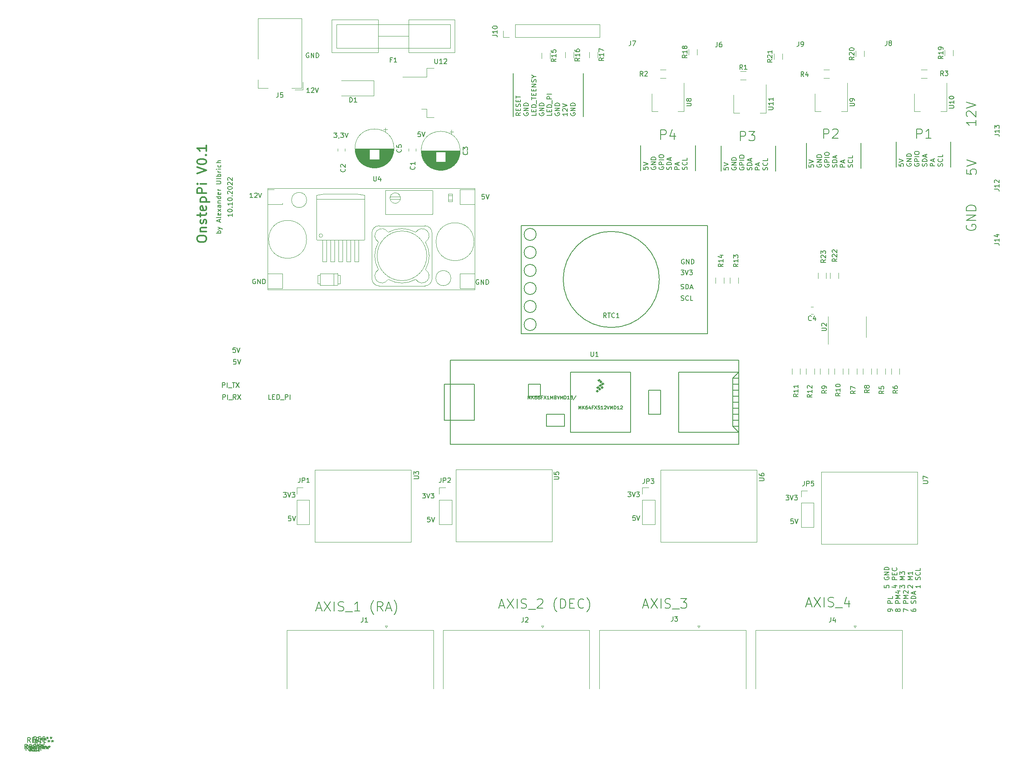
<source format=gbr>
%TF.GenerationSoftware,KiCad,Pcbnew,(5.1.10)-1*%
%TF.CreationDate,2022-10-10T21:05:00+02:00*%
%TF.ProjectId,onstepPi,6f6e7374-6570-4506-992e-6b696361645f,rev?*%
%TF.SameCoordinates,Original*%
%TF.FileFunction,Legend,Top*%
%TF.FilePolarity,Positive*%
%FSLAX46Y46*%
G04 Gerber Fmt 4.6, Leading zero omitted, Abs format (unit mm)*
G04 Created by KiCad (PCBNEW (5.1.10)-1) date 2022-10-10 21:05:00*
%MOMM*%
%LPD*%
G01*
G04 APERTURE LIST*
%ADD10C,0.150000*%
%ADD11C,0.300000*%
%ADD12C,0.120000*%
%ADD13C,0.100000*%
G04 APERTURE END LIST*
D10*
X73952380Y-71523809D02*
X73952380Y-72095238D01*
X73952380Y-71809523D02*
X72952380Y-71809523D01*
X73095238Y-71904761D01*
X73190476Y-72000000D01*
X73238095Y-72095238D01*
X72952380Y-70904761D02*
X72952380Y-70809523D01*
X73000000Y-70714285D01*
X73047619Y-70666666D01*
X73142857Y-70619047D01*
X73333333Y-70571428D01*
X73571428Y-70571428D01*
X73761904Y-70619047D01*
X73857142Y-70666666D01*
X73904761Y-70714285D01*
X73952380Y-70809523D01*
X73952380Y-70904761D01*
X73904761Y-71000000D01*
X73857142Y-71047619D01*
X73761904Y-71095238D01*
X73571428Y-71142857D01*
X73333333Y-71142857D01*
X73142857Y-71095238D01*
X73047619Y-71047619D01*
X73000000Y-71000000D01*
X72952380Y-70904761D01*
X73857142Y-70142857D02*
X73904761Y-70095238D01*
X73952380Y-70142857D01*
X73904761Y-70190476D01*
X73857142Y-70142857D01*
X73952380Y-70142857D01*
X73952380Y-69142857D02*
X73952380Y-69714285D01*
X73952380Y-69428571D02*
X72952380Y-69428571D01*
X73095238Y-69523809D01*
X73190476Y-69619047D01*
X73238095Y-69714285D01*
X72952380Y-68523809D02*
X72952380Y-68428571D01*
X73000000Y-68333333D01*
X73047619Y-68285714D01*
X73142857Y-68238095D01*
X73333333Y-68190476D01*
X73571428Y-68190476D01*
X73761904Y-68238095D01*
X73857142Y-68285714D01*
X73904761Y-68333333D01*
X73952380Y-68428571D01*
X73952380Y-68523809D01*
X73904761Y-68619047D01*
X73857142Y-68666666D01*
X73761904Y-68714285D01*
X73571428Y-68761904D01*
X73333333Y-68761904D01*
X73142857Y-68714285D01*
X73047619Y-68666666D01*
X73000000Y-68619047D01*
X72952380Y-68523809D01*
X73857142Y-67761904D02*
X73904761Y-67714285D01*
X73952380Y-67761904D01*
X73904761Y-67809523D01*
X73857142Y-67761904D01*
X73952380Y-67761904D01*
X73047619Y-67333333D02*
X73000000Y-67285714D01*
X72952380Y-67190476D01*
X72952380Y-66952380D01*
X73000000Y-66857142D01*
X73047619Y-66809523D01*
X73142857Y-66761904D01*
X73238095Y-66761904D01*
X73380952Y-66809523D01*
X73952380Y-67380952D01*
X73952380Y-66761904D01*
X72952380Y-66142857D02*
X72952380Y-66047619D01*
X73000000Y-65952380D01*
X73047619Y-65904761D01*
X73142857Y-65857142D01*
X73333333Y-65809523D01*
X73571428Y-65809523D01*
X73761904Y-65857142D01*
X73857142Y-65904761D01*
X73904761Y-65952380D01*
X73952380Y-66047619D01*
X73952380Y-66142857D01*
X73904761Y-66238095D01*
X73857142Y-66285714D01*
X73761904Y-66333333D01*
X73571428Y-66380952D01*
X73333333Y-66380952D01*
X73142857Y-66333333D01*
X73047619Y-66285714D01*
X73000000Y-66238095D01*
X72952380Y-66142857D01*
X73047619Y-65428571D02*
X73000000Y-65380952D01*
X72952380Y-65285714D01*
X72952380Y-65047619D01*
X73000000Y-64952380D01*
X73047619Y-64904761D01*
X73142857Y-64857142D01*
X73238095Y-64857142D01*
X73380952Y-64904761D01*
X73952380Y-65476190D01*
X73952380Y-64857142D01*
X73047619Y-64476190D02*
X73000000Y-64428571D01*
X72952380Y-64333333D01*
X72952380Y-64095238D01*
X73000000Y-64000000D01*
X73047619Y-63952380D01*
X73142857Y-63904761D01*
X73238095Y-63904761D01*
X73380952Y-63952380D01*
X73952380Y-64523809D01*
X73952380Y-63904761D01*
X71552380Y-75642857D02*
X70552380Y-75642857D01*
X70933333Y-75642857D02*
X70885714Y-75547619D01*
X70885714Y-75357142D01*
X70933333Y-75261904D01*
X70980952Y-75214285D01*
X71076190Y-75166666D01*
X71361904Y-75166666D01*
X71457142Y-75214285D01*
X71504761Y-75261904D01*
X71552380Y-75357142D01*
X71552380Y-75547619D01*
X71504761Y-75642857D01*
X70885714Y-74833333D02*
X71552380Y-74595238D01*
X70885714Y-74357142D02*
X71552380Y-74595238D01*
X71790476Y-74690476D01*
X71838095Y-74738095D01*
X71885714Y-74833333D01*
X71266666Y-73261904D02*
X71266666Y-72785714D01*
X71552380Y-73357142D02*
X70552380Y-73023809D01*
X71552380Y-72690476D01*
X71552380Y-72214285D02*
X71504761Y-72309523D01*
X71409523Y-72357142D01*
X70552380Y-72357142D01*
X71504761Y-71452380D02*
X71552380Y-71547619D01*
X71552380Y-71738095D01*
X71504761Y-71833333D01*
X71409523Y-71880952D01*
X71028571Y-71880952D01*
X70933333Y-71833333D01*
X70885714Y-71738095D01*
X70885714Y-71547619D01*
X70933333Y-71452380D01*
X71028571Y-71404761D01*
X71123809Y-71404761D01*
X71219047Y-71880952D01*
X71552380Y-71071428D02*
X70885714Y-70547619D01*
X70885714Y-71071428D02*
X71552380Y-70547619D01*
X71552380Y-69738095D02*
X71028571Y-69738095D01*
X70933333Y-69785714D01*
X70885714Y-69880952D01*
X70885714Y-70071428D01*
X70933333Y-70166666D01*
X71504761Y-69738095D02*
X71552380Y-69833333D01*
X71552380Y-70071428D01*
X71504761Y-70166666D01*
X71409523Y-70214285D01*
X71314285Y-70214285D01*
X71219047Y-70166666D01*
X71171428Y-70071428D01*
X71171428Y-69833333D01*
X71123809Y-69738095D01*
X70885714Y-69261904D02*
X71552380Y-69261904D01*
X70980952Y-69261904D02*
X70933333Y-69214285D01*
X70885714Y-69119047D01*
X70885714Y-68976190D01*
X70933333Y-68880952D01*
X71028571Y-68833333D01*
X71552380Y-68833333D01*
X71552380Y-67928571D02*
X70552380Y-67928571D01*
X71504761Y-67928571D02*
X71552380Y-68023809D01*
X71552380Y-68214285D01*
X71504761Y-68309523D01*
X71457142Y-68357142D01*
X71361904Y-68404761D01*
X71076190Y-68404761D01*
X70980952Y-68357142D01*
X70933333Y-68309523D01*
X70885714Y-68214285D01*
X70885714Y-68023809D01*
X70933333Y-67928571D01*
X71504761Y-67071428D02*
X71552380Y-67166666D01*
X71552380Y-67357142D01*
X71504761Y-67452380D01*
X71409523Y-67500000D01*
X71028571Y-67500000D01*
X70933333Y-67452380D01*
X70885714Y-67357142D01*
X70885714Y-67166666D01*
X70933333Y-67071428D01*
X71028571Y-67023809D01*
X71123809Y-67023809D01*
X71219047Y-67500000D01*
X71552380Y-66595238D02*
X70885714Y-66595238D01*
X71076190Y-66595238D02*
X70980952Y-66547619D01*
X70933333Y-66500000D01*
X70885714Y-66404761D01*
X70885714Y-66309523D01*
X70552380Y-65214285D02*
X71361904Y-65214285D01*
X71457142Y-65166666D01*
X71504761Y-65119047D01*
X71552380Y-65023809D01*
X71552380Y-64833333D01*
X71504761Y-64738095D01*
X71457142Y-64690476D01*
X71361904Y-64642857D01*
X70552380Y-64642857D01*
X71552380Y-64023809D02*
X71504761Y-64119047D01*
X71409523Y-64166666D01*
X70552380Y-64166666D01*
X71552380Y-63642857D02*
X70552380Y-63642857D01*
X70933333Y-63642857D02*
X70885714Y-63547619D01*
X70885714Y-63357142D01*
X70933333Y-63261904D01*
X70980952Y-63214285D01*
X71076190Y-63166666D01*
X71361904Y-63166666D01*
X71457142Y-63214285D01*
X71504761Y-63261904D01*
X71552380Y-63357142D01*
X71552380Y-63547619D01*
X71504761Y-63642857D01*
X71552380Y-62738095D02*
X70885714Y-62738095D01*
X71076190Y-62738095D02*
X70980952Y-62690476D01*
X70933333Y-62642857D01*
X70885714Y-62547619D01*
X70885714Y-62452380D01*
X71552380Y-62119047D02*
X70885714Y-62119047D01*
X70552380Y-62119047D02*
X70600000Y-62166666D01*
X70647619Y-62119047D01*
X70600000Y-62071428D01*
X70552380Y-62119047D01*
X70647619Y-62119047D01*
X71504761Y-61214285D02*
X71552380Y-61309523D01*
X71552380Y-61500000D01*
X71504761Y-61595238D01*
X71457142Y-61642857D01*
X71361904Y-61690476D01*
X71076190Y-61690476D01*
X70980952Y-61642857D01*
X70933333Y-61595238D01*
X70885714Y-61500000D01*
X70885714Y-61309523D01*
X70933333Y-61214285D01*
X71552380Y-60785714D02*
X70552380Y-60785714D01*
X71552380Y-60357142D02*
X71028571Y-60357142D01*
X70933333Y-60404761D01*
X70885714Y-60500000D01*
X70885714Y-60642857D01*
X70933333Y-60738095D01*
X70980952Y-60785714D01*
D11*
X66504761Y-77014285D02*
X66504761Y-76633333D01*
X66600000Y-76442857D01*
X66790476Y-76252380D01*
X67171428Y-76157142D01*
X67838095Y-76157142D01*
X68219047Y-76252380D01*
X68409523Y-76442857D01*
X68504761Y-76633333D01*
X68504761Y-77014285D01*
X68409523Y-77204761D01*
X68219047Y-77395238D01*
X67838095Y-77490476D01*
X67171428Y-77490476D01*
X66790476Y-77395238D01*
X66600000Y-77204761D01*
X66504761Y-77014285D01*
X67171428Y-75300000D02*
X68504761Y-75300000D01*
X67361904Y-75300000D02*
X67266666Y-75204761D01*
X67171428Y-75014285D01*
X67171428Y-74728571D01*
X67266666Y-74538095D01*
X67457142Y-74442857D01*
X68504761Y-74442857D01*
X68409523Y-73585714D02*
X68504761Y-73395238D01*
X68504761Y-73014285D01*
X68409523Y-72823809D01*
X68219047Y-72728571D01*
X68123809Y-72728571D01*
X67933333Y-72823809D01*
X67838095Y-73014285D01*
X67838095Y-73300000D01*
X67742857Y-73490476D01*
X67552380Y-73585714D01*
X67457142Y-73585714D01*
X67266666Y-73490476D01*
X67171428Y-73300000D01*
X67171428Y-73014285D01*
X67266666Y-72823809D01*
X67171428Y-72157142D02*
X67171428Y-71395238D01*
X66504761Y-71871428D02*
X68219047Y-71871428D01*
X68409523Y-71776190D01*
X68504761Y-71585714D01*
X68504761Y-71395238D01*
X68409523Y-69966666D02*
X68504761Y-70157142D01*
X68504761Y-70538095D01*
X68409523Y-70728571D01*
X68219047Y-70823809D01*
X67457142Y-70823809D01*
X67266666Y-70728571D01*
X67171428Y-70538095D01*
X67171428Y-70157142D01*
X67266666Y-69966666D01*
X67457142Y-69871428D01*
X67647619Y-69871428D01*
X67838095Y-70823809D01*
X67171428Y-69014285D02*
X69171428Y-69014285D01*
X67266666Y-69014285D02*
X67171428Y-68823809D01*
X67171428Y-68442857D01*
X67266666Y-68252380D01*
X67361904Y-68157142D01*
X67552380Y-68061904D01*
X68123809Y-68061904D01*
X68314285Y-68157142D01*
X68409523Y-68252380D01*
X68504761Y-68442857D01*
X68504761Y-68823809D01*
X68409523Y-69014285D01*
X68504761Y-67204761D02*
X66504761Y-67204761D01*
X66504761Y-66442857D01*
X66600000Y-66252380D01*
X66695238Y-66157142D01*
X66885714Y-66061904D01*
X67171428Y-66061904D01*
X67361904Y-66157142D01*
X67457142Y-66252380D01*
X67552380Y-66442857D01*
X67552380Y-67204761D01*
X68504761Y-65204761D02*
X67171428Y-65204761D01*
X66504761Y-65204761D02*
X66600000Y-65300000D01*
X66695238Y-65204761D01*
X66600000Y-65109523D01*
X66504761Y-65204761D01*
X66695238Y-65204761D01*
X66504761Y-63014285D02*
X68504761Y-62347619D01*
X66504761Y-61680952D01*
X66504761Y-60633333D02*
X66504761Y-60442857D01*
X66600000Y-60252380D01*
X66695238Y-60157142D01*
X66885714Y-60061904D01*
X67266666Y-59966666D01*
X67742857Y-59966666D01*
X68123809Y-60061904D01*
X68314285Y-60157142D01*
X68409523Y-60252380D01*
X68504761Y-60442857D01*
X68504761Y-60633333D01*
X68409523Y-60823809D01*
X68314285Y-60919047D01*
X68123809Y-61014285D01*
X67742857Y-61109523D01*
X67266666Y-61109523D01*
X66885714Y-61014285D01*
X66695238Y-60919047D01*
X66600000Y-60823809D01*
X66504761Y-60633333D01*
X68314285Y-59109523D02*
X68409523Y-59014285D01*
X68504761Y-59109523D01*
X68409523Y-59204761D01*
X68314285Y-59109523D01*
X68504761Y-59109523D01*
X68504761Y-57109523D02*
X68504761Y-58252380D01*
X68504761Y-57680952D02*
X66504761Y-57680952D01*
X66790476Y-57871428D01*
X66980952Y-58061904D01*
X67076190Y-58252380D01*
D10*
X160272619Y-62402500D02*
X160272619Y-61640595D01*
X160272619Y-61640595D02*
X160272619Y-60878690D01*
X160272619Y-60878690D02*
X160272619Y-60116785D01*
X160272619Y-60116785D02*
X160272619Y-59354880D01*
X160272619Y-59354880D02*
X160272619Y-58592976D01*
X160272619Y-58592976D02*
X160272619Y-57831071D01*
X160272619Y-57831071D02*
X160272619Y-57069166D01*
X160827380Y-61688214D02*
X160827380Y-62164404D01*
X161303571Y-62212023D01*
X161255952Y-62164404D01*
X161208333Y-62069166D01*
X161208333Y-61831071D01*
X161255952Y-61735833D01*
X161303571Y-61688214D01*
X161398809Y-61640595D01*
X161636904Y-61640595D01*
X161732142Y-61688214D01*
X161779761Y-61735833D01*
X161827380Y-61831071D01*
X161827380Y-62069166D01*
X161779761Y-62164404D01*
X161732142Y-62212023D01*
X160827380Y-61354880D02*
X161827380Y-61021547D01*
X160827380Y-60688214D01*
X162525000Y-61640595D02*
X162477380Y-61735833D01*
X162477380Y-61878690D01*
X162525000Y-62021547D01*
X162620238Y-62116785D01*
X162715476Y-62164404D01*
X162905952Y-62212023D01*
X163048809Y-62212023D01*
X163239285Y-62164404D01*
X163334523Y-62116785D01*
X163429761Y-62021547D01*
X163477380Y-61878690D01*
X163477380Y-61783452D01*
X163429761Y-61640595D01*
X163382142Y-61592976D01*
X163048809Y-61592976D01*
X163048809Y-61783452D01*
X163477380Y-61164404D02*
X162477380Y-61164404D01*
X163477380Y-60592976D01*
X162477380Y-60592976D01*
X163477380Y-60116785D02*
X162477380Y-60116785D01*
X162477380Y-59878690D01*
X162525000Y-59735833D01*
X162620238Y-59640595D01*
X162715476Y-59592976D01*
X162905952Y-59545357D01*
X163048809Y-59545357D01*
X163239285Y-59592976D01*
X163334523Y-59640595D01*
X163429761Y-59735833D01*
X163477380Y-59878690D01*
X163477380Y-60116785D01*
X164175000Y-61640595D02*
X164127380Y-61735833D01*
X164127380Y-61878690D01*
X164175000Y-62021547D01*
X164270238Y-62116785D01*
X164365476Y-62164404D01*
X164555952Y-62212023D01*
X164698809Y-62212023D01*
X164889285Y-62164404D01*
X164984523Y-62116785D01*
X165079761Y-62021547D01*
X165127380Y-61878690D01*
X165127380Y-61783452D01*
X165079761Y-61640595D01*
X165032142Y-61592976D01*
X164698809Y-61592976D01*
X164698809Y-61783452D01*
X165127380Y-61164404D02*
X164127380Y-61164404D01*
X164127380Y-60783452D01*
X164175000Y-60688214D01*
X164222619Y-60640595D01*
X164317857Y-60592976D01*
X164460714Y-60592976D01*
X164555952Y-60640595D01*
X164603571Y-60688214D01*
X164651190Y-60783452D01*
X164651190Y-61164404D01*
X165127380Y-60164404D02*
X164127380Y-60164404D01*
X164127380Y-59497738D02*
X164127380Y-59307261D01*
X164175000Y-59212023D01*
X164270238Y-59116785D01*
X164460714Y-59069166D01*
X164794047Y-59069166D01*
X164984523Y-59116785D01*
X165079761Y-59212023D01*
X165127380Y-59307261D01*
X165127380Y-59497738D01*
X165079761Y-59592976D01*
X164984523Y-59688214D01*
X164794047Y-59735833D01*
X164460714Y-59735833D01*
X164270238Y-59688214D01*
X164175000Y-59592976D01*
X164127380Y-59497738D01*
X166729761Y-62212023D02*
X166777380Y-62069166D01*
X166777380Y-61831071D01*
X166729761Y-61735833D01*
X166682142Y-61688214D01*
X166586904Y-61640595D01*
X166491666Y-61640595D01*
X166396428Y-61688214D01*
X166348809Y-61735833D01*
X166301190Y-61831071D01*
X166253571Y-62021547D01*
X166205952Y-62116785D01*
X166158333Y-62164404D01*
X166063095Y-62212023D01*
X165967857Y-62212023D01*
X165872619Y-62164404D01*
X165825000Y-62116785D01*
X165777380Y-62021547D01*
X165777380Y-61783452D01*
X165825000Y-61640595D01*
X166777380Y-61212023D02*
X165777380Y-61212023D01*
X165777380Y-60973928D01*
X165825000Y-60831071D01*
X165920238Y-60735833D01*
X166015476Y-60688214D01*
X166205952Y-60640595D01*
X166348809Y-60640595D01*
X166539285Y-60688214D01*
X166634523Y-60735833D01*
X166729761Y-60831071D01*
X166777380Y-60973928D01*
X166777380Y-61212023D01*
X166491666Y-60259642D02*
X166491666Y-59783452D01*
X166777380Y-60354880D02*
X165777380Y-60021547D01*
X166777380Y-59688214D01*
X168427380Y-62164404D02*
X167427380Y-62164404D01*
X167427380Y-61783452D01*
X167475000Y-61688214D01*
X167522619Y-61640595D01*
X167617857Y-61592976D01*
X167760714Y-61592976D01*
X167855952Y-61640595D01*
X167903571Y-61688214D01*
X167951190Y-61783452D01*
X167951190Y-62164404D01*
X168141666Y-61212023D02*
X168141666Y-60735833D01*
X168427380Y-61307261D02*
X167427380Y-60973928D01*
X168427380Y-60640595D01*
X170029761Y-62212023D02*
X170077380Y-62069166D01*
X170077380Y-61831071D01*
X170029761Y-61735833D01*
X169982142Y-61688214D01*
X169886904Y-61640595D01*
X169791666Y-61640595D01*
X169696428Y-61688214D01*
X169648809Y-61735833D01*
X169601190Y-61831071D01*
X169553571Y-62021547D01*
X169505952Y-62116785D01*
X169458333Y-62164404D01*
X169363095Y-62212023D01*
X169267857Y-62212023D01*
X169172619Y-62164404D01*
X169125000Y-62116785D01*
X169077380Y-62021547D01*
X169077380Y-61783452D01*
X169125000Y-61640595D01*
X169982142Y-60640595D02*
X170029761Y-60688214D01*
X170077380Y-60831071D01*
X170077380Y-60926309D01*
X170029761Y-61069166D01*
X169934523Y-61164404D01*
X169839285Y-61212023D01*
X169648809Y-61259642D01*
X169505952Y-61259642D01*
X169315476Y-61212023D01*
X169220238Y-61164404D01*
X169125000Y-61069166D01*
X169077380Y-60926309D01*
X169077380Y-60831071D01*
X169125000Y-60688214D01*
X169172619Y-60640595D01*
X170077380Y-59735833D02*
X170077380Y-60212023D01*
X169077380Y-60212023D01*
X171822619Y-62402500D02*
X171822619Y-61640595D01*
X171822619Y-61640595D02*
X171822619Y-60878690D01*
X171822619Y-60878690D02*
X171822619Y-60116785D01*
X171822619Y-60116785D02*
X171822619Y-59354880D01*
X171822619Y-59354880D02*
X171822619Y-58592976D01*
X171822619Y-58592976D02*
X171822619Y-57831071D01*
X171822619Y-57831071D02*
X171822619Y-57069166D01*
X177272619Y-62502500D02*
X177272619Y-61740595D01*
X177272619Y-61740595D02*
X177272619Y-60978690D01*
X177272619Y-60978690D02*
X177272619Y-60216785D01*
X177272619Y-60216785D02*
X177272619Y-59454880D01*
X177272619Y-59454880D02*
X177272619Y-58692976D01*
X177272619Y-58692976D02*
X177272619Y-57931071D01*
X177272619Y-57931071D02*
X177272619Y-57169166D01*
X177827380Y-61788214D02*
X177827380Y-62264404D01*
X178303571Y-62312023D01*
X178255952Y-62264404D01*
X178208333Y-62169166D01*
X178208333Y-61931071D01*
X178255952Y-61835833D01*
X178303571Y-61788214D01*
X178398809Y-61740595D01*
X178636904Y-61740595D01*
X178732142Y-61788214D01*
X178779761Y-61835833D01*
X178827380Y-61931071D01*
X178827380Y-62169166D01*
X178779761Y-62264404D01*
X178732142Y-62312023D01*
X177827380Y-61454880D02*
X178827380Y-61121547D01*
X177827380Y-60788214D01*
X179525000Y-61740595D02*
X179477380Y-61835833D01*
X179477380Y-61978690D01*
X179525000Y-62121547D01*
X179620238Y-62216785D01*
X179715476Y-62264404D01*
X179905952Y-62312023D01*
X180048809Y-62312023D01*
X180239285Y-62264404D01*
X180334523Y-62216785D01*
X180429761Y-62121547D01*
X180477380Y-61978690D01*
X180477380Y-61883452D01*
X180429761Y-61740595D01*
X180382142Y-61692976D01*
X180048809Y-61692976D01*
X180048809Y-61883452D01*
X180477380Y-61264404D02*
X179477380Y-61264404D01*
X180477380Y-60692976D01*
X179477380Y-60692976D01*
X180477380Y-60216785D02*
X179477380Y-60216785D01*
X179477380Y-59978690D01*
X179525000Y-59835833D01*
X179620238Y-59740595D01*
X179715476Y-59692976D01*
X179905952Y-59645357D01*
X180048809Y-59645357D01*
X180239285Y-59692976D01*
X180334523Y-59740595D01*
X180429761Y-59835833D01*
X180477380Y-59978690D01*
X180477380Y-60216785D01*
X181175000Y-61740595D02*
X181127380Y-61835833D01*
X181127380Y-61978690D01*
X181175000Y-62121547D01*
X181270238Y-62216785D01*
X181365476Y-62264404D01*
X181555952Y-62312023D01*
X181698809Y-62312023D01*
X181889285Y-62264404D01*
X181984523Y-62216785D01*
X182079761Y-62121547D01*
X182127380Y-61978690D01*
X182127380Y-61883452D01*
X182079761Y-61740595D01*
X182032142Y-61692976D01*
X181698809Y-61692976D01*
X181698809Y-61883452D01*
X182127380Y-61264404D02*
X181127380Y-61264404D01*
X181127380Y-60883452D01*
X181175000Y-60788214D01*
X181222619Y-60740595D01*
X181317857Y-60692976D01*
X181460714Y-60692976D01*
X181555952Y-60740595D01*
X181603571Y-60788214D01*
X181651190Y-60883452D01*
X181651190Y-61264404D01*
X182127380Y-60264404D02*
X181127380Y-60264404D01*
X181127380Y-59597738D02*
X181127380Y-59407261D01*
X181175000Y-59312023D01*
X181270238Y-59216785D01*
X181460714Y-59169166D01*
X181794047Y-59169166D01*
X181984523Y-59216785D01*
X182079761Y-59312023D01*
X182127380Y-59407261D01*
X182127380Y-59597738D01*
X182079761Y-59692976D01*
X181984523Y-59788214D01*
X181794047Y-59835833D01*
X181460714Y-59835833D01*
X181270238Y-59788214D01*
X181175000Y-59692976D01*
X181127380Y-59597738D01*
X183729761Y-62312023D02*
X183777380Y-62169166D01*
X183777380Y-61931071D01*
X183729761Y-61835833D01*
X183682142Y-61788214D01*
X183586904Y-61740595D01*
X183491666Y-61740595D01*
X183396428Y-61788214D01*
X183348809Y-61835833D01*
X183301190Y-61931071D01*
X183253571Y-62121547D01*
X183205952Y-62216785D01*
X183158333Y-62264404D01*
X183063095Y-62312023D01*
X182967857Y-62312023D01*
X182872619Y-62264404D01*
X182825000Y-62216785D01*
X182777380Y-62121547D01*
X182777380Y-61883452D01*
X182825000Y-61740595D01*
X183777380Y-61312023D02*
X182777380Y-61312023D01*
X182777380Y-61073928D01*
X182825000Y-60931071D01*
X182920238Y-60835833D01*
X183015476Y-60788214D01*
X183205952Y-60740595D01*
X183348809Y-60740595D01*
X183539285Y-60788214D01*
X183634523Y-60835833D01*
X183729761Y-60931071D01*
X183777380Y-61073928D01*
X183777380Y-61312023D01*
X183491666Y-60359642D02*
X183491666Y-59883452D01*
X183777380Y-60454880D02*
X182777380Y-60121547D01*
X183777380Y-59788214D01*
X185427380Y-62264404D02*
X184427380Y-62264404D01*
X184427380Y-61883452D01*
X184475000Y-61788214D01*
X184522619Y-61740595D01*
X184617857Y-61692976D01*
X184760714Y-61692976D01*
X184855952Y-61740595D01*
X184903571Y-61788214D01*
X184951190Y-61883452D01*
X184951190Y-62264404D01*
X185141666Y-61312023D02*
X185141666Y-60835833D01*
X185427380Y-61407261D02*
X184427380Y-61073928D01*
X185427380Y-60740595D01*
X187029761Y-62312023D02*
X187077380Y-62169166D01*
X187077380Y-61931071D01*
X187029761Y-61835833D01*
X186982142Y-61788214D01*
X186886904Y-61740595D01*
X186791666Y-61740595D01*
X186696428Y-61788214D01*
X186648809Y-61835833D01*
X186601190Y-61931071D01*
X186553571Y-62121547D01*
X186505952Y-62216785D01*
X186458333Y-62264404D01*
X186363095Y-62312023D01*
X186267857Y-62312023D01*
X186172619Y-62264404D01*
X186125000Y-62216785D01*
X186077380Y-62121547D01*
X186077380Y-61883452D01*
X186125000Y-61740595D01*
X186982142Y-60740595D02*
X187029761Y-60788214D01*
X187077380Y-60931071D01*
X187077380Y-61026309D01*
X187029761Y-61169166D01*
X186934523Y-61264404D01*
X186839285Y-61312023D01*
X186648809Y-61359642D01*
X186505952Y-61359642D01*
X186315476Y-61312023D01*
X186220238Y-61264404D01*
X186125000Y-61169166D01*
X186077380Y-61026309D01*
X186077380Y-60931071D01*
X186125000Y-60788214D01*
X186172619Y-60740595D01*
X187077380Y-59835833D02*
X187077380Y-60312023D01*
X186077380Y-60312023D01*
X188822619Y-62502500D02*
X188822619Y-61740595D01*
X188822619Y-61740595D02*
X188822619Y-60978690D01*
X188822619Y-60978690D02*
X188822619Y-60216785D01*
X188822619Y-60216785D02*
X188822619Y-59454880D01*
X188822619Y-59454880D02*
X188822619Y-58692976D01*
X188822619Y-58692976D02*
X188822619Y-57931071D01*
X188822619Y-57931071D02*
X188822619Y-57169166D01*
X195272619Y-61902500D02*
X195272619Y-61140595D01*
X195272619Y-61140595D02*
X195272619Y-60378690D01*
X195272619Y-60378690D02*
X195272619Y-59616785D01*
X195272619Y-59616785D02*
X195272619Y-58854880D01*
X195272619Y-58854880D02*
X195272619Y-58092976D01*
X195272619Y-58092976D02*
X195272619Y-57331071D01*
X195272619Y-57331071D02*
X195272619Y-56569166D01*
X195827380Y-61188214D02*
X195827380Y-61664404D01*
X196303571Y-61712023D01*
X196255952Y-61664404D01*
X196208333Y-61569166D01*
X196208333Y-61331071D01*
X196255952Y-61235833D01*
X196303571Y-61188214D01*
X196398809Y-61140595D01*
X196636904Y-61140595D01*
X196732142Y-61188214D01*
X196779761Y-61235833D01*
X196827380Y-61331071D01*
X196827380Y-61569166D01*
X196779761Y-61664404D01*
X196732142Y-61712023D01*
X195827380Y-60854880D02*
X196827380Y-60521547D01*
X195827380Y-60188214D01*
X197525000Y-61140595D02*
X197477380Y-61235833D01*
X197477380Y-61378690D01*
X197525000Y-61521547D01*
X197620238Y-61616785D01*
X197715476Y-61664404D01*
X197905952Y-61712023D01*
X198048809Y-61712023D01*
X198239285Y-61664404D01*
X198334523Y-61616785D01*
X198429761Y-61521547D01*
X198477380Y-61378690D01*
X198477380Y-61283452D01*
X198429761Y-61140595D01*
X198382142Y-61092976D01*
X198048809Y-61092976D01*
X198048809Y-61283452D01*
X198477380Y-60664404D02*
X197477380Y-60664404D01*
X198477380Y-60092976D01*
X197477380Y-60092976D01*
X198477380Y-59616785D02*
X197477380Y-59616785D01*
X197477380Y-59378690D01*
X197525000Y-59235833D01*
X197620238Y-59140595D01*
X197715476Y-59092976D01*
X197905952Y-59045357D01*
X198048809Y-59045357D01*
X198239285Y-59092976D01*
X198334523Y-59140595D01*
X198429761Y-59235833D01*
X198477380Y-59378690D01*
X198477380Y-59616785D01*
X199175000Y-61140595D02*
X199127380Y-61235833D01*
X199127380Y-61378690D01*
X199175000Y-61521547D01*
X199270238Y-61616785D01*
X199365476Y-61664404D01*
X199555952Y-61712023D01*
X199698809Y-61712023D01*
X199889285Y-61664404D01*
X199984523Y-61616785D01*
X200079761Y-61521547D01*
X200127380Y-61378690D01*
X200127380Y-61283452D01*
X200079761Y-61140595D01*
X200032142Y-61092976D01*
X199698809Y-61092976D01*
X199698809Y-61283452D01*
X200127380Y-60664404D02*
X199127380Y-60664404D01*
X199127380Y-60283452D01*
X199175000Y-60188214D01*
X199222619Y-60140595D01*
X199317857Y-60092976D01*
X199460714Y-60092976D01*
X199555952Y-60140595D01*
X199603571Y-60188214D01*
X199651190Y-60283452D01*
X199651190Y-60664404D01*
X200127380Y-59664404D02*
X199127380Y-59664404D01*
X199127380Y-58997738D02*
X199127380Y-58807261D01*
X199175000Y-58712023D01*
X199270238Y-58616785D01*
X199460714Y-58569166D01*
X199794047Y-58569166D01*
X199984523Y-58616785D01*
X200079761Y-58712023D01*
X200127380Y-58807261D01*
X200127380Y-58997738D01*
X200079761Y-59092976D01*
X199984523Y-59188214D01*
X199794047Y-59235833D01*
X199460714Y-59235833D01*
X199270238Y-59188214D01*
X199175000Y-59092976D01*
X199127380Y-58997738D01*
X201729761Y-61712023D02*
X201777380Y-61569166D01*
X201777380Y-61331071D01*
X201729761Y-61235833D01*
X201682142Y-61188214D01*
X201586904Y-61140595D01*
X201491666Y-61140595D01*
X201396428Y-61188214D01*
X201348809Y-61235833D01*
X201301190Y-61331071D01*
X201253571Y-61521547D01*
X201205952Y-61616785D01*
X201158333Y-61664404D01*
X201063095Y-61712023D01*
X200967857Y-61712023D01*
X200872619Y-61664404D01*
X200825000Y-61616785D01*
X200777380Y-61521547D01*
X200777380Y-61283452D01*
X200825000Y-61140595D01*
X201777380Y-60712023D02*
X200777380Y-60712023D01*
X200777380Y-60473928D01*
X200825000Y-60331071D01*
X200920238Y-60235833D01*
X201015476Y-60188214D01*
X201205952Y-60140595D01*
X201348809Y-60140595D01*
X201539285Y-60188214D01*
X201634523Y-60235833D01*
X201729761Y-60331071D01*
X201777380Y-60473928D01*
X201777380Y-60712023D01*
X201491666Y-59759642D02*
X201491666Y-59283452D01*
X201777380Y-59854880D02*
X200777380Y-59521547D01*
X201777380Y-59188214D01*
X203427380Y-61664404D02*
X202427380Y-61664404D01*
X202427380Y-61283452D01*
X202475000Y-61188214D01*
X202522619Y-61140595D01*
X202617857Y-61092976D01*
X202760714Y-61092976D01*
X202855952Y-61140595D01*
X202903571Y-61188214D01*
X202951190Y-61283452D01*
X202951190Y-61664404D01*
X203141666Y-60712023D02*
X203141666Y-60235833D01*
X203427380Y-60807261D02*
X202427380Y-60473928D01*
X203427380Y-60140595D01*
X205029761Y-61712023D02*
X205077380Y-61569166D01*
X205077380Y-61331071D01*
X205029761Y-61235833D01*
X204982142Y-61188214D01*
X204886904Y-61140595D01*
X204791666Y-61140595D01*
X204696428Y-61188214D01*
X204648809Y-61235833D01*
X204601190Y-61331071D01*
X204553571Y-61521547D01*
X204505952Y-61616785D01*
X204458333Y-61664404D01*
X204363095Y-61712023D01*
X204267857Y-61712023D01*
X204172619Y-61664404D01*
X204125000Y-61616785D01*
X204077380Y-61521547D01*
X204077380Y-61283452D01*
X204125000Y-61140595D01*
X204982142Y-60140595D02*
X205029761Y-60188214D01*
X205077380Y-60331071D01*
X205077380Y-60426309D01*
X205029761Y-60569166D01*
X204934523Y-60664404D01*
X204839285Y-60712023D01*
X204648809Y-60759642D01*
X204505952Y-60759642D01*
X204315476Y-60712023D01*
X204220238Y-60664404D01*
X204125000Y-60569166D01*
X204077380Y-60426309D01*
X204077380Y-60331071D01*
X204125000Y-60188214D01*
X204172619Y-60140595D01*
X205077380Y-59235833D02*
X205077380Y-59712023D01*
X204077380Y-59712023D01*
X206822619Y-61902500D02*
X206822619Y-61140595D01*
X206822619Y-61140595D02*
X206822619Y-60378690D01*
X206822619Y-60378690D02*
X206822619Y-59616785D01*
X206822619Y-59616785D02*
X206822619Y-58854880D01*
X206822619Y-58854880D02*
X206822619Y-58092976D01*
X206822619Y-58092976D02*
X206822619Y-57331071D01*
X206822619Y-57331071D02*
X206822619Y-56569166D01*
X82138095Y-110752380D02*
X81661904Y-110752380D01*
X81661904Y-109752380D01*
X82471428Y-110228571D02*
X82804761Y-110228571D01*
X82947619Y-110752380D02*
X82471428Y-110752380D01*
X82471428Y-109752380D01*
X82947619Y-109752380D01*
X83376190Y-110752380D02*
X83376190Y-109752380D01*
X83614285Y-109752380D01*
X83757142Y-109800000D01*
X83852380Y-109895238D01*
X83900000Y-109990476D01*
X83947619Y-110180952D01*
X83947619Y-110323809D01*
X83900000Y-110514285D01*
X83852380Y-110609523D01*
X83757142Y-110704761D01*
X83614285Y-110752380D01*
X83376190Y-110752380D01*
X84138095Y-110847619D02*
X84900000Y-110847619D01*
X85138095Y-110752380D02*
X85138095Y-109752380D01*
X85519047Y-109752380D01*
X85614285Y-109800000D01*
X85661904Y-109847619D01*
X85709523Y-109942857D01*
X85709523Y-110085714D01*
X85661904Y-110180952D01*
X85614285Y-110228571D01*
X85519047Y-110276190D01*
X85138095Y-110276190D01*
X86138095Y-110752380D02*
X86138095Y-109752380D01*
X71942857Y-110752380D02*
X71942857Y-109752380D01*
X72323809Y-109752380D01*
X72419047Y-109800000D01*
X72466666Y-109847619D01*
X72514285Y-109942857D01*
X72514285Y-110085714D01*
X72466666Y-110180952D01*
X72419047Y-110228571D01*
X72323809Y-110276190D01*
X71942857Y-110276190D01*
X72942857Y-110752380D02*
X72942857Y-109752380D01*
X73180952Y-110847619D02*
X73942857Y-110847619D01*
X74752380Y-110752380D02*
X74419047Y-110276190D01*
X74180952Y-110752380D02*
X74180952Y-109752380D01*
X74561904Y-109752380D01*
X74657142Y-109800000D01*
X74704761Y-109847619D01*
X74752380Y-109942857D01*
X74752380Y-110085714D01*
X74704761Y-110180952D01*
X74657142Y-110228571D01*
X74561904Y-110276190D01*
X74180952Y-110276190D01*
X75085714Y-109752380D02*
X75752380Y-110752380D01*
X75752380Y-109752380D02*
X75085714Y-110752380D01*
X71861904Y-108252380D02*
X71861904Y-107252380D01*
X72242857Y-107252380D01*
X72338095Y-107300000D01*
X72385714Y-107347619D01*
X72433333Y-107442857D01*
X72433333Y-107585714D01*
X72385714Y-107680952D01*
X72338095Y-107728571D01*
X72242857Y-107776190D01*
X71861904Y-107776190D01*
X72861904Y-108252380D02*
X72861904Y-107252380D01*
X73100000Y-108347619D02*
X73861904Y-108347619D01*
X73957142Y-107252380D02*
X74528571Y-107252380D01*
X74242857Y-108252380D02*
X74242857Y-107252380D01*
X74766666Y-107252380D02*
X75433333Y-108252380D01*
X75433333Y-107252380D02*
X74766666Y-108252380D01*
X74709523Y-102352380D02*
X74233333Y-102352380D01*
X74185714Y-102828571D01*
X74233333Y-102780952D01*
X74328571Y-102733333D01*
X74566666Y-102733333D01*
X74661904Y-102780952D01*
X74709523Y-102828571D01*
X74757142Y-102923809D01*
X74757142Y-103161904D01*
X74709523Y-103257142D01*
X74661904Y-103304761D01*
X74566666Y-103352380D01*
X74328571Y-103352380D01*
X74233333Y-103304761D01*
X74185714Y-103257142D01*
X75042857Y-102352380D02*
X75376190Y-103352380D01*
X75709523Y-102352380D01*
X74609523Y-99852380D02*
X74133333Y-99852380D01*
X74085714Y-100328571D01*
X74133333Y-100280952D01*
X74228571Y-100233333D01*
X74466666Y-100233333D01*
X74561904Y-100280952D01*
X74609523Y-100328571D01*
X74657142Y-100423809D01*
X74657142Y-100661904D01*
X74609523Y-100757142D01*
X74561904Y-100804761D01*
X74466666Y-100852380D01*
X74228571Y-100852380D01*
X74133333Y-100804761D01*
X74085714Y-100757142D01*
X74942857Y-99852380D02*
X75276190Y-100852380D01*
X75609523Y-99852380D01*
X84761904Y-130452380D02*
X85380952Y-130452380D01*
X85047619Y-130833333D01*
X85190476Y-130833333D01*
X85285714Y-130880952D01*
X85333333Y-130928571D01*
X85380952Y-131023809D01*
X85380952Y-131261904D01*
X85333333Y-131357142D01*
X85285714Y-131404761D01*
X85190476Y-131452380D01*
X84904761Y-131452380D01*
X84809523Y-131404761D01*
X84761904Y-131357142D01*
X85666666Y-130452380D02*
X86000000Y-131452380D01*
X86333333Y-130452380D01*
X86571428Y-130452380D02*
X87190476Y-130452380D01*
X86857142Y-130833333D01*
X87000000Y-130833333D01*
X87095238Y-130880952D01*
X87142857Y-130928571D01*
X87190476Y-131023809D01*
X87190476Y-131261904D01*
X87142857Y-131357142D01*
X87095238Y-131404761D01*
X87000000Y-131452380D01*
X86714285Y-131452380D01*
X86619047Y-131404761D01*
X86571428Y-131357142D01*
X86309523Y-135452380D02*
X85833333Y-135452380D01*
X85785714Y-135928571D01*
X85833333Y-135880952D01*
X85928571Y-135833333D01*
X86166666Y-135833333D01*
X86261904Y-135880952D01*
X86309523Y-135928571D01*
X86357142Y-136023809D01*
X86357142Y-136261904D01*
X86309523Y-136357142D01*
X86261904Y-136404761D01*
X86166666Y-136452380D01*
X85928571Y-136452380D01*
X85833333Y-136404761D01*
X85785714Y-136357142D01*
X86642857Y-135452380D02*
X86976190Y-136452380D01*
X87309523Y-135452380D01*
X115709523Y-135652380D02*
X115233333Y-135652380D01*
X115185714Y-136128571D01*
X115233333Y-136080952D01*
X115328571Y-136033333D01*
X115566666Y-136033333D01*
X115661904Y-136080952D01*
X115709523Y-136128571D01*
X115757142Y-136223809D01*
X115757142Y-136461904D01*
X115709523Y-136557142D01*
X115661904Y-136604761D01*
X115566666Y-136652380D01*
X115328571Y-136652380D01*
X115233333Y-136604761D01*
X115185714Y-136557142D01*
X116042857Y-135652380D02*
X116376190Y-136652380D01*
X116709523Y-135652380D01*
X114161904Y-130652380D02*
X114780952Y-130652380D01*
X114447619Y-131033333D01*
X114590476Y-131033333D01*
X114685714Y-131080952D01*
X114733333Y-131128571D01*
X114780952Y-131223809D01*
X114780952Y-131461904D01*
X114733333Y-131557142D01*
X114685714Y-131604761D01*
X114590476Y-131652380D01*
X114304761Y-131652380D01*
X114209523Y-131604761D01*
X114161904Y-131557142D01*
X115066666Y-130652380D02*
X115400000Y-131652380D01*
X115733333Y-130652380D01*
X115971428Y-130652380D02*
X116590476Y-130652380D01*
X116257142Y-131033333D01*
X116400000Y-131033333D01*
X116495238Y-131080952D01*
X116542857Y-131128571D01*
X116590476Y-131223809D01*
X116590476Y-131461904D01*
X116542857Y-131557142D01*
X116495238Y-131604761D01*
X116400000Y-131652380D01*
X116114285Y-131652380D01*
X116019047Y-131604761D01*
X115971428Y-131557142D01*
X157561904Y-130352380D02*
X158180952Y-130352380D01*
X157847619Y-130733333D01*
X157990476Y-130733333D01*
X158085714Y-130780952D01*
X158133333Y-130828571D01*
X158180952Y-130923809D01*
X158180952Y-131161904D01*
X158133333Y-131257142D01*
X158085714Y-131304761D01*
X157990476Y-131352380D01*
X157704761Y-131352380D01*
X157609523Y-131304761D01*
X157561904Y-131257142D01*
X158466666Y-130352380D02*
X158800000Y-131352380D01*
X159133333Y-130352380D01*
X159371428Y-130352380D02*
X159990476Y-130352380D01*
X159657142Y-130733333D01*
X159800000Y-130733333D01*
X159895238Y-130780952D01*
X159942857Y-130828571D01*
X159990476Y-130923809D01*
X159990476Y-131161904D01*
X159942857Y-131257142D01*
X159895238Y-131304761D01*
X159800000Y-131352380D01*
X159514285Y-131352380D01*
X159419047Y-131304761D01*
X159371428Y-131257142D01*
X159109523Y-135352380D02*
X158633333Y-135352380D01*
X158585714Y-135828571D01*
X158633333Y-135780952D01*
X158728571Y-135733333D01*
X158966666Y-135733333D01*
X159061904Y-135780952D01*
X159109523Y-135828571D01*
X159157142Y-135923809D01*
X159157142Y-136161904D01*
X159109523Y-136257142D01*
X159061904Y-136304761D01*
X158966666Y-136352380D01*
X158728571Y-136352380D01*
X158633333Y-136304761D01*
X158585714Y-136257142D01*
X159442857Y-135352380D02*
X159776190Y-136352380D01*
X160109523Y-135352380D01*
X192509523Y-136052380D02*
X192033333Y-136052380D01*
X191985714Y-136528571D01*
X192033333Y-136480952D01*
X192128571Y-136433333D01*
X192366666Y-136433333D01*
X192461904Y-136480952D01*
X192509523Y-136528571D01*
X192557142Y-136623809D01*
X192557142Y-136861904D01*
X192509523Y-136957142D01*
X192461904Y-137004761D01*
X192366666Y-137052380D01*
X192128571Y-137052380D01*
X192033333Y-137004761D01*
X191985714Y-136957142D01*
X192842857Y-136052380D02*
X193176190Y-137052380D01*
X193509523Y-136052380D01*
X190961904Y-131052380D02*
X191580952Y-131052380D01*
X191247619Y-131433333D01*
X191390476Y-131433333D01*
X191485714Y-131480952D01*
X191533333Y-131528571D01*
X191580952Y-131623809D01*
X191580952Y-131861904D01*
X191533333Y-131957142D01*
X191485714Y-132004761D01*
X191390476Y-132052380D01*
X191104761Y-132052380D01*
X191009523Y-132004761D01*
X190961904Y-131957142D01*
X191866666Y-131052380D02*
X192200000Y-132052380D01*
X192533333Y-131052380D01*
X192771428Y-131052380D02*
X193390476Y-131052380D01*
X193057142Y-131433333D01*
X193200000Y-131433333D01*
X193295238Y-131480952D01*
X193342857Y-131528571D01*
X193390476Y-131623809D01*
X193390476Y-131861904D01*
X193342857Y-131957142D01*
X193295238Y-132004761D01*
X193200000Y-132052380D01*
X192914285Y-132052380D01*
X192819047Y-132004761D01*
X192771428Y-131957142D01*
X213477380Y-155516785D02*
X213477380Y-155326309D01*
X213429761Y-155231071D01*
X213382142Y-155183452D01*
X213239285Y-155088214D01*
X213048809Y-155040595D01*
X212667857Y-155040595D01*
X212572619Y-155088214D01*
X212525000Y-155135833D01*
X212477380Y-155231071D01*
X212477380Y-155421547D01*
X212525000Y-155516785D01*
X212572619Y-155564404D01*
X212667857Y-155612023D01*
X212905952Y-155612023D01*
X213001190Y-155564404D01*
X213048809Y-155516785D01*
X213096428Y-155421547D01*
X213096428Y-155231071D01*
X213048809Y-155135833D01*
X213001190Y-155088214D01*
X212905952Y-155040595D01*
X213477380Y-153850119D02*
X212477380Y-153850119D01*
X212477380Y-153469166D01*
X212525000Y-153373928D01*
X212572619Y-153326309D01*
X212667857Y-153278690D01*
X212810714Y-153278690D01*
X212905952Y-153326309D01*
X212953571Y-153373928D01*
X213001190Y-153469166D01*
X213001190Y-153850119D01*
X213477380Y-152373928D02*
X213477380Y-152850119D01*
X212477380Y-152850119D01*
X214555952Y-155421547D02*
X214508333Y-155516785D01*
X214460714Y-155564404D01*
X214365476Y-155612023D01*
X214317857Y-155612023D01*
X214222619Y-155564404D01*
X214175000Y-155516785D01*
X214127380Y-155421547D01*
X214127380Y-155231071D01*
X214175000Y-155135833D01*
X214222619Y-155088214D01*
X214317857Y-155040595D01*
X214365476Y-155040595D01*
X214460714Y-155088214D01*
X214508333Y-155135833D01*
X214555952Y-155231071D01*
X214555952Y-155421547D01*
X214603571Y-155516785D01*
X214651190Y-155564404D01*
X214746428Y-155612023D01*
X214936904Y-155612023D01*
X215032142Y-155564404D01*
X215079761Y-155516785D01*
X215127380Y-155421547D01*
X215127380Y-155231071D01*
X215079761Y-155135833D01*
X215032142Y-155088214D01*
X214936904Y-155040595D01*
X214746428Y-155040595D01*
X214651190Y-155088214D01*
X214603571Y-155135833D01*
X214555952Y-155231071D01*
X215127380Y-153850119D02*
X214127380Y-153850119D01*
X214127380Y-153469166D01*
X214175000Y-153373928D01*
X214222619Y-153326309D01*
X214317857Y-153278690D01*
X214460714Y-153278690D01*
X214555952Y-153326309D01*
X214603571Y-153373928D01*
X214651190Y-153469166D01*
X214651190Y-153850119D01*
X215127380Y-152850119D02*
X214127380Y-152850119D01*
X214841666Y-152516785D01*
X214127380Y-152183452D01*
X215127380Y-152183452D01*
X214460714Y-151278690D02*
X215127380Y-151278690D01*
X214079761Y-151516785D02*
X214794047Y-151754880D01*
X214794047Y-151135833D01*
X215777380Y-155659642D02*
X215777380Y-154992976D01*
X216777380Y-155421547D01*
X216777380Y-153850119D02*
X215777380Y-153850119D01*
X215777380Y-153469166D01*
X215825000Y-153373928D01*
X215872619Y-153326309D01*
X215967857Y-153278690D01*
X216110714Y-153278690D01*
X216205952Y-153326309D01*
X216253571Y-153373928D01*
X216301190Y-153469166D01*
X216301190Y-153850119D01*
X216777380Y-152850119D02*
X215777380Y-152850119D01*
X216491666Y-152516785D01*
X215777380Y-152183452D01*
X216777380Y-152183452D01*
X215872619Y-151754880D02*
X215825000Y-151707261D01*
X215777380Y-151612023D01*
X215777380Y-151373928D01*
X215825000Y-151278690D01*
X215872619Y-151231071D01*
X215967857Y-151183452D01*
X216063095Y-151183452D01*
X216205952Y-151231071D01*
X216777380Y-151802500D01*
X216777380Y-151183452D01*
X217427380Y-155135833D02*
X217427380Y-155326309D01*
X217475000Y-155421547D01*
X217522619Y-155469166D01*
X217665476Y-155564404D01*
X217855952Y-155612023D01*
X218236904Y-155612023D01*
X218332142Y-155564404D01*
X218379761Y-155516785D01*
X218427380Y-155421547D01*
X218427380Y-155231071D01*
X218379761Y-155135833D01*
X218332142Y-155088214D01*
X218236904Y-155040595D01*
X217998809Y-155040595D01*
X217903571Y-155088214D01*
X217855952Y-155135833D01*
X217808333Y-155231071D01*
X217808333Y-155421547D01*
X217855952Y-155516785D01*
X217903571Y-155564404D01*
X217998809Y-155612023D01*
X218379761Y-153897738D02*
X218427380Y-153754880D01*
X218427380Y-153516785D01*
X218379761Y-153421547D01*
X218332142Y-153373928D01*
X218236904Y-153326309D01*
X218141666Y-153326309D01*
X218046428Y-153373928D01*
X217998809Y-153421547D01*
X217951190Y-153516785D01*
X217903571Y-153707261D01*
X217855952Y-153802500D01*
X217808333Y-153850119D01*
X217713095Y-153897738D01*
X217617857Y-153897738D01*
X217522619Y-153850119D01*
X217475000Y-153802500D01*
X217427380Y-153707261D01*
X217427380Y-153469166D01*
X217475000Y-153326309D01*
X218427380Y-152897738D02*
X217427380Y-152897738D01*
X217427380Y-152659642D01*
X217475000Y-152516785D01*
X217570238Y-152421547D01*
X217665476Y-152373928D01*
X217855952Y-152326309D01*
X217998809Y-152326309D01*
X218189285Y-152373928D01*
X218284523Y-152421547D01*
X218379761Y-152516785D01*
X218427380Y-152659642D01*
X218427380Y-152897738D01*
X218141666Y-151945357D02*
X218141666Y-151469166D01*
X218427380Y-152040595D02*
X217427380Y-151707261D01*
X218427380Y-151373928D01*
X211752380Y-150088214D02*
X211752380Y-150564404D01*
X212228571Y-150612023D01*
X212180952Y-150564404D01*
X212133333Y-150469166D01*
X212133333Y-150231071D01*
X212180952Y-150135833D01*
X212228571Y-150088214D01*
X212323809Y-150040595D01*
X212561904Y-150040595D01*
X212657142Y-150088214D01*
X212704761Y-150135833D01*
X212752380Y-150231071D01*
X212752380Y-150469166D01*
X212704761Y-150564404D01*
X212657142Y-150612023D01*
X211800000Y-148326309D02*
X211752380Y-148421547D01*
X211752380Y-148564404D01*
X211800000Y-148707261D01*
X211895238Y-148802500D01*
X211990476Y-148850119D01*
X212180952Y-148897738D01*
X212323809Y-148897738D01*
X212514285Y-148850119D01*
X212609523Y-148802500D01*
X212704761Y-148707261D01*
X212752380Y-148564404D01*
X212752380Y-148469166D01*
X212704761Y-148326309D01*
X212657142Y-148278690D01*
X212323809Y-148278690D01*
X212323809Y-148469166D01*
X212752380Y-147850119D02*
X211752380Y-147850119D01*
X212752380Y-147278690D01*
X211752380Y-147278690D01*
X212752380Y-146802500D02*
X211752380Y-146802500D01*
X211752380Y-146564404D01*
X211800000Y-146421547D01*
X211895238Y-146326309D01*
X211990476Y-146278690D01*
X212180952Y-146231071D01*
X212323809Y-146231071D01*
X212514285Y-146278690D01*
X212609523Y-146326309D01*
X212704761Y-146421547D01*
X212752380Y-146564404D01*
X212752380Y-146802500D01*
X213735714Y-150135833D02*
X214402380Y-150135833D01*
X213354761Y-150373928D02*
X214069047Y-150612023D01*
X214069047Y-149992976D01*
X214402380Y-148850119D02*
X213402380Y-148850119D01*
X213402380Y-148469166D01*
X213450000Y-148373928D01*
X213497619Y-148326309D01*
X213592857Y-148278690D01*
X213735714Y-148278690D01*
X213830952Y-148326309D01*
X213878571Y-148373928D01*
X213926190Y-148469166D01*
X213926190Y-148850119D01*
X213878571Y-147850119D02*
X213878571Y-147516785D01*
X214402380Y-147373928D02*
X214402380Y-147850119D01*
X213402380Y-147850119D01*
X213402380Y-147373928D01*
X214307142Y-146373928D02*
X214354761Y-146421547D01*
X214402380Y-146564404D01*
X214402380Y-146659642D01*
X214354761Y-146802500D01*
X214259523Y-146897738D01*
X214164285Y-146945357D01*
X213973809Y-146992976D01*
X213830952Y-146992976D01*
X213640476Y-146945357D01*
X213545238Y-146897738D01*
X213450000Y-146802500D01*
X213402380Y-146659642D01*
X213402380Y-146564404D01*
X213450000Y-146421547D01*
X213497619Y-146373928D01*
X215052380Y-150659642D02*
X215052380Y-150040595D01*
X215433333Y-150373928D01*
X215433333Y-150231071D01*
X215480952Y-150135833D01*
X215528571Y-150088214D01*
X215623809Y-150040595D01*
X215861904Y-150040595D01*
X215957142Y-150088214D01*
X216004761Y-150135833D01*
X216052380Y-150231071D01*
X216052380Y-150516785D01*
X216004761Y-150612023D01*
X215957142Y-150659642D01*
X216052380Y-148850119D02*
X215052380Y-148850119D01*
X215766666Y-148516785D01*
X215052380Y-148183452D01*
X216052380Y-148183452D01*
X215052380Y-147802500D02*
X215052380Y-147183452D01*
X215433333Y-147516785D01*
X215433333Y-147373928D01*
X215480952Y-147278690D01*
X215528571Y-147231071D01*
X215623809Y-147183452D01*
X215861904Y-147183452D01*
X215957142Y-147231071D01*
X216004761Y-147278690D01*
X216052380Y-147373928D01*
X216052380Y-147659642D01*
X216004761Y-147754880D01*
X215957142Y-147802500D01*
X216797619Y-150612023D02*
X216750000Y-150564404D01*
X216702380Y-150469166D01*
X216702380Y-150231071D01*
X216750000Y-150135833D01*
X216797619Y-150088214D01*
X216892857Y-150040595D01*
X216988095Y-150040595D01*
X217130952Y-150088214D01*
X217702380Y-150659642D01*
X217702380Y-150040595D01*
X217702380Y-148850119D02*
X216702380Y-148850119D01*
X217416666Y-148516785D01*
X216702380Y-148183452D01*
X217702380Y-148183452D01*
X217702380Y-147183452D02*
X217702380Y-147754880D01*
X217702380Y-147469166D02*
X216702380Y-147469166D01*
X216845238Y-147564404D01*
X216940476Y-147659642D01*
X216988095Y-147754880D01*
X219352380Y-150040595D02*
X219352380Y-150612023D01*
X219352380Y-150326309D02*
X218352380Y-150326309D01*
X218495238Y-150421547D01*
X218590476Y-150516785D01*
X218638095Y-150612023D01*
X219304761Y-148897738D02*
X219352380Y-148754880D01*
X219352380Y-148516785D01*
X219304761Y-148421547D01*
X219257142Y-148373928D01*
X219161904Y-148326309D01*
X219066666Y-148326309D01*
X218971428Y-148373928D01*
X218923809Y-148421547D01*
X218876190Y-148516785D01*
X218828571Y-148707261D01*
X218780952Y-148802500D01*
X218733333Y-148850119D01*
X218638095Y-148897738D01*
X218542857Y-148897738D01*
X218447619Y-148850119D01*
X218400000Y-148802500D01*
X218352380Y-148707261D01*
X218352380Y-148469166D01*
X218400000Y-148326309D01*
X219257142Y-147326309D02*
X219304761Y-147373928D01*
X219352380Y-147516785D01*
X219352380Y-147612023D01*
X219304761Y-147754880D01*
X219209523Y-147850119D01*
X219114285Y-147897738D01*
X218923809Y-147945357D01*
X218780952Y-147945357D01*
X218590476Y-147897738D01*
X218495238Y-147850119D01*
X218400000Y-147754880D01*
X218352380Y-147612023D01*
X218352380Y-147516785D01*
X218400000Y-147373928D01*
X218447619Y-147326309D01*
X219352380Y-146421547D02*
X219352380Y-146897738D01*
X218352380Y-146897738D01*
X214272619Y-61702500D02*
X214272619Y-60940595D01*
X214272619Y-60940595D02*
X214272619Y-60178690D01*
X214272619Y-60178690D02*
X214272619Y-59416785D01*
X214272619Y-59416785D02*
X214272619Y-58654880D01*
X214272619Y-58654880D02*
X214272619Y-57892976D01*
X214272619Y-57892976D02*
X214272619Y-57131071D01*
X214272619Y-57131071D02*
X214272619Y-56369166D01*
X214827380Y-60988214D02*
X214827380Y-61464404D01*
X215303571Y-61512023D01*
X215255952Y-61464404D01*
X215208333Y-61369166D01*
X215208333Y-61131071D01*
X215255952Y-61035833D01*
X215303571Y-60988214D01*
X215398809Y-60940595D01*
X215636904Y-60940595D01*
X215732142Y-60988214D01*
X215779761Y-61035833D01*
X215827380Y-61131071D01*
X215827380Y-61369166D01*
X215779761Y-61464404D01*
X215732142Y-61512023D01*
X214827380Y-60654880D02*
X215827380Y-60321547D01*
X214827380Y-59988214D01*
X216525000Y-60940595D02*
X216477380Y-61035833D01*
X216477380Y-61178690D01*
X216525000Y-61321547D01*
X216620238Y-61416785D01*
X216715476Y-61464404D01*
X216905952Y-61512023D01*
X217048809Y-61512023D01*
X217239285Y-61464404D01*
X217334523Y-61416785D01*
X217429761Y-61321547D01*
X217477380Y-61178690D01*
X217477380Y-61083452D01*
X217429761Y-60940595D01*
X217382142Y-60892976D01*
X217048809Y-60892976D01*
X217048809Y-61083452D01*
X217477380Y-60464404D02*
X216477380Y-60464404D01*
X217477380Y-59892976D01*
X216477380Y-59892976D01*
X217477380Y-59416785D02*
X216477380Y-59416785D01*
X216477380Y-59178690D01*
X216525000Y-59035833D01*
X216620238Y-58940595D01*
X216715476Y-58892976D01*
X216905952Y-58845357D01*
X217048809Y-58845357D01*
X217239285Y-58892976D01*
X217334523Y-58940595D01*
X217429761Y-59035833D01*
X217477380Y-59178690D01*
X217477380Y-59416785D01*
X218175000Y-60940595D02*
X218127380Y-61035833D01*
X218127380Y-61178690D01*
X218175000Y-61321547D01*
X218270238Y-61416785D01*
X218365476Y-61464404D01*
X218555952Y-61512023D01*
X218698809Y-61512023D01*
X218889285Y-61464404D01*
X218984523Y-61416785D01*
X219079761Y-61321547D01*
X219127380Y-61178690D01*
X219127380Y-61083452D01*
X219079761Y-60940595D01*
X219032142Y-60892976D01*
X218698809Y-60892976D01*
X218698809Y-61083452D01*
X219127380Y-60464404D02*
X218127380Y-60464404D01*
X218127380Y-60083452D01*
X218175000Y-59988214D01*
X218222619Y-59940595D01*
X218317857Y-59892976D01*
X218460714Y-59892976D01*
X218555952Y-59940595D01*
X218603571Y-59988214D01*
X218651190Y-60083452D01*
X218651190Y-60464404D01*
X219127380Y-59464404D02*
X218127380Y-59464404D01*
X218127380Y-58797738D02*
X218127380Y-58607261D01*
X218175000Y-58512023D01*
X218270238Y-58416785D01*
X218460714Y-58369166D01*
X218794047Y-58369166D01*
X218984523Y-58416785D01*
X219079761Y-58512023D01*
X219127380Y-58607261D01*
X219127380Y-58797738D01*
X219079761Y-58892976D01*
X218984523Y-58988214D01*
X218794047Y-59035833D01*
X218460714Y-59035833D01*
X218270238Y-58988214D01*
X218175000Y-58892976D01*
X218127380Y-58797738D01*
X220729761Y-61512023D02*
X220777380Y-61369166D01*
X220777380Y-61131071D01*
X220729761Y-61035833D01*
X220682142Y-60988214D01*
X220586904Y-60940595D01*
X220491666Y-60940595D01*
X220396428Y-60988214D01*
X220348809Y-61035833D01*
X220301190Y-61131071D01*
X220253571Y-61321547D01*
X220205952Y-61416785D01*
X220158333Y-61464404D01*
X220063095Y-61512023D01*
X219967857Y-61512023D01*
X219872619Y-61464404D01*
X219825000Y-61416785D01*
X219777380Y-61321547D01*
X219777380Y-61083452D01*
X219825000Y-60940595D01*
X220777380Y-60512023D02*
X219777380Y-60512023D01*
X219777380Y-60273928D01*
X219825000Y-60131071D01*
X219920238Y-60035833D01*
X220015476Y-59988214D01*
X220205952Y-59940595D01*
X220348809Y-59940595D01*
X220539285Y-59988214D01*
X220634523Y-60035833D01*
X220729761Y-60131071D01*
X220777380Y-60273928D01*
X220777380Y-60512023D01*
X220491666Y-59559642D02*
X220491666Y-59083452D01*
X220777380Y-59654880D02*
X219777380Y-59321547D01*
X220777380Y-58988214D01*
X222427380Y-61464404D02*
X221427380Y-61464404D01*
X221427380Y-61083452D01*
X221475000Y-60988214D01*
X221522619Y-60940595D01*
X221617857Y-60892976D01*
X221760714Y-60892976D01*
X221855952Y-60940595D01*
X221903571Y-60988214D01*
X221951190Y-61083452D01*
X221951190Y-61464404D01*
X222141666Y-60512023D02*
X222141666Y-60035833D01*
X222427380Y-60607261D02*
X221427380Y-60273928D01*
X222427380Y-59940595D01*
X224029761Y-61512023D02*
X224077380Y-61369166D01*
X224077380Y-61131071D01*
X224029761Y-61035833D01*
X223982142Y-60988214D01*
X223886904Y-60940595D01*
X223791666Y-60940595D01*
X223696428Y-60988214D01*
X223648809Y-61035833D01*
X223601190Y-61131071D01*
X223553571Y-61321547D01*
X223505952Y-61416785D01*
X223458333Y-61464404D01*
X223363095Y-61512023D01*
X223267857Y-61512023D01*
X223172619Y-61464404D01*
X223125000Y-61416785D01*
X223077380Y-61321547D01*
X223077380Y-61083452D01*
X223125000Y-60940595D01*
X223982142Y-59940595D02*
X224029761Y-59988214D01*
X224077380Y-60131071D01*
X224077380Y-60226309D01*
X224029761Y-60369166D01*
X223934523Y-60464404D01*
X223839285Y-60512023D01*
X223648809Y-60559642D01*
X223505952Y-60559642D01*
X223315476Y-60512023D01*
X223220238Y-60464404D01*
X223125000Y-60369166D01*
X223077380Y-60226309D01*
X223077380Y-60131071D01*
X223125000Y-59988214D01*
X223172619Y-59940595D01*
X224077380Y-59035833D02*
X224077380Y-59512023D01*
X223077380Y-59512023D01*
X225822619Y-61702500D02*
X225822619Y-60940595D01*
X225822619Y-60940595D02*
X225822619Y-60178690D01*
X225822619Y-60178690D02*
X225822619Y-59416785D01*
X225822619Y-59416785D02*
X225822619Y-58654880D01*
X225822619Y-58654880D02*
X225822619Y-57892976D01*
X225822619Y-57892976D02*
X225822619Y-57131071D01*
X225822619Y-57131071D02*
X225822619Y-56369166D01*
X78838095Y-85400000D02*
X78742857Y-85352380D01*
X78600000Y-85352380D01*
X78457142Y-85400000D01*
X78361904Y-85495238D01*
X78314285Y-85590476D01*
X78266666Y-85780952D01*
X78266666Y-85923809D01*
X78314285Y-86114285D01*
X78361904Y-86209523D01*
X78457142Y-86304761D01*
X78600000Y-86352380D01*
X78695238Y-86352380D01*
X78838095Y-86304761D01*
X78885714Y-86257142D01*
X78885714Y-85923809D01*
X78695238Y-85923809D01*
X79314285Y-86352380D02*
X79314285Y-85352380D01*
X79885714Y-86352380D01*
X79885714Y-85352380D01*
X80361904Y-86352380D02*
X80361904Y-85352380D01*
X80600000Y-85352380D01*
X80742857Y-85400000D01*
X80838095Y-85495238D01*
X80885714Y-85590476D01*
X80933333Y-85780952D01*
X80933333Y-85923809D01*
X80885714Y-86114285D01*
X80838095Y-86209523D01*
X80742857Y-86304761D01*
X80600000Y-86352380D01*
X80361904Y-86352380D01*
X126038095Y-85500000D02*
X125942857Y-85452380D01*
X125800000Y-85452380D01*
X125657142Y-85500000D01*
X125561904Y-85595238D01*
X125514285Y-85690476D01*
X125466666Y-85880952D01*
X125466666Y-86023809D01*
X125514285Y-86214285D01*
X125561904Y-86309523D01*
X125657142Y-86404761D01*
X125800000Y-86452380D01*
X125895238Y-86452380D01*
X126038095Y-86404761D01*
X126085714Y-86357142D01*
X126085714Y-86023809D01*
X125895238Y-86023809D01*
X126514285Y-86452380D02*
X126514285Y-85452380D01*
X127085714Y-86452380D01*
X127085714Y-85452380D01*
X127561904Y-86452380D02*
X127561904Y-85452380D01*
X127800000Y-85452380D01*
X127942857Y-85500000D01*
X128038095Y-85595238D01*
X128085714Y-85690476D01*
X128133333Y-85880952D01*
X128133333Y-86023809D01*
X128085714Y-86214285D01*
X128038095Y-86309523D01*
X127942857Y-86404761D01*
X127800000Y-86452380D01*
X127561904Y-86452380D01*
X169438095Y-81200000D02*
X169342857Y-81152380D01*
X169200000Y-81152380D01*
X169057142Y-81200000D01*
X168961904Y-81295238D01*
X168914285Y-81390476D01*
X168866666Y-81580952D01*
X168866666Y-81723809D01*
X168914285Y-81914285D01*
X168961904Y-82009523D01*
X169057142Y-82104761D01*
X169200000Y-82152380D01*
X169295238Y-82152380D01*
X169438095Y-82104761D01*
X169485714Y-82057142D01*
X169485714Y-81723809D01*
X169295238Y-81723809D01*
X169914285Y-82152380D02*
X169914285Y-81152380D01*
X170485714Y-82152380D01*
X170485714Y-81152380D01*
X170961904Y-82152380D02*
X170961904Y-81152380D01*
X171200000Y-81152380D01*
X171342857Y-81200000D01*
X171438095Y-81295238D01*
X171485714Y-81390476D01*
X171533333Y-81580952D01*
X171533333Y-81723809D01*
X171485714Y-81914285D01*
X171438095Y-82009523D01*
X171342857Y-82104761D01*
X171200000Y-82152380D01*
X170961904Y-82152380D01*
X168809523Y-89804761D02*
X168952380Y-89852380D01*
X169190476Y-89852380D01*
X169285714Y-89804761D01*
X169333333Y-89757142D01*
X169380952Y-89661904D01*
X169380952Y-89566666D01*
X169333333Y-89471428D01*
X169285714Y-89423809D01*
X169190476Y-89376190D01*
X169000000Y-89328571D01*
X168904761Y-89280952D01*
X168857142Y-89233333D01*
X168809523Y-89138095D01*
X168809523Y-89042857D01*
X168857142Y-88947619D01*
X168904761Y-88900000D01*
X169000000Y-88852380D01*
X169238095Y-88852380D01*
X169380952Y-88900000D01*
X170380952Y-89757142D02*
X170333333Y-89804761D01*
X170190476Y-89852380D01*
X170095238Y-89852380D01*
X169952380Y-89804761D01*
X169857142Y-89709523D01*
X169809523Y-89614285D01*
X169761904Y-89423809D01*
X169761904Y-89280952D01*
X169809523Y-89090476D01*
X169857142Y-88995238D01*
X169952380Y-88900000D01*
X170095238Y-88852380D01*
X170190476Y-88852380D01*
X170333333Y-88900000D01*
X170380952Y-88947619D01*
X171285714Y-89852380D02*
X170809523Y-89852380D01*
X170809523Y-88852380D01*
X168785714Y-87404761D02*
X168928571Y-87452380D01*
X169166666Y-87452380D01*
X169261904Y-87404761D01*
X169309523Y-87357142D01*
X169357142Y-87261904D01*
X169357142Y-87166666D01*
X169309523Y-87071428D01*
X169261904Y-87023809D01*
X169166666Y-86976190D01*
X168976190Y-86928571D01*
X168880952Y-86880952D01*
X168833333Y-86833333D01*
X168785714Y-86738095D01*
X168785714Y-86642857D01*
X168833333Y-86547619D01*
X168880952Y-86500000D01*
X168976190Y-86452380D01*
X169214285Y-86452380D01*
X169357142Y-86500000D01*
X169785714Y-87452380D02*
X169785714Y-86452380D01*
X170023809Y-86452380D01*
X170166666Y-86500000D01*
X170261904Y-86595238D01*
X170309523Y-86690476D01*
X170357142Y-86880952D01*
X170357142Y-87023809D01*
X170309523Y-87214285D01*
X170261904Y-87309523D01*
X170166666Y-87404761D01*
X170023809Y-87452380D01*
X169785714Y-87452380D01*
X170738095Y-87166666D02*
X171214285Y-87166666D01*
X170642857Y-87452380D02*
X170976190Y-86452380D01*
X171309523Y-87452380D01*
X168761904Y-83452380D02*
X169380952Y-83452380D01*
X169047619Y-83833333D01*
X169190476Y-83833333D01*
X169285714Y-83880952D01*
X169333333Y-83928571D01*
X169380952Y-84023809D01*
X169380952Y-84261904D01*
X169333333Y-84357142D01*
X169285714Y-84404761D01*
X169190476Y-84452380D01*
X168904761Y-84452380D01*
X168809523Y-84404761D01*
X168761904Y-84357142D01*
X169666666Y-83452380D02*
X170000000Y-84452380D01*
X170333333Y-83452380D01*
X170571428Y-83452380D02*
X171190476Y-83452380D01*
X170857142Y-83833333D01*
X171000000Y-83833333D01*
X171095238Y-83880952D01*
X171142857Y-83928571D01*
X171190476Y-84023809D01*
X171190476Y-84261904D01*
X171142857Y-84357142D01*
X171095238Y-84404761D01*
X171000000Y-84452380D01*
X170714285Y-84452380D01*
X170619047Y-84404761D01*
X170571428Y-84357142D01*
X90138095Y-37600000D02*
X90042857Y-37552380D01*
X89900000Y-37552380D01*
X89757142Y-37600000D01*
X89661904Y-37695238D01*
X89614285Y-37790476D01*
X89566666Y-37980952D01*
X89566666Y-38123809D01*
X89614285Y-38314285D01*
X89661904Y-38409523D01*
X89757142Y-38504761D01*
X89900000Y-38552380D01*
X89995238Y-38552380D01*
X90138095Y-38504761D01*
X90185714Y-38457142D01*
X90185714Y-38123809D01*
X89995238Y-38123809D01*
X90614285Y-38552380D02*
X90614285Y-37552380D01*
X91185714Y-38552380D01*
X91185714Y-37552380D01*
X91661904Y-38552380D02*
X91661904Y-37552380D01*
X91900000Y-37552380D01*
X92042857Y-37600000D01*
X92138095Y-37695238D01*
X92185714Y-37790476D01*
X92233333Y-37980952D01*
X92233333Y-38123809D01*
X92185714Y-38314285D01*
X92138095Y-38409523D01*
X92042857Y-38504761D01*
X91900000Y-38552380D01*
X91661904Y-38552380D01*
X90280952Y-45952380D02*
X89709523Y-45952380D01*
X89995238Y-45952380D02*
X89995238Y-44952380D01*
X89900000Y-45095238D01*
X89804761Y-45190476D01*
X89709523Y-45238095D01*
X90661904Y-45047619D02*
X90709523Y-45000000D01*
X90804761Y-44952380D01*
X91042857Y-44952380D01*
X91138095Y-45000000D01*
X91185714Y-45047619D01*
X91233333Y-45142857D01*
X91233333Y-45238095D01*
X91185714Y-45380952D01*
X90614285Y-45952380D01*
X91233333Y-45952380D01*
X91519047Y-44952380D02*
X91852380Y-45952380D01*
X92185714Y-44952380D01*
X113709523Y-54252380D02*
X113233333Y-54252380D01*
X113185714Y-54728571D01*
X113233333Y-54680952D01*
X113328571Y-54633333D01*
X113566666Y-54633333D01*
X113661904Y-54680952D01*
X113709523Y-54728571D01*
X113757142Y-54823809D01*
X113757142Y-55061904D01*
X113709523Y-55157142D01*
X113661904Y-55204761D01*
X113566666Y-55252380D01*
X113328571Y-55252380D01*
X113233333Y-55204761D01*
X113185714Y-55157142D01*
X114042857Y-54252380D02*
X114376190Y-55252380D01*
X114709523Y-54252380D01*
X95423809Y-54452380D02*
X96042857Y-54452380D01*
X95709523Y-54833333D01*
X95852380Y-54833333D01*
X95947619Y-54880952D01*
X95995238Y-54928571D01*
X96042857Y-55023809D01*
X96042857Y-55261904D01*
X95995238Y-55357142D01*
X95947619Y-55404761D01*
X95852380Y-55452380D01*
X95566666Y-55452380D01*
X95471428Y-55404761D01*
X95423809Y-55357142D01*
X96519047Y-55404761D02*
X96519047Y-55452380D01*
X96471428Y-55547619D01*
X96423809Y-55595238D01*
X96852380Y-54452380D02*
X97471428Y-54452380D01*
X97138095Y-54833333D01*
X97280952Y-54833333D01*
X97376190Y-54880952D01*
X97423809Y-54928571D01*
X97471428Y-55023809D01*
X97471428Y-55261904D01*
X97423809Y-55357142D01*
X97376190Y-55404761D01*
X97280952Y-55452380D01*
X96995238Y-55452380D01*
X96900000Y-55404761D01*
X96852380Y-55357142D01*
X97757142Y-54452380D02*
X98090476Y-55452380D01*
X98423809Y-54452380D01*
X78280952Y-68152380D02*
X77709523Y-68152380D01*
X77995238Y-68152380D02*
X77995238Y-67152380D01*
X77900000Y-67295238D01*
X77804761Y-67390476D01*
X77709523Y-67438095D01*
X78661904Y-67247619D02*
X78709523Y-67200000D01*
X78804761Y-67152380D01*
X79042857Y-67152380D01*
X79138095Y-67200000D01*
X79185714Y-67247619D01*
X79233333Y-67342857D01*
X79233333Y-67438095D01*
X79185714Y-67580952D01*
X78614285Y-68152380D01*
X79233333Y-68152380D01*
X79519047Y-67152380D02*
X79852380Y-68152380D01*
X80185714Y-67152380D01*
X127209523Y-67452380D02*
X126733333Y-67452380D01*
X126685714Y-67928571D01*
X126733333Y-67880952D01*
X126828571Y-67833333D01*
X127066666Y-67833333D01*
X127161904Y-67880952D01*
X127209523Y-67928571D01*
X127257142Y-68023809D01*
X127257142Y-68261904D01*
X127209523Y-68357142D01*
X127161904Y-68404761D01*
X127066666Y-68452380D01*
X126828571Y-68452380D01*
X126733333Y-68404761D01*
X126685714Y-68357142D01*
X127542857Y-67452380D02*
X127876190Y-68452380D01*
X128209523Y-67452380D01*
X133322619Y-51002500D02*
X133322619Y-50240595D01*
X133322619Y-50240595D02*
X133322619Y-49478690D01*
X133322619Y-49478690D02*
X133322619Y-48716785D01*
X133322619Y-48716785D02*
X133322619Y-47954880D01*
X133322619Y-47954880D02*
X133322619Y-47192976D01*
X133322619Y-47192976D02*
X133322619Y-46431071D01*
X133322619Y-46431071D02*
X133322619Y-45669166D01*
X133322619Y-45669166D02*
X133322619Y-44907261D01*
X133322619Y-44907261D02*
X133322619Y-44145357D01*
X133322619Y-44145357D02*
X133322619Y-43383452D01*
X133322619Y-43383452D02*
X133322619Y-42621547D01*
X133322619Y-42621547D02*
X133322619Y-41859642D01*
X134877380Y-50192976D02*
X134401190Y-50526309D01*
X134877380Y-50764404D02*
X133877380Y-50764404D01*
X133877380Y-50383452D01*
X133925000Y-50288214D01*
X133972619Y-50240595D01*
X134067857Y-50192976D01*
X134210714Y-50192976D01*
X134305952Y-50240595D01*
X134353571Y-50288214D01*
X134401190Y-50383452D01*
X134401190Y-50764404D01*
X134353571Y-49764404D02*
X134353571Y-49431071D01*
X134877380Y-49288214D02*
X134877380Y-49764404D01*
X133877380Y-49764404D01*
X133877380Y-49288214D01*
X134829761Y-48907261D02*
X134877380Y-48764404D01*
X134877380Y-48526309D01*
X134829761Y-48431071D01*
X134782142Y-48383452D01*
X134686904Y-48335833D01*
X134591666Y-48335833D01*
X134496428Y-48383452D01*
X134448809Y-48431071D01*
X134401190Y-48526309D01*
X134353571Y-48716785D01*
X134305952Y-48812023D01*
X134258333Y-48859642D01*
X134163095Y-48907261D01*
X134067857Y-48907261D01*
X133972619Y-48859642D01*
X133925000Y-48812023D01*
X133877380Y-48716785D01*
X133877380Y-48478690D01*
X133925000Y-48335833D01*
X134353571Y-47907261D02*
X134353571Y-47573928D01*
X134877380Y-47431071D02*
X134877380Y-47907261D01*
X133877380Y-47907261D01*
X133877380Y-47431071D01*
X133877380Y-47145357D02*
X133877380Y-46573928D01*
X134877380Y-46859642D02*
X133877380Y-46859642D01*
X135575000Y-50240595D02*
X135527380Y-50335833D01*
X135527380Y-50478690D01*
X135575000Y-50621547D01*
X135670238Y-50716785D01*
X135765476Y-50764404D01*
X135955952Y-50812023D01*
X136098809Y-50812023D01*
X136289285Y-50764404D01*
X136384523Y-50716785D01*
X136479761Y-50621547D01*
X136527380Y-50478690D01*
X136527380Y-50383452D01*
X136479761Y-50240595D01*
X136432142Y-50192976D01*
X136098809Y-50192976D01*
X136098809Y-50383452D01*
X136527380Y-49764404D02*
X135527380Y-49764404D01*
X136527380Y-49192976D01*
X135527380Y-49192976D01*
X136527380Y-48716785D02*
X135527380Y-48716785D01*
X135527380Y-48478690D01*
X135575000Y-48335833D01*
X135670238Y-48240595D01*
X135765476Y-48192976D01*
X135955952Y-48145357D01*
X136098809Y-48145357D01*
X136289285Y-48192976D01*
X136384523Y-48240595D01*
X136479761Y-48335833D01*
X136527380Y-48478690D01*
X136527380Y-48716785D01*
X138177380Y-50288214D02*
X138177380Y-50764404D01*
X137177380Y-50764404D01*
X137653571Y-49954880D02*
X137653571Y-49621547D01*
X138177380Y-49478690D02*
X138177380Y-49954880D01*
X137177380Y-49954880D01*
X137177380Y-49478690D01*
X138177380Y-49050119D02*
X137177380Y-49050119D01*
X137177380Y-48812023D01*
X137225000Y-48669166D01*
X137320238Y-48573928D01*
X137415476Y-48526309D01*
X137605952Y-48478690D01*
X137748809Y-48478690D01*
X137939285Y-48526309D01*
X138034523Y-48573928D01*
X138129761Y-48669166D01*
X138177380Y-48812023D01*
X138177380Y-49050119D01*
X138272619Y-48288214D02*
X138272619Y-47526309D01*
X137177380Y-47431071D02*
X137177380Y-46859642D01*
X138177380Y-47145357D02*
X137177380Y-47145357D01*
X137653571Y-46526309D02*
X137653571Y-46192976D01*
X138177380Y-46050119D02*
X138177380Y-46526309D01*
X137177380Y-46526309D01*
X137177380Y-46050119D01*
X137653571Y-45621547D02*
X137653571Y-45288214D01*
X138177380Y-45145357D02*
X138177380Y-45621547D01*
X137177380Y-45621547D01*
X137177380Y-45145357D01*
X138177380Y-44716785D02*
X137177380Y-44716785D01*
X138177380Y-44145357D01*
X137177380Y-44145357D01*
X138129761Y-43716785D02*
X138177380Y-43573928D01*
X138177380Y-43335833D01*
X138129761Y-43240595D01*
X138082142Y-43192976D01*
X137986904Y-43145357D01*
X137891666Y-43145357D01*
X137796428Y-43192976D01*
X137748809Y-43240595D01*
X137701190Y-43335833D01*
X137653571Y-43526309D01*
X137605952Y-43621547D01*
X137558333Y-43669166D01*
X137463095Y-43716785D01*
X137367857Y-43716785D01*
X137272619Y-43669166D01*
X137225000Y-43621547D01*
X137177380Y-43526309D01*
X137177380Y-43288214D01*
X137225000Y-43145357D01*
X137701190Y-42526309D02*
X138177380Y-42526309D01*
X137177380Y-42859642D02*
X137701190Y-42526309D01*
X137177380Y-42192976D01*
X138875000Y-50240595D02*
X138827380Y-50335833D01*
X138827380Y-50478690D01*
X138875000Y-50621547D01*
X138970238Y-50716785D01*
X139065476Y-50764404D01*
X139255952Y-50812023D01*
X139398809Y-50812023D01*
X139589285Y-50764404D01*
X139684523Y-50716785D01*
X139779761Y-50621547D01*
X139827380Y-50478690D01*
X139827380Y-50383452D01*
X139779761Y-50240595D01*
X139732142Y-50192976D01*
X139398809Y-50192976D01*
X139398809Y-50383452D01*
X139827380Y-49764404D02*
X138827380Y-49764404D01*
X139827380Y-49192976D01*
X138827380Y-49192976D01*
X139827380Y-48716785D02*
X138827380Y-48716785D01*
X138827380Y-48478690D01*
X138875000Y-48335833D01*
X138970238Y-48240595D01*
X139065476Y-48192976D01*
X139255952Y-48145357D01*
X139398809Y-48145357D01*
X139589285Y-48192976D01*
X139684523Y-48240595D01*
X139779761Y-48335833D01*
X139827380Y-48478690D01*
X139827380Y-48716785D01*
X141477380Y-50288214D02*
X141477380Y-50764404D01*
X140477380Y-50764404D01*
X140953571Y-49954880D02*
X140953571Y-49621547D01*
X141477380Y-49478690D02*
X141477380Y-49954880D01*
X140477380Y-49954880D01*
X140477380Y-49478690D01*
X141477380Y-49050119D02*
X140477380Y-49050119D01*
X140477380Y-48812023D01*
X140525000Y-48669166D01*
X140620238Y-48573928D01*
X140715476Y-48526309D01*
X140905952Y-48478690D01*
X141048809Y-48478690D01*
X141239285Y-48526309D01*
X141334523Y-48573928D01*
X141429761Y-48669166D01*
X141477380Y-48812023D01*
X141477380Y-49050119D01*
X141572619Y-48288214D02*
X141572619Y-47526309D01*
X141477380Y-47288214D02*
X140477380Y-47288214D01*
X140477380Y-46907261D01*
X140525000Y-46812023D01*
X140572619Y-46764404D01*
X140667857Y-46716785D01*
X140810714Y-46716785D01*
X140905952Y-46764404D01*
X140953571Y-46812023D01*
X141001190Y-46907261D01*
X141001190Y-47288214D01*
X141477380Y-46288214D02*
X140477380Y-46288214D01*
X142175000Y-50240595D02*
X142127380Y-50335833D01*
X142127380Y-50478690D01*
X142175000Y-50621547D01*
X142270238Y-50716785D01*
X142365476Y-50764404D01*
X142555952Y-50812023D01*
X142698809Y-50812023D01*
X142889285Y-50764404D01*
X142984523Y-50716785D01*
X143079761Y-50621547D01*
X143127380Y-50478690D01*
X143127380Y-50383452D01*
X143079761Y-50240595D01*
X143032142Y-50192976D01*
X142698809Y-50192976D01*
X142698809Y-50383452D01*
X143127380Y-49764404D02*
X142127380Y-49764404D01*
X143127380Y-49192976D01*
X142127380Y-49192976D01*
X143127380Y-48716785D02*
X142127380Y-48716785D01*
X142127380Y-48478690D01*
X142175000Y-48335833D01*
X142270238Y-48240595D01*
X142365476Y-48192976D01*
X142555952Y-48145357D01*
X142698809Y-48145357D01*
X142889285Y-48192976D01*
X142984523Y-48240595D01*
X143079761Y-48335833D01*
X143127380Y-48478690D01*
X143127380Y-48716785D01*
X144777380Y-50240595D02*
X144777380Y-50812023D01*
X144777380Y-50526309D02*
X143777380Y-50526309D01*
X143920238Y-50621547D01*
X144015476Y-50716785D01*
X144063095Y-50812023D01*
X143872619Y-49859642D02*
X143825000Y-49812023D01*
X143777380Y-49716785D01*
X143777380Y-49478690D01*
X143825000Y-49383452D01*
X143872619Y-49335833D01*
X143967857Y-49288214D01*
X144063095Y-49288214D01*
X144205952Y-49335833D01*
X144777380Y-49907261D01*
X144777380Y-49288214D01*
X143777380Y-49002500D02*
X144777380Y-48669166D01*
X143777380Y-48335833D01*
X145475000Y-50240595D02*
X145427380Y-50335833D01*
X145427380Y-50478690D01*
X145475000Y-50621547D01*
X145570238Y-50716785D01*
X145665476Y-50764404D01*
X145855952Y-50812023D01*
X145998809Y-50812023D01*
X146189285Y-50764404D01*
X146284523Y-50716785D01*
X146379761Y-50621547D01*
X146427380Y-50478690D01*
X146427380Y-50383452D01*
X146379761Y-50240595D01*
X146332142Y-50192976D01*
X145998809Y-50192976D01*
X145998809Y-50383452D01*
X146427380Y-49764404D02*
X145427380Y-49764404D01*
X146427380Y-49192976D01*
X145427380Y-49192976D01*
X146427380Y-48716785D02*
X145427380Y-48716785D01*
X145427380Y-48478690D01*
X145475000Y-48335833D01*
X145570238Y-48240595D01*
X145665476Y-48192976D01*
X145855952Y-48145357D01*
X145998809Y-48145357D01*
X146189285Y-48192976D01*
X146284523Y-48240595D01*
X146379761Y-48335833D01*
X146427380Y-48478690D01*
X146427380Y-48716785D01*
X148172619Y-51002500D02*
X148172619Y-50240595D01*
X148172619Y-50240595D02*
X148172619Y-49478690D01*
X148172619Y-49478690D02*
X148172619Y-48716785D01*
X148172619Y-48716785D02*
X148172619Y-47954880D01*
X148172619Y-47954880D02*
X148172619Y-47192976D01*
X148172619Y-47192976D02*
X148172619Y-46431071D01*
X148172619Y-46431071D02*
X148172619Y-45669166D01*
X148172619Y-45669166D02*
X148172619Y-44907261D01*
X148172619Y-44907261D02*
X148172619Y-44145357D01*
X148172619Y-44145357D02*
X148172619Y-43383452D01*
X148172619Y-43383452D02*
X148172619Y-42621547D01*
X148172619Y-42621547D02*
X148172619Y-41859642D01*
X231104761Y-51738095D02*
X231104761Y-52880952D01*
X231104761Y-52309523D02*
X229104761Y-52309523D01*
X229390476Y-52500000D01*
X229580952Y-52690476D01*
X229676190Y-52880952D01*
X229295238Y-50976190D02*
X229200000Y-50880952D01*
X229104761Y-50690476D01*
X229104761Y-50214285D01*
X229200000Y-50023809D01*
X229295238Y-49928571D01*
X229485714Y-49833333D01*
X229676190Y-49833333D01*
X229961904Y-49928571D01*
X231104761Y-51071428D01*
X231104761Y-49833333D01*
X229104761Y-49261904D02*
X231104761Y-48595238D01*
X229104761Y-47928571D01*
X229204761Y-62180952D02*
X229204761Y-63133333D01*
X230157142Y-63228571D01*
X230061904Y-63133333D01*
X229966666Y-62942857D01*
X229966666Y-62466666D01*
X230061904Y-62276190D01*
X230157142Y-62180952D01*
X230347619Y-62085714D01*
X230823809Y-62085714D01*
X231014285Y-62180952D01*
X231109523Y-62276190D01*
X231204761Y-62466666D01*
X231204761Y-62942857D01*
X231109523Y-63133333D01*
X231014285Y-63228571D01*
X229204761Y-61514285D02*
X231204761Y-60847619D01*
X229204761Y-60180952D01*
X229200000Y-73923809D02*
X229104761Y-74114285D01*
X229104761Y-74400000D01*
X229200000Y-74685714D01*
X229390476Y-74876190D01*
X229580952Y-74971428D01*
X229961904Y-75066666D01*
X230247619Y-75066666D01*
X230628571Y-74971428D01*
X230819047Y-74876190D01*
X231009523Y-74685714D01*
X231104761Y-74400000D01*
X231104761Y-74209523D01*
X231009523Y-73923809D01*
X230914285Y-73828571D01*
X230247619Y-73828571D01*
X230247619Y-74209523D01*
X231104761Y-72971428D02*
X229104761Y-72971428D01*
X231104761Y-71828571D01*
X229104761Y-71828571D01*
X231104761Y-70876190D02*
X229104761Y-70876190D01*
X229104761Y-70400000D01*
X229200000Y-70114285D01*
X229390476Y-69923809D01*
X229580952Y-69828571D01*
X229961904Y-69733333D01*
X230247619Y-69733333D01*
X230628571Y-69828571D01*
X230819047Y-69923809D01*
X231009523Y-70114285D01*
X231104761Y-70400000D01*
X231104761Y-70876190D01*
X164523809Y-55804761D02*
X164523809Y-53804761D01*
X165285714Y-53804761D01*
X165476190Y-53900000D01*
X165571428Y-53995238D01*
X165666666Y-54185714D01*
X165666666Y-54471428D01*
X165571428Y-54661904D01*
X165476190Y-54757142D01*
X165285714Y-54852380D01*
X164523809Y-54852380D01*
X167380952Y-54471428D02*
X167380952Y-55804761D01*
X166904761Y-53709523D02*
X166428571Y-55138095D01*
X167666666Y-55138095D01*
X181323809Y-56104761D02*
X181323809Y-54104761D01*
X182085714Y-54104761D01*
X182276190Y-54200000D01*
X182371428Y-54295238D01*
X182466666Y-54485714D01*
X182466666Y-54771428D01*
X182371428Y-54961904D01*
X182276190Y-55057142D01*
X182085714Y-55152380D01*
X181323809Y-55152380D01*
X183133333Y-54104761D02*
X184371428Y-54104761D01*
X183704761Y-54866666D01*
X183990476Y-54866666D01*
X184180952Y-54961904D01*
X184276190Y-55057142D01*
X184371428Y-55247619D01*
X184371428Y-55723809D01*
X184276190Y-55914285D01*
X184180952Y-56009523D01*
X183990476Y-56104761D01*
X183419047Y-56104761D01*
X183228571Y-56009523D01*
X183133333Y-55914285D01*
X198923809Y-55604761D02*
X198923809Y-53604761D01*
X199685714Y-53604761D01*
X199876190Y-53700000D01*
X199971428Y-53795238D01*
X200066666Y-53985714D01*
X200066666Y-54271428D01*
X199971428Y-54461904D01*
X199876190Y-54557142D01*
X199685714Y-54652380D01*
X198923809Y-54652380D01*
X200828571Y-53795238D02*
X200923809Y-53700000D01*
X201114285Y-53604761D01*
X201590476Y-53604761D01*
X201780952Y-53700000D01*
X201876190Y-53795238D01*
X201971428Y-53985714D01*
X201971428Y-54176190D01*
X201876190Y-54461904D01*
X200733333Y-55604761D01*
X201971428Y-55604761D01*
X218623809Y-55604761D02*
X218623809Y-53604761D01*
X219385714Y-53604761D01*
X219576190Y-53700000D01*
X219671428Y-53795238D01*
X219766666Y-53985714D01*
X219766666Y-54271428D01*
X219671428Y-54461904D01*
X219576190Y-54557142D01*
X219385714Y-54652380D01*
X218623809Y-54652380D01*
X221671428Y-55604761D02*
X220528571Y-55604761D01*
X221100000Y-55604761D02*
X221100000Y-53604761D01*
X220909523Y-53890476D01*
X220719047Y-54080952D01*
X220528571Y-54176190D01*
X195328571Y-154033333D02*
X196280952Y-154033333D01*
X195138095Y-154604761D02*
X195804761Y-152604761D01*
X196471428Y-154604761D01*
X196947619Y-152604761D02*
X198280952Y-154604761D01*
X198280952Y-152604761D02*
X196947619Y-154604761D01*
X199042857Y-154604761D02*
X199042857Y-152604761D01*
X199900000Y-154509523D02*
X200185714Y-154604761D01*
X200661904Y-154604761D01*
X200852380Y-154509523D01*
X200947619Y-154414285D01*
X201042857Y-154223809D01*
X201042857Y-154033333D01*
X200947619Y-153842857D01*
X200852380Y-153747619D01*
X200661904Y-153652380D01*
X200280952Y-153557142D01*
X200090476Y-153461904D01*
X199995238Y-153366666D01*
X199900000Y-153176190D01*
X199900000Y-152985714D01*
X199995238Y-152795238D01*
X200090476Y-152700000D01*
X200280952Y-152604761D01*
X200757142Y-152604761D01*
X201042857Y-152700000D01*
X201423809Y-154795238D02*
X202947619Y-154795238D01*
X204280952Y-153271428D02*
X204280952Y-154604761D01*
X203804761Y-152509523D02*
X203328571Y-153938095D01*
X204566666Y-153938095D01*
X160828571Y-154333333D02*
X161780952Y-154333333D01*
X160638095Y-154904761D02*
X161304761Y-152904761D01*
X161971428Y-154904761D01*
X162447619Y-152904761D02*
X163780952Y-154904761D01*
X163780952Y-152904761D02*
X162447619Y-154904761D01*
X164542857Y-154904761D02*
X164542857Y-152904761D01*
X165400000Y-154809523D02*
X165685714Y-154904761D01*
X166161904Y-154904761D01*
X166352380Y-154809523D01*
X166447619Y-154714285D01*
X166542857Y-154523809D01*
X166542857Y-154333333D01*
X166447619Y-154142857D01*
X166352380Y-154047619D01*
X166161904Y-153952380D01*
X165780952Y-153857142D01*
X165590476Y-153761904D01*
X165495238Y-153666666D01*
X165400000Y-153476190D01*
X165400000Y-153285714D01*
X165495238Y-153095238D01*
X165590476Y-153000000D01*
X165780952Y-152904761D01*
X166257142Y-152904761D01*
X166542857Y-153000000D01*
X166923809Y-155095238D02*
X168447619Y-155095238D01*
X168733333Y-152904761D02*
X169971428Y-152904761D01*
X169304761Y-153666666D01*
X169590476Y-153666666D01*
X169780952Y-153761904D01*
X169876190Y-153857142D01*
X169971428Y-154047619D01*
X169971428Y-154523809D01*
X169876190Y-154714285D01*
X169780952Y-154809523D01*
X169590476Y-154904761D01*
X169019047Y-154904761D01*
X168828571Y-154809523D01*
X168733333Y-154714285D01*
X130428571Y-154358333D02*
X131380952Y-154358333D01*
X130238095Y-154929761D02*
X130904761Y-152929761D01*
X131571428Y-154929761D01*
X132047619Y-152929761D02*
X133380952Y-154929761D01*
X133380952Y-152929761D02*
X132047619Y-154929761D01*
X134142857Y-154929761D02*
X134142857Y-152929761D01*
X135000000Y-154834523D02*
X135285714Y-154929761D01*
X135761904Y-154929761D01*
X135952380Y-154834523D01*
X136047619Y-154739285D01*
X136142857Y-154548809D01*
X136142857Y-154358333D01*
X136047619Y-154167857D01*
X135952380Y-154072619D01*
X135761904Y-153977380D01*
X135380952Y-153882142D01*
X135190476Y-153786904D01*
X135095238Y-153691666D01*
X135000000Y-153501190D01*
X135000000Y-153310714D01*
X135095238Y-153120238D01*
X135190476Y-153025000D01*
X135380952Y-152929761D01*
X135857142Y-152929761D01*
X136142857Y-153025000D01*
X136523809Y-155120238D02*
X138047619Y-155120238D01*
X138428571Y-153120238D02*
X138523809Y-153025000D01*
X138714285Y-152929761D01*
X139190476Y-152929761D01*
X139380952Y-153025000D01*
X139476190Y-153120238D01*
X139571428Y-153310714D01*
X139571428Y-153501190D01*
X139476190Y-153786904D01*
X138333333Y-154929761D01*
X139571428Y-154929761D01*
X142523809Y-155691666D02*
X142428571Y-155596428D01*
X142238095Y-155310714D01*
X142142857Y-155120238D01*
X142047619Y-154834523D01*
X141952380Y-154358333D01*
X141952380Y-153977380D01*
X142047619Y-153501190D01*
X142142857Y-153215476D01*
X142238095Y-153025000D01*
X142428571Y-152739285D01*
X142523809Y-152644047D01*
X143285714Y-154929761D02*
X143285714Y-152929761D01*
X143761904Y-152929761D01*
X144047619Y-153025000D01*
X144238095Y-153215476D01*
X144333333Y-153405952D01*
X144428571Y-153786904D01*
X144428571Y-154072619D01*
X144333333Y-154453571D01*
X144238095Y-154644047D01*
X144047619Y-154834523D01*
X143761904Y-154929761D01*
X143285714Y-154929761D01*
X145285714Y-153882142D02*
X145952380Y-153882142D01*
X146238095Y-154929761D02*
X145285714Y-154929761D01*
X145285714Y-152929761D01*
X146238095Y-152929761D01*
X148238095Y-154739285D02*
X148142857Y-154834523D01*
X147857142Y-154929761D01*
X147666666Y-154929761D01*
X147380952Y-154834523D01*
X147190476Y-154644047D01*
X147095238Y-154453571D01*
X147000000Y-154072619D01*
X147000000Y-153786904D01*
X147095238Y-153405952D01*
X147190476Y-153215476D01*
X147380952Y-153025000D01*
X147666666Y-152929761D01*
X147857142Y-152929761D01*
X148142857Y-153025000D01*
X148238095Y-153120238D01*
X148904761Y-155691666D02*
X149000000Y-155596428D01*
X149190476Y-155310714D01*
X149285714Y-155120238D01*
X149380952Y-154834523D01*
X149476190Y-154358333D01*
X149476190Y-153977380D01*
X149380952Y-153501190D01*
X149285714Y-153215476D01*
X149190476Y-153025000D01*
X149000000Y-152739285D01*
X148904761Y-152644047D01*
X91776190Y-154933333D02*
X92728571Y-154933333D01*
X91585714Y-155504761D02*
X92252380Y-153504761D01*
X92919047Y-155504761D01*
X93395238Y-153504761D02*
X94728571Y-155504761D01*
X94728571Y-153504761D02*
X93395238Y-155504761D01*
X95490476Y-155504761D02*
X95490476Y-153504761D01*
X96347619Y-155409523D02*
X96633333Y-155504761D01*
X97109523Y-155504761D01*
X97300000Y-155409523D01*
X97395238Y-155314285D01*
X97490476Y-155123809D01*
X97490476Y-154933333D01*
X97395238Y-154742857D01*
X97300000Y-154647619D01*
X97109523Y-154552380D01*
X96728571Y-154457142D01*
X96538095Y-154361904D01*
X96442857Y-154266666D01*
X96347619Y-154076190D01*
X96347619Y-153885714D01*
X96442857Y-153695238D01*
X96538095Y-153600000D01*
X96728571Y-153504761D01*
X97204761Y-153504761D01*
X97490476Y-153600000D01*
X97871428Y-155695238D02*
X99395238Y-155695238D01*
X100919047Y-155504761D02*
X99776190Y-155504761D01*
X100347619Y-155504761D02*
X100347619Y-153504761D01*
X100157142Y-153790476D01*
X99966666Y-153980952D01*
X99776190Y-154076190D01*
X103871428Y-156266666D02*
X103776190Y-156171428D01*
X103585714Y-155885714D01*
X103490476Y-155695238D01*
X103395238Y-155409523D01*
X103300000Y-154933333D01*
X103300000Y-154552380D01*
X103395238Y-154076190D01*
X103490476Y-153790476D01*
X103585714Y-153600000D01*
X103776190Y-153314285D01*
X103871428Y-153219047D01*
X105776190Y-155504761D02*
X105109523Y-154552380D01*
X104633333Y-155504761D02*
X104633333Y-153504761D01*
X105395238Y-153504761D01*
X105585714Y-153600000D01*
X105680952Y-153695238D01*
X105776190Y-153885714D01*
X105776190Y-154171428D01*
X105680952Y-154361904D01*
X105585714Y-154457142D01*
X105395238Y-154552380D01*
X104633333Y-154552380D01*
X106538095Y-154933333D02*
X107490476Y-154933333D01*
X106347619Y-155504761D02*
X107014285Y-153504761D01*
X107680952Y-155504761D01*
X108157142Y-156266666D02*
X108252380Y-156171428D01*
X108442857Y-155885714D01*
X108538095Y-155695238D01*
X108633333Y-155409523D01*
X108728571Y-154933333D01*
X108728571Y-154552380D01*
X108633333Y-154076190D01*
X108538095Y-153790476D01*
X108442857Y-153600000D01*
X108252380Y-153314285D01*
X108157142Y-153219047D01*
D12*
%TO.C,R16*%
X144320000Y-38600000D02*
X144320000Y-37400000D01*
X146080000Y-37400000D02*
X146080000Y-38600000D01*
%TO.C,R15*%
X139320000Y-38750000D02*
X139320000Y-37550000D01*
X141080000Y-37550000D02*
X141080000Y-38750000D01*
%TO.C,J10*%
X151610000Y-34230000D02*
X151610000Y-31570000D01*
X133770000Y-34230000D02*
X151610000Y-34230000D01*
X133770000Y-31570000D02*
X151610000Y-31570000D01*
X133770000Y-34230000D02*
X133770000Y-31570000D01*
X132500000Y-34230000D02*
X131170000Y-34230000D01*
X131170000Y-34230000D02*
X131170000Y-32900000D01*
%TO.C,JP5*%
X194170000Y-137810000D02*
X196830000Y-137810000D01*
X194170000Y-132670000D02*
X194170000Y-137810000D01*
X196830000Y-132670000D02*
X196830000Y-137810000D01*
X194170000Y-132670000D02*
X196830000Y-132670000D01*
X194170000Y-131400000D02*
X194170000Y-130070000D01*
X194170000Y-130070000D02*
X195500000Y-130070000D01*
%TO.C,J5*%
X79400000Y-38800000D02*
X79400000Y-30300000D01*
X79400000Y-30300000D02*
X88600000Y-30300000D01*
X88600000Y-30300000D02*
X88600000Y-45000000D01*
X81500000Y-45000000D02*
X79400000Y-45000000D01*
X79400000Y-45000000D02*
X79400000Y-43200000D01*
X87200000Y-45300000D02*
X88900000Y-45300000D01*
X88900000Y-45300000D02*
X88900000Y-43700000D01*
X88600000Y-45000000D02*
X86500000Y-45000000D01*
D10*
%TO.C,U1*%
X136530000Y-107590000D02*
X136530000Y-110130000D01*
X136530000Y-110130000D02*
X139070000Y-110130000D01*
X139070000Y-110130000D02*
X139070000Y-107590000D01*
X139070000Y-107590000D02*
X136530000Y-107590000D01*
X144150000Y-116480000D02*
X140340000Y-116480000D01*
X140340000Y-116480000D02*
X140340000Y-113940000D01*
X140340000Y-113940000D02*
X144150000Y-113940000D01*
X144150000Y-113940000D02*
X144150000Y-116480000D01*
X158120000Y-117750000D02*
X158120000Y-105050000D01*
X145420000Y-105050000D02*
X145420000Y-117750000D01*
X145420000Y-117750000D02*
X158120000Y-117750000D01*
X145420000Y-105050000D02*
X158120000Y-105050000D01*
X179710000Y-116480000D02*
X180980000Y-116480000D01*
X179710000Y-115210000D02*
X180980000Y-115210000D01*
X179710000Y-113940000D02*
X180980000Y-113940000D01*
X179710000Y-112670000D02*
X180980000Y-112670000D01*
X179710000Y-111400000D02*
X180980000Y-111400000D01*
X179710000Y-110130000D02*
X180980000Y-110130000D01*
X179710000Y-108860000D02*
X180980000Y-108860000D01*
X179710000Y-107590000D02*
X180980000Y-107590000D01*
X179710000Y-106320000D02*
X180980000Y-106320000D01*
X180980000Y-117750000D02*
X179710000Y-116480000D01*
X179710000Y-116480000D02*
X179710000Y-106320000D01*
X179710000Y-106320000D02*
X180980000Y-105050000D01*
X180980000Y-105050000D02*
X168280000Y-105050000D01*
X168280000Y-105050000D02*
X168280000Y-117750000D01*
X168280000Y-117750000D02*
X180980000Y-117750000D01*
X180980000Y-102510000D02*
X120020000Y-102510000D01*
X120020000Y-120290000D02*
X180980000Y-120290000D01*
X120020000Y-115210000D02*
X118750000Y-115210000D01*
X118750000Y-115210000D02*
X118750000Y-107590000D01*
X118750000Y-107590000D02*
X120020000Y-107590000D01*
X125100000Y-115210000D02*
X125100000Y-107590000D01*
X125100000Y-107590000D02*
X120020000Y-107590000D01*
X125100000Y-115210000D02*
X120020000Y-115210000D01*
X164470000Y-108860000D02*
X164470000Y-113940000D01*
X164470000Y-113940000D02*
X161930000Y-113940000D01*
X161930000Y-113940000D02*
X161930000Y-108860000D01*
X161930000Y-108860000D02*
X164470000Y-108860000D01*
X180980000Y-102510000D02*
X180980000Y-120290000D01*
X120020000Y-120290000D02*
X120020000Y-102510000D01*
D13*
G36*
X151516000Y-106447000D02*
G01*
X151770000Y-106701000D01*
X151389000Y-106955000D01*
X151135000Y-106701000D01*
X151516000Y-106447000D01*
G37*
X151516000Y-106447000D02*
X151770000Y-106701000D01*
X151389000Y-106955000D01*
X151135000Y-106701000D01*
X151516000Y-106447000D01*
G36*
X151262000Y-107971000D02*
G01*
X151516000Y-108225000D01*
X151135000Y-108479000D01*
X150881000Y-108225000D01*
X151262000Y-107971000D01*
G37*
X151262000Y-107971000D02*
X151516000Y-108225000D01*
X151135000Y-108479000D01*
X150881000Y-108225000D01*
X151262000Y-107971000D01*
G36*
X151135000Y-108733000D02*
G01*
X151389000Y-108987000D01*
X151008000Y-109241000D01*
X150754000Y-108987000D01*
X151135000Y-108733000D01*
G37*
X151135000Y-108733000D02*
X151389000Y-108987000D01*
X151008000Y-109241000D01*
X150754000Y-108987000D01*
X151135000Y-108733000D01*
G36*
X152278000Y-107209000D02*
G01*
X152532000Y-107463000D01*
X152151000Y-107717000D01*
X151897000Y-107463000D01*
X152278000Y-107209000D01*
G37*
X152278000Y-107209000D02*
X152532000Y-107463000D01*
X152151000Y-107717000D01*
X151897000Y-107463000D01*
X152278000Y-107209000D01*
G36*
X151643000Y-108352000D02*
G01*
X151897000Y-108606000D01*
X151516000Y-108860000D01*
X151262000Y-108606000D01*
X151643000Y-108352000D01*
G37*
X151643000Y-108352000D02*
X151897000Y-108606000D01*
X151516000Y-108860000D01*
X151262000Y-108606000D01*
X151643000Y-108352000D01*
G36*
X152151000Y-107971000D02*
G01*
X152405000Y-108225000D01*
X152024000Y-108479000D01*
X151770000Y-108225000D01*
X152151000Y-107971000D01*
G37*
X152151000Y-107971000D02*
X152405000Y-108225000D01*
X152024000Y-108479000D01*
X151770000Y-108225000D01*
X152151000Y-107971000D01*
G36*
X151897000Y-106828000D02*
G01*
X152151000Y-107082000D01*
X151770000Y-107336000D01*
X151516000Y-107082000D01*
X151897000Y-106828000D01*
G37*
X151897000Y-106828000D02*
X152151000Y-107082000D01*
X151770000Y-107336000D01*
X151516000Y-107082000D01*
X151897000Y-106828000D01*
G36*
X151770000Y-107590000D02*
G01*
X152024000Y-107844000D01*
X151643000Y-108098000D01*
X151389000Y-107844000D01*
X151770000Y-107590000D01*
G37*
X151770000Y-107590000D02*
X152024000Y-107844000D01*
X151643000Y-108098000D01*
X151389000Y-107844000D01*
X151770000Y-107590000D01*
D12*
%TO.C,U4*%
X119648681Y-68980295D02*
X119648681Y-67380296D01*
X120448681Y-67380296D02*
X120448681Y-68980295D01*
X120448681Y-68980295D02*
X119648681Y-68980295D01*
X120448681Y-68660295D02*
X119648681Y-68660295D01*
X114942312Y-66631295D02*
X114908357Y-66631295D01*
X114858978Y-66631295D02*
X114814106Y-66631295D01*
X116299783Y-66682295D02*
X116299783Y-71582294D01*
X116249783Y-71632294D02*
X106349783Y-71632294D01*
X106299783Y-71582294D02*
X106299783Y-66682295D01*
X106349783Y-66632295D02*
X116249783Y-66632295D01*
X107348594Y-68007294D02*
X107355764Y-67976075D01*
X107348594Y-68007294D02*
X107324147Y-68002062D01*
X107348594Y-68007294D02*
X107360553Y-67982295D01*
X107336385Y-67950900D02*
X107360553Y-67982295D01*
X109439014Y-67982295D02*
X107360553Y-67982295D01*
X107360553Y-68482294D02*
X109439014Y-68482294D01*
X104967397Y-86785796D02*
X114667397Y-86785796D01*
X116167397Y-85285796D02*
X116167397Y-75585796D01*
X114667397Y-74085796D02*
X104967397Y-74085796D01*
X103467397Y-75585796D02*
X103467397Y-85285796D01*
X119648681Y-67700296D02*
X120448681Y-67700296D01*
X120448681Y-67380296D02*
X119648681Y-67380296D01*
X125195000Y-87615000D02*
X125195000Y-66165000D01*
X125195000Y-66165000D02*
X81445000Y-66165000D01*
X81445000Y-66165000D02*
X81445000Y-87615000D01*
X81445000Y-87615000D02*
X125195000Y-87615000D01*
X92031636Y-84558217D02*
X92481636Y-84558217D01*
X92031636Y-86308217D02*
X92031636Y-84558217D01*
X92481636Y-86308217D02*
X92031636Y-86308217D01*
X96281636Y-84558217D02*
X96731636Y-84558217D01*
X96731636Y-86308217D02*
X96281636Y-86308217D01*
X96731636Y-84558217D02*
X96731636Y-86308217D01*
X92581636Y-84183217D02*
X96181636Y-84183217D01*
X96281636Y-84283217D02*
X96281636Y-86583217D01*
X96181636Y-86683217D02*
X92581636Y-86683217D01*
X92481636Y-86583217D02*
X92481636Y-84283217D01*
X100260233Y-67346671D02*
X101910233Y-67637610D01*
X93400233Y-67346671D02*
X100260233Y-67346671D01*
X91750233Y-67637610D02*
X93400233Y-67346671D01*
X101910233Y-68426670D02*
X91750233Y-68426670D01*
X101832670Y-77066670D02*
X101910233Y-76989106D01*
X101910233Y-76989106D02*
X101910233Y-67637610D01*
X91827797Y-77066670D02*
X101832670Y-77066670D01*
X91750233Y-76989106D02*
X91827797Y-77066670D01*
X91750233Y-76989106D02*
X91750233Y-67637610D01*
X91749233Y-69004149D02*
X91749233Y-69165687D01*
X99810233Y-81696670D02*
X100650233Y-81696670D01*
X100650233Y-81696670D02*
X100650233Y-77066670D01*
X99810233Y-81696670D02*
X99810233Y-77066670D01*
X98110233Y-81696670D02*
X98950233Y-81696670D01*
X98950233Y-81696670D02*
X98950233Y-77066670D01*
X98110233Y-81696670D02*
X98110233Y-77066670D01*
X96410233Y-81696670D02*
X97250233Y-81696670D01*
X97250233Y-81696670D02*
X97250233Y-77066670D01*
X96410233Y-81696670D02*
X96410233Y-77066670D01*
X94710233Y-81696670D02*
X95550233Y-81696670D01*
X95550233Y-81696670D02*
X95550233Y-77066670D01*
X94710233Y-81696670D02*
X94710233Y-77066670D01*
X93010233Y-81696670D02*
X93850233Y-81696670D01*
X93850233Y-81696670D02*
X93850233Y-77066670D01*
X93010233Y-81696670D02*
X93010233Y-77066670D01*
X95411358Y-84283217D02*
X95411358Y-86583217D01*
X96282636Y-84794696D02*
X96282636Y-84700144D01*
X89646666Y-76957418D02*
G75*
G03*
X89646666Y-76957418I-4000000J0D01*
G01*
X125029307Y-77455206D02*
G75*
G03*
X125029307Y-77455206I-4000000J0D01*
G01*
X115067397Y-80435796D02*
G75*
G03*
X115067397Y-80435796I-5250000J0D01*
G01*
X89678999Y-68635000D02*
G75*
G03*
X89678999Y-68635000I-1598999J0D01*
G01*
X120159000Y-85145000D02*
G75*
G03*
X120159000Y-85145000I-1599000J0D01*
G01*
X93048179Y-76154594D02*
G75*
G03*
X93048179Y-76154594I-375000J0D01*
G01*
X122060000Y-87360000D02*
X122060000Y-84200000D01*
X122060000Y-87360000D02*
X125175000Y-87360000D01*
X122060000Y-84200000D02*
X125175000Y-84200000D01*
X122060000Y-69580000D02*
X122060000Y-66420000D01*
X122060000Y-69580000D02*
X125220000Y-69580000D01*
X122060000Y-66420000D02*
X125175000Y-66420000D01*
X81450000Y-87360000D02*
X84580000Y-87360000D01*
X84580000Y-84200000D02*
X84580000Y-87360000D01*
X81450000Y-84200000D02*
X84580000Y-84200000D01*
X81450000Y-69575000D02*
X84580000Y-69580000D01*
X81450000Y-66420000D02*
X82750000Y-66420000D01*
X84580000Y-69270000D02*
X84580000Y-69580000D01*
X92581636Y-86683217D02*
G75*
G02*
X92481636Y-86583217I0J100000D01*
G01*
X96281636Y-86583217D02*
G75*
G02*
X96181636Y-86683217I-100000J0D01*
G01*
X96181636Y-84183217D02*
G75*
G02*
X96281636Y-84283217I0J-100000D01*
G01*
X92481636Y-84283217D02*
G75*
G02*
X92581636Y-84183217I100000J0D01*
G01*
X114819577Y-77600184D02*
G75*
G02*
X114853662Y-77466011I86994J49316D01*
G01*
X112653011Y-85437976D02*
G75*
G02*
X106981783Y-85437976I-2835614J5002180D01*
G01*
X114853663Y-83405582D02*
G75*
G02*
X114819576Y-83271410I52908J84857D01*
G01*
X114819576Y-77600183D02*
G75*
G02*
X114819576Y-83271410I-5002179J-2835613D01*
G01*
X116167397Y-85285796D02*
G75*
G02*
X114667397Y-86785796I-1500000J0D01*
G01*
X112787183Y-75399531D02*
G75*
G02*
X114853662Y-77466011I1272855J-793625D01*
G01*
X106847611Y-85472062D02*
G75*
G02*
X106981783Y-85437976I84857J-52908D01*
G01*
X103467397Y-75585796D02*
G75*
G02*
X104967397Y-74085796I1500000J0D01*
G01*
X114667397Y-74085796D02*
G75*
G02*
X116167397Y-75585796I0J-1500000D01*
G01*
X104967397Y-86785796D02*
G75*
G02*
X103467397Y-85285796I0J1500000D01*
G01*
X112653011Y-85437975D02*
G75*
G02*
X112787183Y-85472062I49315J-86995D01*
G01*
X106847611Y-85472062D02*
G75*
G02*
X104781132Y-83405582I-1272855J793625D01*
G01*
X104815218Y-83271410D02*
G75*
G02*
X104815218Y-77600183I5002179J2835614D01*
G01*
X106981784Y-75433617D02*
G75*
G02*
X112653011Y-75433617I2835613J-5002179D01*
G01*
X114853662Y-83405582D02*
G75*
G02*
X112787183Y-85472062I-793624J-1272855D01*
G01*
X104781132Y-77466011D02*
G75*
G02*
X106847611Y-75399531I793624J1272855D01*
G01*
X106981783Y-75433618D02*
G75*
G02*
X106847611Y-75399531I-49315J86995D01*
G01*
X104781131Y-77466011D02*
G75*
G02*
X104815218Y-77600183I-52908J-84857D01*
G01*
X104815217Y-83271409D02*
G75*
G02*
X104781132Y-83405582I-86994J-49316D01*
G01*
X112787183Y-75399531D02*
G75*
G02*
X112653011Y-75433617I-84857J52908D01*
G01*
X107324147Y-68462527D02*
G75*
G02*
X107336385Y-68513690I1075636J230233D01*
G01*
X116299783Y-71582294D02*
G75*
G02*
X116249783Y-71632294I-50000J0D01*
G01*
X106299783Y-66682295D02*
G75*
G02*
X106349783Y-66632295I50000J0D01*
G01*
X106349783Y-71632294D02*
G75*
G02*
X106299783Y-71582294I0J50000D01*
G01*
X116249783Y-66632295D02*
G75*
G02*
X116299783Y-66682295I0J-50000D01*
G01*
%TO.C,U12*%
X115050000Y-49390000D02*
X113950000Y-49390000D01*
X115050000Y-51200000D02*
X115050000Y-49390000D01*
X116550000Y-51200000D02*
X115050000Y-51200000D01*
X115050000Y-42610000D02*
X109925000Y-42610000D01*
X115050000Y-40800000D02*
X115050000Y-42610000D01*
X116550000Y-40800000D02*
X115050000Y-40800000D01*
%TO.C,R23*%
X199480000Y-84050000D02*
X199480000Y-85250000D01*
X197720000Y-85250000D02*
X197720000Y-84050000D01*
%TO.C,R22*%
X202080000Y-84050000D02*
X202080000Y-85250000D01*
X200320000Y-85250000D02*
X200320000Y-84050000D01*
%TO.C,R21*%
X188420000Y-38900000D02*
X188420000Y-37700000D01*
X190180000Y-37700000D02*
X190180000Y-38900000D01*
%TO.C,R20*%
X205720000Y-38350000D02*
X205720000Y-37150000D01*
X207480000Y-37150000D02*
X207480000Y-38350000D01*
%TO.C,R19*%
X224520000Y-38150000D02*
X224520000Y-36950000D01*
X226280000Y-36950000D02*
X226280000Y-38150000D01*
%TO.C,R18*%
X170420000Y-37950000D02*
X170420000Y-36750000D01*
X172180000Y-36750000D02*
X172180000Y-37950000D01*
%TO.C,C5*%
X106715000Y-53740302D02*
X105915000Y-53740302D01*
X106315000Y-53340302D02*
X106315000Y-54140302D01*
X104533000Y-61831000D02*
X103467000Y-61831000D01*
X104768000Y-61791000D02*
X103232000Y-61791000D01*
X104948000Y-61751000D02*
X103052000Y-61751000D01*
X105098000Y-61711000D02*
X102902000Y-61711000D01*
X105229000Y-61671000D02*
X102771000Y-61671000D01*
X105346000Y-61631000D02*
X102654000Y-61631000D01*
X105453000Y-61591000D02*
X102547000Y-61591000D01*
X105552000Y-61551000D02*
X102448000Y-61551000D01*
X105645000Y-61511000D02*
X102355000Y-61511000D01*
X105731000Y-61471000D02*
X102269000Y-61471000D01*
X105813000Y-61431000D02*
X102187000Y-61431000D01*
X105890000Y-61391000D02*
X102110000Y-61391000D01*
X105964000Y-61351000D02*
X102036000Y-61351000D01*
X106034000Y-61311000D02*
X101966000Y-61311000D01*
X106102000Y-61271000D02*
X101898000Y-61271000D01*
X106166000Y-61231000D02*
X101834000Y-61231000D01*
X106228000Y-61191000D02*
X101772000Y-61191000D01*
X106287000Y-61151000D02*
X101713000Y-61151000D01*
X106345000Y-61111000D02*
X101655000Y-61111000D01*
X106400000Y-61071000D02*
X101600000Y-61071000D01*
X106454000Y-61031000D02*
X101546000Y-61031000D01*
X106505000Y-60991000D02*
X101495000Y-60991000D01*
X106556000Y-60951000D02*
X101444000Y-60951000D01*
X106604000Y-60911000D02*
X101396000Y-60911000D01*
X106651000Y-60871000D02*
X101349000Y-60871000D01*
X106697000Y-60831000D02*
X101303000Y-60831000D01*
X106741000Y-60791000D02*
X101259000Y-60791000D01*
X106784000Y-60751000D02*
X101216000Y-60751000D01*
X106826000Y-60711000D02*
X101174000Y-60711000D01*
X106867000Y-60671000D02*
X101133000Y-60671000D01*
X106907000Y-60631000D02*
X101093000Y-60631000D01*
X106945000Y-60591000D02*
X101055000Y-60591000D01*
X106983000Y-60551000D02*
X101017000Y-60551000D01*
X107019000Y-60511000D02*
X100981000Y-60511000D01*
X107055000Y-60471000D02*
X100945000Y-60471000D01*
X107090000Y-60431000D02*
X100910000Y-60431000D01*
X107124000Y-60391000D02*
X100876000Y-60391000D01*
X107156000Y-60351000D02*
X100844000Y-60351000D01*
X107189000Y-60311000D02*
X100811000Y-60311000D01*
X107220000Y-60271000D02*
X100780000Y-60271000D01*
X107250000Y-60231000D02*
X100750000Y-60231000D01*
X107280000Y-60191000D02*
X100720000Y-60191000D01*
X107309000Y-60151000D02*
X100691000Y-60151000D01*
X107338000Y-60111000D02*
X100662000Y-60111000D01*
X107365000Y-60071000D02*
X100635000Y-60071000D01*
X102960000Y-60031000D02*
X100608000Y-60031000D01*
X107392000Y-60031000D02*
X105040000Y-60031000D01*
X102960000Y-59991000D02*
X100582000Y-59991000D01*
X107418000Y-59991000D02*
X105040000Y-59991000D01*
X102960000Y-59951000D02*
X100556000Y-59951000D01*
X107444000Y-59951000D02*
X105040000Y-59951000D01*
X102960000Y-59911000D02*
X100531000Y-59911000D01*
X107469000Y-59911000D02*
X105040000Y-59911000D01*
X102960000Y-59871000D02*
X100507000Y-59871000D01*
X107493000Y-59871000D02*
X105040000Y-59871000D01*
X102960000Y-59831000D02*
X100483000Y-59831000D01*
X107517000Y-59831000D02*
X105040000Y-59831000D01*
X102960000Y-59791000D02*
X100460000Y-59791000D01*
X107540000Y-59791000D02*
X105040000Y-59791000D01*
X102960000Y-59751000D02*
X100438000Y-59751000D01*
X107562000Y-59751000D02*
X105040000Y-59751000D01*
X102960000Y-59711000D02*
X100416000Y-59711000D01*
X107584000Y-59711000D02*
X105040000Y-59711000D01*
X102960000Y-59671000D02*
X100394000Y-59671000D01*
X107606000Y-59671000D02*
X105040000Y-59671000D01*
X102960000Y-59631000D02*
X100373000Y-59631000D01*
X107627000Y-59631000D02*
X105040000Y-59631000D01*
X102960000Y-59591000D02*
X100353000Y-59591000D01*
X107647000Y-59591000D02*
X105040000Y-59591000D01*
X102960000Y-59551000D02*
X100334000Y-59551000D01*
X107666000Y-59551000D02*
X105040000Y-59551000D01*
X102960000Y-59511000D02*
X100314000Y-59511000D01*
X107686000Y-59511000D02*
X105040000Y-59511000D01*
X102960000Y-59471000D02*
X100296000Y-59471000D01*
X107704000Y-59471000D02*
X105040000Y-59471000D01*
X102960000Y-59431000D02*
X100278000Y-59431000D01*
X107722000Y-59431000D02*
X105040000Y-59431000D01*
X102960000Y-59391000D02*
X100260000Y-59391000D01*
X107740000Y-59391000D02*
X105040000Y-59391000D01*
X102960000Y-59351000D02*
X100243000Y-59351000D01*
X107757000Y-59351000D02*
X105040000Y-59351000D01*
X102960000Y-59311000D02*
X100226000Y-59311000D01*
X107774000Y-59311000D02*
X105040000Y-59311000D01*
X102960000Y-59271000D02*
X100210000Y-59271000D01*
X107790000Y-59271000D02*
X105040000Y-59271000D01*
X102960000Y-59231000D02*
X100195000Y-59231000D01*
X107805000Y-59231000D02*
X105040000Y-59231000D01*
X102960000Y-59191000D02*
X100179000Y-59191000D01*
X107821000Y-59191000D02*
X105040000Y-59191000D01*
X102960000Y-59151000D02*
X100165000Y-59151000D01*
X107835000Y-59151000D02*
X105040000Y-59151000D01*
X102960000Y-59111000D02*
X100150000Y-59111000D01*
X107850000Y-59111000D02*
X105040000Y-59111000D01*
X102960000Y-59071000D02*
X100137000Y-59071000D01*
X107863000Y-59071000D02*
X105040000Y-59071000D01*
X102960000Y-59031000D02*
X100123000Y-59031000D01*
X107877000Y-59031000D02*
X105040000Y-59031000D01*
X102960000Y-58991000D02*
X100111000Y-58991000D01*
X107889000Y-58991000D02*
X105040000Y-58991000D01*
X102960000Y-58951000D02*
X100098000Y-58951000D01*
X107902000Y-58951000D02*
X105040000Y-58951000D01*
X102960000Y-58911000D02*
X100086000Y-58911000D01*
X107914000Y-58911000D02*
X105040000Y-58911000D01*
X102960000Y-58871000D02*
X100075000Y-58871000D01*
X107925000Y-58871000D02*
X105040000Y-58871000D01*
X102960000Y-58831000D02*
X100064000Y-58831000D01*
X107936000Y-58831000D02*
X105040000Y-58831000D01*
X102960000Y-58791000D02*
X100053000Y-58791000D01*
X107947000Y-58791000D02*
X105040000Y-58791000D01*
X102960000Y-58751000D02*
X100043000Y-58751000D01*
X107957000Y-58751000D02*
X105040000Y-58751000D01*
X102960000Y-58711000D02*
X100033000Y-58711000D01*
X107967000Y-58711000D02*
X105040000Y-58711000D01*
X102960000Y-58671000D02*
X100024000Y-58671000D01*
X107976000Y-58671000D02*
X105040000Y-58671000D01*
X102960000Y-58631000D02*
X100015000Y-58631000D01*
X107985000Y-58631000D02*
X105040000Y-58631000D01*
X102960000Y-58591000D02*
X100006000Y-58591000D01*
X107994000Y-58591000D02*
X105040000Y-58591000D01*
X102960000Y-58551000D02*
X99998000Y-58551000D01*
X108002000Y-58551000D02*
X105040000Y-58551000D01*
X102960000Y-58511000D02*
X99990000Y-58511000D01*
X108010000Y-58511000D02*
X105040000Y-58511000D01*
X102960000Y-58471000D02*
X99983000Y-58471000D01*
X108017000Y-58471000D02*
X105040000Y-58471000D01*
X102960000Y-58430000D02*
X99976000Y-58430000D01*
X108024000Y-58430000D02*
X105040000Y-58430000D01*
X102960000Y-58390000D02*
X99970000Y-58390000D01*
X108030000Y-58390000D02*
X105040000Y-58390000D01*
X102960000Y-58350000D02*
X99963000Y-58350000D01*
X108037000Y-58350000D02*
X105040000Y-58350000D01*
X102960000Y-58310000D02*
X99958000Y-58310000D01*
X108042000Y-58310000D02*
X105040000Y-58310000D01*
X102960000Y-58270000D02*
X99952000Y-58270000D01*
X108048000Y-58270000D02*
X105040000Y-58270000D01*
X102960000Y-58230000D02*
X99948000Y-58230000D01*
X108052000Y-58230000D02*
X105040000Y-58230000D01*
X102960000Y-58190000D02*
X99943000Y-58190000D01*
X108057000Y-58190000D02*
X105040000Y-58190000D01*
X102960000Y-58150000D02*
X99939000Y-58150000D01*
X108061000Y-58150000D02*
X105040000Y-58150000D01*
X102960000Y-58110000D02*
X99935000Y-58110000D01*
X108065000Y-58110000D02*
X105040000Y-58110000D01*
X102960000Y-58070000D02*
X99932000Y-58070000D01*
X108068000Y-58070000D02*
X105040000Y-58070000D01*
X102960000Y-58030000D02*
X99929000Y-58030000D01*
X108071000Y-58030000D02*
X105040000Y-58030000D01*
X102960000Y-57990000D02*
X99926000Y-57990000D01*
X108074000Y-57990000D02*
X105040000Y-57990000D01*
X108076000Y-57950000D02*
X99924000Y-57950000D01*
X108077000Y-57910000D02*
X99923000Y-57910000D01*
X108079000Y-57870000D02*
X99921000Y-57870000D01*
X108080000Y-57830000D02*
X99920000Y-57830000D01*
X108080000Y-57790000D02*
X99920000Y-57790000D01*
X108080000Y-57750000D02*
X99920000Y-57750000D01*
X108120000Y-57750000D02*
G75*
G03*
X108120000Y-57750000I-4120000J0D01*
G01*
%TO.C,C4*%
X196761252Y-91265000D02*
X196238748Y-91265000D01*
X196761252Y-92735000D02*
X196238748Y-92735000D01*
%TO.C,C3*%
X120715000Y-54240302D02*
X119915000Y-54240302D01*
X120315000Y-53840302D02*
X120315000Y-54640302D01*
X118533000Y-62331000D02*
X117467000Y-62331000D01*
X118768000Y-62291000D02*
X117232000Y-62291000D01*
X118948000Y-62251000D02*
X117052000Y-62251000D01*
X119098000Y-62211000D02*
X116902000Y-62211000D01*
X119229000Y-62171000D02*
X116771000Y-62171000D01*
X119346000Y-62131000D02*
X116654000Y-62131000D01*
X119453000Y-62091000D02*
X116547000Y-62091000D01*
X119552000Y-62051000D02*
X116448000Y-62051000D01*
X119645000Y-62011000D02*
X116355000Y-62011000D01*
X119731000Y-61971000D02*
X116269000Y-61971000D01*
X119813000Y-61931000D02*
X116187000Y-61931000D01*
X119890000Y-61891000D02*
X116110000Y-61891000D01*
X119964000Y-61851000D02*
X116036000Y-61851000D01*
X120034000Y-61811000D02*
X115966000Y-61811000D01*
X120102000Y-61771000D02*
X115898000Y-61771000D01*
X120166000Y-61731000D02*
X115834000Y-61731000D01*
X120228000Y-61691000D02*
X115772000Y-61691000D01*
X120287000Y-61651000D02*
X115713000Y-61651000D01*
X120345000Y-61611000D02*
X115655000Y-61611000D01*
X120400000Y-61571000D02*
X115600000Y-61571000D01*
X120454000Y-61531000D02*
X115546000Y-61531000D01*
X120505000Y-61491000D02*
X115495000Y-61491000D01*
X120556000Y-61451000D02*
X115444000Y-61451000D01*
X120604000Y-61411000D02*
X115396000Y-61411000D01*
X120651000Y-61371000D02*
X115349000Y-61371000D01*
X120697000Y-61331000D02*
X115303000Y-61331000D01*
X120741000Y-61291000D02*
X115259000Y-61291000D01*
X120784000Y-61251000D02*
X115216000Y-61251000D01*
X120826000Y-61211000D02*
X115174000Y-61211000D01*
X120867000Y-61171000D02*
X115133000Y-61171000D01*
X120907000Y-61131000D02*
X115093000Y-61131000D01*
X120945000Y-61091000D02*
X115055000Y-61091000D01*
X120983000Y-61051000D02*
X115017000Y-61051000D01*
X121019000Y-61011000D02*
X114981000Y-61011000D01*
X121055000Y-60971000D02*
X114945000Y-60971000D01*
X121090000Y-60931000D02*
X114910000Y-60931000D01*
X121124000Y-60891000D02*
X114876000Y-60891000D01*
X121156000Y-60851000D02*
X114844000Y-60851000D01*
X121189000Y-60811000D02*
X114811000Y-60811000D01*
X121220000Y-60771000D02*
X114780000Y-60771000D01*
X121250000Y-60731000D02*
X114750000Y-60731000D01*
X121280000Y-60691000D02*
X114720000Y-60691000D01*
X121309000Y-60651000D02*
X114691000Y-60651000D01*
X121338000Y-60611000D02*
X114662000Y-60611000D01*
X121365000Y-60571000D02*
X114635000Y-60571000D01*
X116960000Y-60531000D02*
X114608000Y-60531000D01*
X121392000Y-60531000D02*
X119040000Y-60531000D01*
X116960000Y-60491000D02*
X114582000Y-60491000D01*
X121418000Y-60491000D02*
X119040000Y-60491000D01*
X116960000Y-60451000D02*
X114556000Y-60451000D01*
X121444000Y-60451000D02*
X119040000Y-60451000D01*
X116960000Y-60411000D02*
X114531000Y-60411000D01*
X121469000Y-60411000D02*
X119040000Y-60411000D01*
X116960000Y-60371000D02*
X114507000Y-60371000D01*
X121493000Y-60371000D02*
X119040000Y-60371000D01*
X116960000Y-60331000D02*
X114483000Y-60331000D01*
X121517000Y-60331000D02*
X119040000Y-60331000D01*
X116960000Y-60291000D02*
X114460000Y-60291000D01*
X121540000Y-60291000D02*
X119040000Y-60291000D01*
X116960000Y-60251000D02*
X114438000Y-60251000D01*
X121562000Y-60251000D02*
X119040000Y-60251000D01*
X116960000Y-60211000D02*
X114416000Y-60211000D01*
X121584000Y-60211000D02*
X119040000Y-60211000D01*
X116960000Y-60171000D02*
X114394000Y-60171000D01*
X121606000Y-60171000D02*
X119040000Y-60171000D01*
X116960000Y-60131000D02*
X114373000Y-60131000D01*
X121627000Y-60131000D02*
X119040000Y-60131000D01*
X116960000Y-60091000D02*
X114353000Y-60091000D01*
X121647000Y-60091000D02*
X119040000Y-60091000D01*
X116960000Y-60051000D02*
X114334000Y-60051000D01*
X121666000Y-60051000D02*
X119040000Y-60051000D01*
X116960000Y-60011000D02*
X114314000Y-60011000D01*
X121686000Y-60011000D02*
X119040000Y-60011000D01*
X116960000Y-59971000D02*
X114296000Y-59971000D01*
X121704000Y-59971000D02*
X119040000Y-59971000D01*
X116960000Y-59931000D02*
X114278000Y-59931000D01*
X121722000Y-59931000D02*
X119040000Y-59931000D01*
X116960000Y-59891000D02*
X114260000Y-59891000D01*
X121740000Y-59891000D02*
X119040000Y-59891000D01*
X116960000Y-59851000D02*
X114243000Y-59851000D01*
X121757000Y-59851000D02*
X119040000Y-59851000D01*
X116960000Y-59811000D02*
X114226000Y-59811000D01*
X121774000Y-59811000D02*
X119040000Y-59811000D01*
X116960000Y-59771000D02*
X114210000Y-59771000D01*
X121790000Y-59771000D02*
X119040000Y-59771000D01*
X116960000Y-59731000D02*
X114195000Y-59731000D01*
X121805000Y-59731000D02*
X119040000Y-59731000D01*
X116960000Y-59691000D02*
X114179000Y-59691000D01*
X121821000Y-59691000D02*
X119040000Y-59691000D01*
X116960000Y-59651000D02*
X114165000Y-59651000D01*
X121835000Y-59651000D02*
X119040000Y-59651000D01*
X116960000Y-59611000D02*
X114150000Y-59611000D01*
X121850000Y-59611000D02*
X119040000Y-59611000D01*
X116960000Y-59571000D02*
X114137000Y-59571000D01*
X121863000Y-59571000D02*
X119040000Y-59571000D01*
X116960000Y-59531000D02*
X114123000Y-59531000D01*
X121877000Y-59531000D02*
X119040000Y-59531000D01*
X116960000Y-59491000D02*
X114111000Y-59491000D01*
X121889000Y-59491000D02*
X119040000Y-59491000D01*
X116960000Y-59451000D02*
X114098000Y-59451000D01*
X121902000Y-59451000D02*
X119040000Y-59451000D01*
X116960000Y-59411000D02*
X114086000Y-59411000D01*
X121914000Y-59411000D02*
X119040000Y-59411000D01*
X116960000Y-59371000D02*
X114075000Y-59371000D01*
X121925000Y-59371000D02*
X119040000Y-59371000D01*
X116960000Y-59331000D02*
X114064000Y-59331000D01*
X121936000Y-59331000D02*
X119040000Y-59331000D01*
X116960000Y-59291000D02*
X114053000Y-59291000D01*
X121947000Y-59291000D02*
X119040000Y-59291000D01*
X116960000Y-59251000D02*
X114043000Y-59251000D01*
X121957000Y-59251000D02*
X119040000Y-59251000D01*
X116960000Y-59211000D02*
X114033000Y-59211000D01*
X121967000Y-59211000D02*
X119040000Y-59211000D01*
X116960000Y-59171000D02*
X114024000Y-59171000D01*
X121976000Y-59171000D02*
X119040000Y-59171000D01*
X116960000Y-59131000D02*
X114015000Y-59131000D01*
X121985000Y-59131000D02*
X119040000Y-59131000D01*
X116960000Y-59091000D02*
X114006000Y-59091000D01*
X121994000Y-59091000D02*
X119040000Y-59091000D01*
X116960000Y-59051000D02*
X113998000Y-59051000D01*
X122002000Y-59051000D02*
X119040000Y-59051000D01*
X116960000Y-59011000D02*
X113990000Y-59011000D01*
X122010000Y-59011000D02*
X119040000Y-59011000D01*
X116960000Y-58971000D02*
X113983000Y-58971000D01*
X122017000Y-58971000D02*
X119040000Y-58971000D01*
X116960000Y-58930000D02*
X113976000Y-58930000D01*
X122024000Y-58930000D02*
X119040000Y-58930000D01*
X116960000Y-58890000D02*
X113970000Y-58890000D01*
X122030000Y-58890000D02*
X119040000Y-58890000D01*
X116960000Y-58850000D02*
X113963000Y-58850000D01*
X122037000Y-58850000D02*
X119040000Y-58850000D01*
X116960000Y-58810000D02*
X113958000Y-58810000D01*
X122042000Y-58810000D02*
X119040000Y-58810000D01*
X116960000Y-58770000D02*
X113952000Y-58770000D01*
X122048000Y-58770000D02*
X119040000Y-58770000D01*
X116960000Y-58730000D02*
X113948000Y-58730000D01*
X122052000Y-58730000D02*
X119040000Y-58730000D01*
X116960000Y-58690000D02*
X113943000Y-58690000D01*
X122057000Y-58690000D02*
X119040000Y-58690000D01*
X116960000Y-58650000D02*
X113939000Y-58650000D01*
X122061000Y-58650000D02*
X119040000Y-58650000D01*
X116960000Y-58610000D02*
X113935000Y-58610000D01*
X122065000Y-58610000D02*
X119040000Y-58610000D01*
X116960000Y-58570000D02*
X113932000Y-58570000D01*
X122068000Y-58570000D02*
X119040000Y-58570000D01*
X116960000Y-58530000D02*
X113929000Y-58530000D01*
X122071000Y-58530000D02*
X119040000Y-58530000D01*
X116960000Y-58490000D02*
X113926000Y-58490000D01*
X122074000Y-58490000D02*
X119040000Y-58490000D01*
X122076000Y-58450000D02*
X113924000Y-58450000D01*
X122077000Y-58410000D02*
X113923000Y-58410000D01*
X122079000Y-58370000D02*
X113921000Y-58370000D01*
X122080000Y-58330000D02*
X113920000Y-58330000D01*
X122080000Y-58290000D02*
X113920000Y-58290000D01*
X122080000Y-58250000D02*
X113920000Y-58250000D01*
X122120000Y-58250000D02*
G75*
G03*
X122120000Y-58250000I-4120000J0D01*
G01*
%TO.C,U11*%
X186710000Y-44200000D02*
X186710000Y-50210000D01*
X179890000Y-46450000D02*
X179890000Y-50210000D01*
X186710000Y-50210000D02*
X185450000Y-50210000D01*
X179890000Y-50210000D02*
X181150000Y-50210000D01*
%TO.C,U10*%
X224910000Y-43900000D02*
X224910000Y-49910000D01*
X218090000Y-46150000D02*
X218090000Y-49910000D01*
X224910000Y-49910000D02*
X223650000Y-49910000D01*
X218090000Y-49910000D02*
X219350000Y-49910000D01*
%TO.C,U9*%
X203910000Y-43900000D02*
X203910000Y-49910000D01*
X197090000Y-46150000D02*
X197090000Y-49910000D01*
X203910000Y-49910000D02*
X202650000Y-49910000D01*
X197090000Y-49910000D02*
X198350000Y-49910000D01*
%TO.C,U8*%
X169410000Y-43900000D02*
X169410000Y-49910000D01*
X162590000Y-46150000D02*
X162590000Y-49910000D01*
X169410000Y-49910000D02*
X168150000Y-49910000D01*
X162590000Y-49910000D02*
X163850000Y-49910000D01*
D10*
%TO.C,RTC1*%
X135000000Y-74000000D02*
X174370000Y-74000000D01*
X135000000Y-96860000D02*
X174370000Y-96860000D01*
X135000000Y-74000000D02*
X135000000Y-96860000D01*
X174370000Y-74000000D02*
X174370000Y-96860000D01*
X164210000Y-85430000D02*
G75*
G03*
X164210000Y-85430000I-10160000J0D01*
G01*
X138175000Y-75905000D02*
G75*
G03*
X138175000Y-75905000I-1270000J0D01*
G01*
X138175000Y-79715000D02*
G75*
G03*
X138175000Y-79715000I-1270000J0D01*
G01*
X138175000Y-83525000D02*
G75*
G03*
X138175000Y-83525000I-1270000J0D01*
G01*
X138175000Y-94955000D02*
G75*
G03*
X138175000Y-94955000I-1270000J0D01*
G01*
X138175000Y-91145000D02*
G75*
G03*
X138175000Y-91145000I-1270000J0D01*
G01*
X138175000Y-87335000D02*
G75*
G03*
X138175000Y-87335000I-1270000J0D01*
G01*
D12*
%TO.C,R17*%
X151180000Y-37350000D02*
X151180000Y-38550000D01*
X149420000Y-38550000D02*
X149420000Y-37350000D01*
%TO.C,R14*%
X177880000Y-85050000D02*
X177880000Y-86250000D01*
X176120000Y-86250000D02*
X176120000Y-85050000D01*
%TO.C,R13*%
X180880000Y-85050000D02*
X180880000Y-86250000D01*
X179120000Y-86250000D02*
X179120000Y-85050000D01*
%TO.C,R12*%
X195220000Y-105450000D02*
X195220000Y-104250000D01*
X196980000Y-104250000D02*
X196980000Y-105450000D01*
%TO.C,R11*%
X192220000Y-105450000D02*
X192220000Y-104250000D01*
X193980000Y-104250000D02*
X193980000Y-105450000D01*
%TO.C,R10*%
X201220000Y-105450000D02*
X201220000Y-104250000D01*
X202980000Y-104250000D02*
X202980000Y-105450000D01*
%TO.C,R9*%
X198220000Y-105450000D02*
X198220000Y-104250000D01*
X199980000Y-104250000D02*
X199980000Y-105450000D01*
%TO.C,R8*%
X207220000Y-105450000D02*
X207220000Y-104250000D01*
X208980000Y-104250000D02*
X208980000Y-105450000D01*
%TO.C,R7*%
X204220000Y-105450000D02*
X204220000Y-104250000D01*
X205980000Y-104250000D02*
X205980000Y-105450000D01*
%TO.C,R6*%
X213220000Y-105450000D02*
X213220000Y-104250000D01*
X214980000Y-104250000D02*
X214980000Y-105450000D01*
%TO.C,R5*%
X210220000Y-105450000D02*
X210220000Y-104250000D01*
X211980000Y-104250000D02*
X211980000Y-105450000D01*
%TO.C,R4*%
X198900000Y-41120000D02*
X200100000Y-41120000D01*
X200100000Y-42880000D02*
X198900000Y-42880000D01*
%TO.C,R3*%
X219550000Y-41120000D02*
X220750000Y-41120000D01*
X220750000Y-42880000D02*
X219550000Y-42880000D01*
%TO.C,R2*%
X164400000Y-41120000D02*
X165600000Y-41120000D01*
X165600000Y-42880000D02*
X164400000Y-42880000D01*
%TO.C,R1*%
X181350000Y-41420000D02*
X182550000Y-41420000D01*
X182550000Y-43180000D02*
X181350000Y-43180000D01*
%TO.C,F1*%
X111250000Y-37500000D02*
X111250000Y-30500000D01*
X111250000Y-30500000D02*
X121000000Y-30500000D01*
X121000000Y-37500000D02*
X121000000Y-30500000D01*
X111250000Y-37500000D02*
X121000000Y-37500000D01*
X120000000Y-36500000D02*
X120000000Y-31500000D01*
X95000000Y-30500000D02*
X96000000Y-30500000D01*
X95000000Y-37500000D02*
X95000000Y-30500000D01*
X95000000Y-37500000D02*
X96000000Y-37500000D01*
X96000000Y-36500000D02*
X96000000Y-31500000D01*
X96000000Y-36500000D02*
X106750000Y-36500000D01*
X96000000Y-31500000D02*
X106500000Y-31500000D01*
X106750000Y-36500000D02*
X118500000Y-36500000D01*
X106500000Y-31500000D02*
X118750000Y-31500000D01*
X118500000Y-36500000D02*
X120000000Y-36500000D01*
X118750000Y-31500000D02*
X120000000Y-31500000D01*
X96000000Y-37500000D02*
X104750000Y-37500000D01*
X96000000Y-30500000D02*
X104750000Y-30500000D01*
X104750000Y-37500000D02*
X104750000Y-30500000D01*
X104750000Y-34000000D02*
X111250000Y-34000000D01*
%TO.C,D1*%
X103900000Y-46650000D02*
X97000000Y-46650000D01*
X103900000Y-43350000D02*
X97000000Y-43350000D01*
X103900000Y-46650000D02*
X103900000Y-43350000D01*
%TO.C,C2*%
X96265000Y-57776248D02*
X96265000Y-58298752D01*
X97735000Y-57776248D02*
X97735000Y-58298752D01*
%TO.C,C1*%
X111265000Y-57776248D02*
X111265000Y-58298752D01*
X112735000Y-57776248D02*
X112735000Y-58298752D01*
%TO.C,JP3*%
X160622000Y-137190000D02*
X163282000Y-137190000D01*
X160622000Y-132050000D02*
X160622000Y-137190000D01*
X163282000Y-132050000D02*
X163282000Y-137190000D01*
X160622000Y-132050000D02*
X163282000Y-132050000D01*
X160622000Y-130780000D02*
X160622000Y-129450000D01*
X160622000Y-129450000D02*
X161952000Y-129450000D01*
%TO.C,JP2*%
X117670000Y-137170000D02*
X120330000Y-137170000D01*
X117670000Y-132030000D02*
X117670000Y-137170000D01*
X120330000Y-132030000D02*
X120330000Y-137170000D01*
X117670000Y-132030000D02*
X120330000Y-132030000D01*
X117670000Y-130760000D02*
X117670000Y-129430000D01*
X117670000Y-129430000D02*
X119000000Y-129430000D01*
%TO.C,JP1*%
X87582000Y-137190000D02*
X90242000Y-137190000D01*
X87582000Y-132050000D02*
X87582000Y-137190000D01*
X90242000Y-132050000D02*
X90242000Y-137190000D01*
X87582000Y-132050000D02*
X90242000Y-132050000D01*
X87582000Y-130780000D02*
X87582000Y-129450000D01*
X87582000Y-129450000D02*
X88912000Y-129450000D01*
%TO.C,U7*%
X218770000Y-126130000D02*
X218770000Y-141370000D01*
X218770000Y-141370000D02*
X198450000Y-141370000D01*
X198450000Y-141370000D02*
X198450000Y-126130000D01*
X198450000Y-126130000D02*
X218770000Y-126130000D01*
%TO.C,U6*%
X184812000Y-125700000D02*
X184812000Y-140940000D01*
X184812000Y-140940000D02*
X164492000Y-140940000D01*
X164492000Y-140940000D02*
X164492000Y-125700000D01*
X164492000Y-125700000D02*
X184812000Y-125700000D01*
%TO.C,U5*%
X141570000Y-125630000D02*
X141570000Y-140870000D01*
X141570000Y-140870000D02*
X121250000Y-140870000D01*
X121250000Y-140870000D02*
X121250000Y-125630000D01*
X121250000Y-125630000D02*
X141570000Y-125630000D01*
%TO.C,J4*%
X184555000Y-171880000D02*
X184555000Y-159540000D01*
X184555000Y-159540000D02*
X215525000Y-159540000D01*
X215525000Y-159540000D02*
X215525000Y-171880000D01*
X205330000Y-158645662D02*
X205830000Y-158645662D01*
X205830000Y-158645662D02*
X205580000Y-159078675D01*
X205580000Y-159078675D02*
X205330000Y-158645662D01*
%TO.C,J3*%
X151515000Y-171880000D02*
X151515000Y-159540000D01*
X151515000Y-159540000D02*
X182485000Y-159540000D01*
X182485000Y-159540000D02*
X182485000Y-171880000D01*
X172290000Y-158645662D02*
X172790000Y-158645662D01*
X172790000Y-158645662D02*
X172540000Y-159078675D01*
X172540000Y-159078675D02*
X172290000Y-158645662D01*
%TO.C,J2*%
X118475000Y-171880000D02*
X118475000Y-159540000D01*
X118475000Y-159540000D02*
X149445000Y-159540000D01*
X149445000Y-159540000D02*
X149445000Y-171880000D01*
X139250000Y-158645662D02*
X139750000Y-158645662D01*
X139750000Y-158645662D02*
X139500000Y-159078675D01*
X139500000Y-159078675D02*
X139250000Y-158645662D01*
%TO.C,U3*%
X111772000Y-125700000D02*
X111772000Y-140940000D01*
X111772000Y-140940000D02*
X91452000Y-140940000D01*
X91452000Y-140940000D02*
X91452000Y-125700000D01*
X91452000Y-125700000D02*
X111772000Y-125700000D01*
%TO.C,U2*%
X207935000Y-95500000D02*
X207935000Y-93300000D01*
X207935000Y-95500000D02*
X207935000Y-97700000D01*
X199865000Y-95500000D02*
X199865000Y-93300000D01*
X199865000Y-95500000D02*
X199865000Y-99100000D01*
%TO.C,J1*%
X85475000Y-171880000D02*
X85475000Y-159540000D01*
X85475000Y-159540000D02*
X116445000Y-159540000D01*
X116445000Y-159540000D02*
X116445000Y-171880000D01*
X106250000Y-158645662D02*
X106750000Y-158645662D01*
X106750000Y-158645662D02*
X106500000Y-159078675D01*
X106500000Y-159078675D02*
X106250000Y-158645662D01*
%TO.C,J9*%
D10*
X193666666Y-35192380D02*
X193666666Y-35906666D01*
X193619047Y-36049523D01*
X193523809Y-36144761D01*
X193380952Y-36192380D01*
X193285714Y-36192380D01*
X194190476Y-36192380D02*
X194380952Y-36192380D01*
X194476190Y-36144761D01*
X194523809Y-36097142D01*
X194619047Y-35954285D01*
X194666666Y-35763809D01*
X194666666Y-35382857D01*
X194619047Y-35287619D01*
X194571428Y-35240000D01*
X194476190Y-35192380D01*
X194285714Y-35192380D01*
X194190476Y-35240000D01*
X194142857Y-35287619D01*
X194095238Y-35382857D01*
X194095238Y-35620952D01*
X194142857Y-35716190D01*
X194190476Y-35763809D01*
X194285714Y-35811428D01*
X194476190Y-35811428D01*
X194571428Y-35763809D01*
X194619047Y-35716190D01*
X194666666Y-35620952D01*
%TO.C,J8*%
X212286666Y-34992380D02*
X212286666Y-35706666D01*
X212239047Y-35849523D01*
X212143809Y-35944761D01*
X212000952Y-35992380D01*
X211905714Y-35992380D01*
X212905714Y-35420952D02*
X212810476Y-35373333D01*
X212762857Y-35325714D01*
X212715238Y-35230476D01*
X212715238Y-35182857D01*
X212762857Y-35087619D01*
X212810476Y-35040000D01*
X212905714Y-34992380D01*
X213096190Y-34992380D01*
X213191428Y-35040000D01*
X213239047Y-35087619D01*
X213286666Y-35182857D01*
X213286666Y-35230476D01*
X213239047Y-35325714D01*
X213191428Y-35373333D01*
X213096190Y-35420952D01*
X212905714Y-35420952D01*
X212810476Y-35468571D01*
X212762857Y-35516190D01*
X212715238Y-35611428D01*
X212715238Y-35801904D01*
X212762857Y-35897142D01*
X212810476Y-35944761D01*
X212905714Y-35992380D01*
X213096190Y-35992380D01*
X213191428Y-35944761D01*
X213239047Y-35897142D01*
X213286666Y-35801904D01*
X213286666Y-35611428D01*
X213239047Y-35516190D01*
X213191428Y-35468571D01*
X213096190Y-35420952D01*
%TO.C,J7*%
X158146666Y-34992380D02*
X158146666Y-35706666D01*
X158099047Y-35849523D01*
X158003809Y-35944761D01*
X157860952Y-35992380D01*
X157765714Y-35992380D01*
X158527619Y-34992380D02*
X159194285Y-34992380D01*
X158765714Y-35992380D01*
%TO.C,J6*%
X176446666Y-35292380D02*
X176446666Y-36006666D01*
X176399047Y-36149523D01*
X176303809Y-36244761D01*
X176160952Y-36292380D01*
X176065714Y-36292380D01*
X177351428Y-35292380D02*
X177160952Y-35292380D01*
X177065714Y-35340000D01*
X177018095Y-35387619D01*
X176922857Y-35530476D01*
X176875238Y-35720952D01*
X176875238Y-36101904D01*
X176922857Y-36197142D01*
X176970476Y-36244761D01*
X177065714Y-36292380D01*
X177256190Y-36292380D01*
X177351428Y-36244761D01*
X177399047Y-36197142D01*
X177446666Y-36101904D01*
X177446666Y-35863809D01*
X177399047Y-35768571D01*
X177351428Y-35720952D01*
X177256190Y-35673333D01*
X177065714Y-35673333D01*
X176970476Y-35720952D01*
X176922857Y-35768571D01*
X176875238Y-35863809D01*
%TO.C,REF\u002A\u002A*%
X31266666Y-183252380D02*
X30933333Y-182776190D01*
X30695238Y-183252380D02*
X30695238Y-182252380D01*
X31076190Y-182252380D01*
X31171428Y-182300000D01*
X31219047Y-182347619D01*
X31266666Y-182442857D01*
X31266666Y-182585714D01*
X31219047Y-182680952D01*
X31171428Y-182728571D01*
X31076190Y-182776190D01*
X30695238Y-182776190D01*
X31695238Y-182728571D02*
X32028571Y-182728571D01*
X32171428Y-183252380D02*
X31695238Y-183252380D01*
X31695238Y-182252380D01*
X32171428Y-182252380D01*
X32933333Y-182728571D02*
X32600000Y-182728571D01*
X32600000Y-183252380D02*
X32600000Y-182252380D01*
X33076190Y-182252380D01*
X33600000Y-182252380D02*
X33600000Y-182490476D01*
X33361904Y-182395238D02*
X33600000Y-182490476D01*
X33838095Y-182395238D01*
X33457142Y-182680952D02*
X33600000Y-182490476D01*
X33742857Y-182680952D01*
X34361904Y-182252380D02*
X34361904Y-182490476D01*
X34123809Y-182395238D02*
X34361904Y-182490476D01*
X34600000Y-182395238D01*
X34219047Y-182680952D02*
X34361904Y-182490476D01*
X34504761Y-182680952D01*
X32566666Y-183052380D02*
X32233333Y-182576190D01*
X31995238Y-183052380D02*
X31995238Y-182052380D01*
X32376190Y-182052380D01*
X32471428Y-182100000D01*
X32519047Y-182147619D01*
X32566666Y-182242857D01*
X32566666Y-182385714D01*
X32519047Y-182480952D01*
X32471428Y-182528571D01*
X32376190Y-182576190D01*
X31995238Y-182576190D01*
X32995238Y-182528571D02*
X33328571Y-182528571D01*
X33471428Y-183052380D02*
X32995238Y-183052380D01*
X32995238Y-182052380D01*
X33471428Y-182052380D01*
X34233333Y-182528571D02*
X33900000Y-182528571D01*
X33900000Y-183052380D02*
X33900000Y-182052380D01*
X34376190Y-182052380D01*
X34900000Y-182052380D02*
X34900000Y-182290476D01*
X34661904Y-182195238D02*
X34900000Y-182290476D01*
X35138095Y-182195238D01*
X34757142Y-182480952D02*
X34900000Y-182290476D01*
X35042857Y-182480952D01*
X35661904Y-182052380D02*
X35661904Y-182290476D01*
X35423809Y-182195238D02*
X35661904Y-182290476D01*
X35900000Y-182195238D01*
X35519047Y-182480952D02*
X35661904Y-182290476D01*
X35804761Y-182480952D01*
%TO.C,R16*%
X147352380Y-38642857D02*
X146876190Y-38976190D01*
X147352380Y-39214285D02*
X146352380Y-39214285D01*
X146352380Y-38833333D01*
X146400000Y-38738095D01*
X146447619Y-38690476D01*
X146542857Y-38642857D01*
X146685714Y-38642857D01*
X146780952Y-38690476D01*
X146828571Y-38738095D01*
X146876190Y-38833333D01*
X146876190Y-39214285D01*
X147352380Y-37690476D02*
X147352380Y-38261904D01*
X147352380Y-37976190D02*
X146352380Y-37976190D01*
X146495238Y-38071428D01*
X146590476Y-38166666D01*
X146638095Y-38261904D01*
X146352380Y-36833333D02*
X146352380Y-37023809D01*
X146400000Y-37119047D01*
X146447619Y-37166666D01*
X146590476Y-37261904D01*
X146780952Y-37309523D01*
X147161904Y-37309523D01*
X147257142Y-37261904D01*
X147304761Y-37214285D01*
X147352380Y-37119047D01*
X147352380Y-36928571D01*
X147304761Y-36833333D01*
X147257142Y-36785714D01*
X147161904Y-36738095D01*
X146923809Y-36738095D01*
X146828571Y-36785714D01*
X146780952Y-36833333D01*
X146733333Y-36928571D01*
X146733333Y-37119047D01*
X146780952Y-37214285D01*
X146828571Y-37261904D01*
X146923809Y-37309523D01*
%TO.C,R15*%
X142352380Y-38792857D02*
X141876190Y-39126190D01*
X142352380Y-39364285D02*
X141352380Y-39364285D01*
X141352380Y-38983333D01*
X141400000Y-38888095D01*
X141447619Y-38840476D01*
X141542857Y-38792857D01*
X141685714Y-38792857D01*
X141780952Y-38840476D01*
X141828571Y-38888095D01*
X141876190Y-38983333D01*
X141876190Y-39364285D01*
X142352380Y-37840476D02*
X142352380Y-38411904D01*
X142352380Y-38126190D02*
X141352380Y-38126190D01*
X141495238Y-38221428D01*
X141590476Y-38316666D01*
X141638095Y-38411904D01*
X141352380Y-36935714D02*
X141352380Y-37411904D01*
X141828571Y-37459523D01*
X141780952Y-37411904D01*
X141733333Y-37316666D01*
X141733333Y-37078571D01*
X141780952Y-36983333D01*
X141828571Y-36935714D01*
X141923809Y-36888095D01*
X142161904Y-36888095D01*
X142257142Y-36935714D01*
X142304761Y-36983333D01*
X142352380Y-37078571D01*
X142352380Y-37316666D01*
X142304761Y-37411904D01*
X142257142Y-37459523D01*
%TO.C,J10*%
X128952380Y-33809523D02*
X129666666Y-33809523D01*
X129809523Y-33857142D01*
X129904761Y-33952380D01*
X129952380Y-34095238D01*
X129952380Y-34190476D01*
X129952380Y-32809523D02*
X129952380Y-33380952D01*
X129952380Y-33095238D02*
X128952380Y-33095238D01*
X129095238Y-33190476D01*
X129190476Y-33285714D01*
X129238095Y-33380952D01*
X128952380Y-32190476D02*
X128952380Y-32095238D01*
X129000000Y-32000000D01*
X129047619Y-31952380D01*
X129142857Y-31904761D01*
X129333333Y-31857142D01*
X129571428Y-31857142D01*
X129761904Y-31904761D01*
X129857142Y-31952380D01*
X129904761Y-32000000D01*
X129952380Y-32095238D01*
X129952380Y-32190476D01*
X129904761Y-32285714D01*
X129857142Y-32333333D01*
X129761904Y-32380952D01*
X129571428Y-32428571D01*
X129333333Y-32428571D01*
X129142857Y-32380952D01*
X129047619Y-32333333D01*
X129000000Y-32285714D01*
X128952380Y-32190476D01*
%TO.C,REF\u002A\u002A*%
X32866666Y-183752380D02*
X32533333Y-183276190D01*
X32295238Y-183752380D02*
X32295238Y-182752380D01*
X32676190Y-182752380D01*
X32771428Y-182800000D01*
X32819047Y-182847619D01*
X32866666Y-182942857D01*
X32866666Y-183085714D01*
X32819047Y-183180952D01*
X32771428Y-183228571D01*
X32676190Y-183276190D01*
X32295238Y-183276190D01*
X33295238Y-183228571D02*
X33628571Y-183228571D01*
X33771428Y-183752380D02*
X33295238Y-183752380D01*
X33295238Y-182752380D01*
X33771428Y-182752380D01*
X34533333Y-183228571D02*
X34200000Y-183228571D01*
X34200000Y-183752380D02*
X34200000Y-182752380D01*
X34676190Y-182752380D01*
X35200000Y-182752380D02*
X35200000Y-182990476D01*
X34961904Y-182895238D02*
X35200000Y-182990476D01*
X35438095Y-182895238D01*
X35057142Y-183180952D02*
X35200000Y-182990476D01*
X35342857Y-183180952D01*
X35961904Y-182752380D02*
X35961904Y-182990476D01*
X35723809Y-182895238D02*
X35961904Y-182990476D01*
X36200000Y-182895238D01*
X35819047Y-183180952D02*
X35961904Y-182990476D01*
X36104761Y-183180952D01*
X30966666Y-184952380D02*
X30633333Y-184476190D01*
X30395238Y-184952380D02*
X30395238Y-183952380D01*
X30776190Y-183952380D01*
X30871428Y-184000000D01*
X30919047Y-184047619D01*
X30966666Y-184142857D01*
X30966666Y-184285714D01*
X30919047Y-184380952D01*
X30871428Y-184428571D01*
X30776190Y-184476190D01*
X30395238Y-184476190D01*
X31395238Y-184428571D02*
X31728571Y-184428571D01*
X31871428Y-184952380D02*
X31395238Y-184952380D01*
X31395238Y-183952380D01*
X31871428Y-183952380D01*
X32633333Y-184428571D02*
X32300000Y-184428571D01*
X32300000Y-184952380D02*
X32300000Y-183952380D01*
X32776190Y-183952380D01*
X33300000Y-183952380D02*
X33300000Y-184190476D01*
X33061904Y-184095238D02*
X33300000Y-184190476D01*
X33538095Y-184095238D01*
X33157142Y-184380952D02*
X33300000Y-184190476D01*
X33442857Y-184380952D01*
X34061904Y-183952380D02*
X34061904Y-184190476D01*
X33823809Y-184095238D02*
X34061904Y-184190476D01*
X34300000Y-184095238D01*
X33919047Y-184380952D02*
X34061904Y-184190476D01*
X34204761Y-184380952D01*
X31666666Y-185152380D02*
X31333333Y-184676190D01*
X31095238Y-185152380D02*
X31095238Y-184152380D01*
X31476190Y-184152380D01*
X31571428Y-184200000D01*
X31619047Y-184247619D01*
X31666666Y-184342857D01*
X31666666Y-184485714D01*
X31619047Y-184580952D01*
X31571428Y-184628571D01*
X31476190Y-184676190D01*
X31095238Y-184676190D01*
X32095238Y-184628571D02*
X32428571Y-184628571D01*
X32571428Y-185152380D02*
X32095238Y-185152380D01*
X32095238Y-184152380D01*
X32571428Y-184152380D01*
X33333333Y-184628571D02*
X33000000Y-184628571D01*
X33000000Y-185152380D02*
X33000000Y-184152380D01*
X33476190Y-184152380D01*
X34000000Y-184152380D02*
X34000000Y-184390476D01*
X33761904Y-184295238D02*
X34000000Y-184390476D01*
X34238095Y-184295238D01*
X33857142Y-184580952D02*
X34000000Y-184390476D01*
X34142857Y-184580952D01*
X34761904Y-184152380D02*
X34761904Y-184390476D01*
X34523809Y-184295238D02*
X34761904Y-184390476D01*
X35000000Y-184295238D01*
X34619047Y-184580952D02*
X34761904Y-184390476D01*
X34904761Y-184580952D01*
X32166666Y-184952380D02*
X31833333Y-184476190D01*
X31595238Y-184952380D02*
X31595238Y-183952380D01*
X31976190Y-183952380D01*
X32071428Y-184000000D01*
X32119047Y-184047619D01*
X32166666Y-184142857D01*
X32166666Y-184285714D01*
X32119047Y-184380952D01*
X32071428Y-184428571D01*
X31976190Y-184476190D01*
X31595238Y-184476190D01*
X32595238Y-184428571D02*
X32928571Y-184428571D01*
X33071428Y-184952380D02*
X32595238Y-184952380D01*
X32595238Y-183952380D01*
X33071428Y-183952380D01*
X33833333Y-184428571D02*
X33500000Y-184428571D01*
X33500000Y-184952380D02*
X33500000Y-183952380D01*
X33976190Y-183952380D01*
X34500000Y-183952380D02*
X34500000Y-184190476D01*
X34261904Y-184095238D02*
X34500000Y-184190476D01*
X34738095Y-184095238D01*
X34357142Y-184380952D02*
X34500000Y-184190476D01*
X34642857Y-184380952D01*
X35261904Y-183952380D02*
X35261904Y-184190476D01*
X35023809Y-184095238D02*
X35261904Y-184190476D01*
X35500000Y-184095238D01*
X35119047Y-184380952D02*
X35261904Y-184190476D01*
X35404761Y-184380952D01*
X30666666Y-184652380D02*
X30333333Y-184176190D01*
X30095238Y-184652380D02*
X30095238Y-183652380D01*
X30476190Y-183652380D01*
X30571428Y-183700000D01*
X30619047Y-183747619D01*
X30666666Y-183842857D01*
X30666666Y-183985714D01*
X30619047Y-184080952D01*
X30571428Y-184128571D01*
X30476190Y-184176190D01*
X30095238Y-184176190D01*
X31095238Y-184128571D02*
X31428571Y-184128571D01*
X31571428Y-184652380D02*
X31095238Y-184652380D01*
X31095238Y-183652380D01*
X31571428Y-183652380D01*
X32333333Y-184128571D02*
X32000000Y-184128571D01*
X32000000Y-184652380D02*
X32000000Y-183652380D01*
X32476190Y-183652380D01*
X33000000Y-183652380D02*
X33000000Y-183890476D01*
X32761904Y-183795238D02*
X33000000Y-183890476D01*
X33238095Y-183795238D01*
X32857142Y-184080952D02*
X33000000Y-183890476D01*
X33142857Y-184080952D01*
X33761904Y-183652380D02*
X33761904Y-183890476D01*
X33523809Y-183795238D02*
X33761904Y-183890476D01*
X34000000Y-183795238D01*
X33619047Y-184080952D02*
X33761904Y-183890476D01*
X33904761Y-184080952D01*
X31866666Y-185152380D02*
X31533333Y-184676190D01*
X31295238Y-185152380D02*
X31295238Y-184152380D01*
X31676190Y-184152380D01*
X31771428Y-184200000D01*
X31819047Y-184247619D01*
X31866666Y-184342857D01*
X31866666Y-184485714D01*
X31819047Y-184580952D01*
X31771428Y-184628571D01*
X31676190Y-184676190D01*
X31295238Y-184676190D01*
X32295238Y-184628571D02*
X32628571Y-184628571D01*
X32771428Y-185152380D02*
X32295238Y-185152380D01*
X32295238Y-184152380D01*
X32771428Y-184152380D01*
X33533333Y-184628571D02*
X33200000Y-184628571D01*
X33200000Y-185152380D02*
X33200000Y-184152380D01*
X33676190Y-184152380D01*
X34200000Y-184152380D02*
X34200000Y-184390476D01*
X33961904Y-184295238D02*
X34200000Y-184390476D01*
X34438095Y-184295238D01*
X34057142Y-184580952D02*
X34200000Y-184390476D01*
X34342857Y-184580952D01*
X34961904Y-184152380D02*
X34961904Y-184390476D01*
X34723809Y-184295238D02*
X34961904Y-184390476D01*
X35200000Y-184295238D01*
X34819047Y-184580952D02*
X34961904Y-184390476D01*
X35104761Y-184580952D01*
%TO.C,JP5*%
X194866666Y-128052380D02*
X194866666Y-128766666D01*
X194819047Y-128909523D01*
X194723809Y-129004761D01*
X194580952Y-129052380D01*
X194485714Y-129052380D01*
X195342857Y-129052380D02*
X195342857Y-128052380D01*
X195723809Y-128052380D01*
X195819047Y-128100000D01*
X195866666Y-128147619D01*
X195914285Y-128242857D01*
X195914285Y-128385714D01*
X195866666Y-128480952D01*
X195819047Y-128528571D01*
X195723809Y-128576190D01*
X195342857Y-128576190D01*
X196819047Y-128052380D02*
X196342857Y-128052380D01*
X196295238Y-128528571D01*
X196342857Y-128480952D01*
X196438095Y-128433333D01*
X196676190Y-128433333D01*
X196771428Y-128480952D01*
X196819047Y-128528571D01*
X196866666Y-128623809D01*
X196866666Y-128861904D01*
X196819047Y-128957142D01*
X196771428Y-129004761D01*
X196676190Y-129052380D01*
X196438095Y-129052380D01*
X196342857Y-129004761D01*
X196295238Y-128957142D01*
%TO.C,J5*%
X83666666Y-45952380D02*
X83666666Y-46666666D01*
X83619047Y-46809523D01*
X83523809Y-46904761D01*
X83380952Y-46952380D01*
X83285714Y-46952380D01*
X84619047Y-45952380D02*
X84142857Y-45952380D01*
X84095238Y-46428571D01*
X84142857Y-46380952D01*
X84238095Y-46333333D01*
X84476190Y-46333333D01*
X84571428Y-46380952D01*
X84619047Y-46428571D01*
X84666666Y-46523809D01*
X84666666Y-46761904D01*
X84619047Y-46857142D01*
X84571428Y-46904761D01*
X84476190Y-46952380D01*
X84238095Y-46952380D01*
X84142857Y-46904761D01*
X84095238Y-46857142D01*
%TO.C,U1*%
X149738095Y-100692380D02*
X149738095Y-101501904D01*
X149785714Y-101597142D01*
X149833333Y-101644761D01*
X149928571Y-101692380D01*
X150119047Y-101692380D01*
X150214285Y-101644761D01*
X150261904Y-101597142D01*
X150309523Y-101501904D01*
X150309523Y-100692380D01*
X151309523Y-101692380D02*
X150738095Y-101692380D01*
X151023809Y-101692380D02*
X151023809Y-100692380D01*
X150928571Y-100835238D01*
X150833333Y-100930476D01*
X150738095Y-100978095D01*
X147170000Y-112859666D02*
X147170000Y-112159666D01*
X147403333Y-112659666D01*
X147636666Y-112159666D01*
X147636666Y-112859666D01*
X147970000Y-112859666D02*
X147970000Y-112159666D01*
X148370000Y-112859666D02*
X148070000Y-112459666D01*
X148370000Y-112159666D02*
X147970000Y-112559666D01*
X148970000Y-112159666D02*
X148836666Y-112159666D01*
X148770000Y-112193000D01*
X148736666Y-112226333D01*
X148670000Y-112326333D01*
X148636666Y-112459666D01*
X148636666Y-112726333D01*
X148670000Y-112793000D01*
X148703333Y-112826333D01*
X148770000Y-112859666D01*
X148903333Y-112859666D01*
X148970000Y-112826333D01*
X149003333Y-112793000D01*
X149036666Y-112726333D01*
X149036666Y-112559666D01*
X149003333Y-112493000D01*
X148970000Y-112459666D01*
X148903333Y-112426333D01*
X148770000Y-112426333D01*
X148703333Y-112459666D01*
X148670000Y-112493000D01*
X148636666Y-112559666D01*
X149636666Y-112393000D02*
X149636666Y-112859666D01*
X149470000Y-112126333D02*
X149303333Y-112626333D01*
X149736666Y-112626333D01*
X150236666Y-112493000D02*
X150003333Y-112493000D01*
X150003333Y-112859666D02*
X150003333Y-112159666D01*
X150336666Y-112159666D01*
X150536666Y-112159666D02*
X151003333Y-112859666D01*
X151003333Y-112159666D02*
X150536666Y-112859666D01*
X151603333Y-112159666D02*
X151270000Y-112159666D01*
X151236666Y-112493000D01*
X151270000Y-112459666D01*
X151336666Y-112426333D01*
X151503333Y-112426333D01*
X151570000Y-112459666D01*
X151603333Y-112493000D01*
X151636666Y-112559666D01*
X151636666Y-112726333D01*
X151603333Y-112793000D01*
X151570000Y-112826333D01*
X151503333Y-112859666D01*
X151336666Y-112859666D01*
X151270000Y-112826333D01*
X151236666Y-112793000D01*
X152303333Y-112859666D02*
X151903333Y-112859666D01*
X152103333Y-112859666D02*
X152103333Y-112159666D01*
X152036666Y-112259666D01*
X151970000Y-112326333D01*
X151903333Y-112359666D01*
X152570000Y-112226333D02*
X152603333Y-112193000D01*
X152670000Y-112159666D01*
X152836666Y-112159666D01*
X152903333Y-112193000D01*
X152936666Y-112226333D01*
X152970000Y-112293000D01*
X152970000Y-112359666D01*
X152936666Y-112459666D01*
X152536666Y-112859666D01*
X152970000Y-112859666D01*
X153170000Y-112159666D02*
X153403333Y-112859666D01*
X153636666Y-112159666D01*
X153870000Y-112859666D02*
X153870000Y-112159666D01*
X154103333Y-112659666D01*
X154336666Y-112159666D01*
X154336666Y-112859666D01*
X154670000Y-112859666D02*
X154670000Y-112159666D01*
X154836666Y-112159666D01*
X154936666Y-112193000D01*
X155003333Y-112259666D01*
X155036666Y-112326333D01*
X155070000Y-112459666D01*
X155070000Y-112559666D01*
X155036666Y-112693000D01*
X155003333Y-112759666D01*
X154936666Y-112826333D01*
X154836666Y-112859666D01*
X154670000Y-112859666D01*
X155736666Y-112859666D02*
X155336666Y-112859666D01*
X155536666Y-112859666D02*
X155536666Y-112159666D01*
X155470000Y-112259666D01*
X155403333Y-112326333D01*
X155336666Y-112359666D01*
X156003333Y-112226333D02*
X156036666Y-112193000D01*
X156103333Y-112159666D01*
X156270000Y-112159666D01*
X156336666Y-112193000D01*
X156370000Y-112226333D01*
X156403333Y-112293000D01*
X156403333Y-112359666D01*
X156370000Y-112459666D01*
X155970000Y-112859666D01*
X156403333Y-112859666D01*
X136450000Y-110716666D02*
X136450000Y-110016666D01*
X136683333Y-110516666D01*
X136916666Y-110016666D01*
X136916666Y-110716666D01*
X137250000Y-110716666D02*
X137250000Y-110016666D01*
X137650000Y-110716666D02*
X137350000Y-110316666D01*
X137650000Y-110016666D02*
X137250000Y-110416666D01*
X138250000Y-110016666D02*
X138116666Y-110016666D01*
X138050000Y-110050000D01*
X138016666Y-110083333D01*
X137950000Y-110183333D01*
X137916666Y-110316666D01*
X137916666Y-110583333D01*
X137950000Y-110650000D01*
X137983333Y-110683333D01*
X138050000Y-110716666D01*
X138183333Y-110716666D01*
X138250000Y-110683333D01*
X138283333Y-110650000D01*
X138316666Y-110583333D01*
X138316666Y-110416666D01*
X138283333Y-110350000D01*
X138250000Y-110316666D01*
X138183333Y-110283333D01*
X138050000Y-110283333D01*
X137983333Y-110316666D01*
X137950000Y-110350000D01*
X137916666Y-110416666D01*
X138916666Y-110016666D02*
X138783333Y-110016666D01*
X138716666Y-110050000D01*
X138683333Y-110083333D01*
X138616666Y-110183333D01*
X138583333Y-110316666D01*
X138583333Y-110583333D01*
X138616666Y-110650000D01*
X138650000Y-110683333D01*
X138716666Y-110716666D01*
X138850000Y-110716666D01*
X138916666Y-110683333D01*
X138950000Y-110650000D01*
X138983333Y-110583333D01*
X138983333Y-110416666D01*
X138950000Y-110350000D01*
X138916666Y-110316666D01*
X138850000Y-110283333D01*
X138716666Y-110283333D01*
X138650000Y-110316666D01*
X138616666Y-110350000D01*
X138583333Y-110416666D01*
X139516666Y-110350000D02*
X139283333Y-110350000D01*
X139283333Y-110716666D02*
X139283333Y-110016666D01*
X139616666Y-110016666D01*
X139816666Y-110016666D02*
X140283333Y-110716666D01*
X140283333Y-110016666D02*
X139816666Y-110716666D01*
X140916666Y-110716666D02*
X140516666Y-110716666D01*
X140716666Y-110716666D02*
X140716666Y-110016666D01*
X140650000Y-110116666D01*
X140583333Y-110183333D01*
X140516666Y-110216666D01*
X141216666Y-110716666D02*
X141216666Y-110016666D01*
X141450000Y-110516666D01*
X141683333Y-110016666D01*
X141683333Y-110716666D01*
X142250000Y-110350000D02*
X142350000Y-110383333D01*
X142383333Y-110416666D01*
X142416666Y-110483333D01*
X142416666Y-110583333D01*
X142383333Y-110650000D01*
X142350000Y-110683333D01*
X142283333Y-110716666D01*
X142016666Y-110716666D01*
X142016666Y-110016666D01*
X142250000Y-110016666D01*
X142316666Y-110050000D01*
X142350000Y-110083333D01*
X142383333Y-110150000D01*
X142383333Y-110216666D01*
X142350000Y-110283333D01*
X142316666Y-110316666D01*
X142250000Y-110350000D01*
X142016666Y-110350000D01*
X142616666Y-110016666D02*
X142850000Y-110716666D01*
X143083333Y-110016666D01*
X143316666Y-110716666D02*
X143316666Y-110016666D01*
X143550000Y-110516666D01*
X143783333Y-110016666D01*
X143783333Y-110716666D01*
X144116666Y-110716666D02*
X144116666Y-110016666D01*
X144283333Y-110016666D01*
X144383333Y-110050000D01*
X144450000Y-110116666D01*
X144483333Y-110183333D01*
X144516666Y-110316666D01*
X144516666Y-110416666D01*
X144483333Y-110550000D01*
X144450000Y-110616666D01*
X144383333Y-110683333D01*
X144283333Y-110716666D01*
X144116666Y-110716666D01*
X145183333Y-110716666D02*
X144783333Y-110716666D01*
X144983333Y-110716666D02*
X144983333Y-110016666D01*
X144916666Y-110116666D01*
X144850000Y-110183333D01*
X144783333Y-110216666D01*
X145583333Y-110316666D02*
X145516666Y-110283333D01*
X145483333Y-110250000D01*
X145450000Y-110183333D01*
X145450000Y-110150000D01*
X145483333Y-110083333D01*
X145516666Y-110050000D01*
X145583333Y-110016666D01*
X145716666Y-110016666D01*
X145783333Y-110050000D01*
X145816666Y-110083333D01*
X145850000Y-110150000D01*
X145850000Y-110183333D01*
X145816666Y-110250000D01*
X145783333Y-110283333D01*
X145716666Y-110316666D01*
X145583333Y-110316666D01*
X145516666Y-110350000D01*
X145483333Y-110383333D01*
X145450000Y-110450000D01*
X145450000Y-110583333D01*
X145483333Y-110650000D01*
X145516666Y-110683333D01*
X145583333Y-110716666D01*
X145716666Y-110716666D01*
X145783333Y-110683333D01*
X145816666Y-110650000D01*
X145850000Y-110583333D01*
X145850000Y-110450000D01*
X145816666Y-110383333D01*
X145783333Y-110350000D01*
X145716666Y-110316666D01*
X146650000Y-109983333D02*
X146050000Y-110883333D01*
%TO.C,U4*%
X103828095Y-63642380D02*
X103828095Y-64451904D01*
X103875714Y-64547142D01*
X103923333Y-64594761D01*
X104018571Y-64642380D01*
X104209047Y-64642380D01*
X104304285Y-64594761D01*
X104351904Y-64547142D01*
X104399523Y-64451904D01*
X104399523Y-63642380D01*
X105304285Y-63975714D02*
X105304285Y-64642380D01*
X105066190Y-63594761D02*
X104828095Y-64309047D01*
X105447142Y-64309047D01*
%TO.C,U12*%
X116761904Y-38802380D02*
X116761904Y-39611904D01*
X116809523Y-39707142D01*
X116857142Y-39754761D01*
X116952380Y-39802380D01*
X117142857Y-39802380D01*
X117238095Y-39754761D01*
X117285714Y-39707142D01*
X117333333Y-39611904D01*
X117333333Y-38802380D01*
X118333333Y-39802380D02*
X117761904Y-39802380D01*
X118047619Y-39802380D02*
X118047619Y-38802380D01*
X117952380Y-38945238D01*
X117857142Y-39040476D01*
X117761904Y-39088095D01*
X118714285Y-38897619D02*
X118761904Y-38850000D01*
X118857142Y-38802380D01*
X119095238Y-38802380D01*
X119190476Y-38850000D01*
X119238095Y-38897619D01*
X119285714Y-38992857D01*
X119285714Y-39088095D01*
X119238095Y-39230952D01*
X118666666Y-39802380D01*
X119285714Y-39802380D01*
%TO.C,R23*%
X199352380Y-81242857D02*
X198876190Y-81576190D01*
X199352380Y-81814285D02*
X198352380Y-81814285D01*
X198352380Y-81433333D01*
X198400000Y-81338095D01*
X198447619Y-81290476D01*
X198542857Y-81242857D01*
X198685714Y-81242857D01*
X198780952Y-81290476D01*
X198828571Y-81338095D01*
X198876190Y-81433333D01*
X198876190Y-81814285D01*
X198447619Y-80861904D02*
X198400000Y-80814285D01*
X198352380Y-80719047D01*
X198352380Y-80480952D01*
X198400000Y-80385714D01*
X198447619Y-80338095D01*
X198542857Y-80290476D01*
X198638095Y-80290476D01*
X198780952Y-80338095D01*
X199352380Y-80909523D01*
X199352380Y-80290476D01*
X198352380Y-79957142D02*
X198352380Y-79338095D01*
X198733333Y-79671428D01*
X198733333Y-79528571D01*
X198780952Y-79433333D01*
X198828571Y-79385714D01*
X198923809Y-79338095D01*
X199161904Y-79338095D01*
X199257142Y-79385714D01*
X199304761Y-79433333D01*
X199352380Y-79528571D01*
X199352380Y-79814285D01*
X199304761Y-79909523D01*
X199257142Y-79957142D01*
%TO.C,R22*%
X201752380Y-81042857D02*
X201276190Y-81376190D01*
X201752380Y-81614285D02*
X200752380Y-81614285D01*
X200752380Y-81233333D01*
X200800000Y-81138095D01*
X200847619Y-81090476D01*
X200942857Y-81042857D01*
X201085714Y-81042857D01*
X201180952Y-81090476D01*
X201228571Y-81138095D01*
X201276190Y-81233333D01*
X201276190Y-81614285D01*
X200847619Y-80661904D02*
X200800000Y-80614285D01*
X200752380Y-80519047D01*
X200752380Y-80280952D01*
X200800000Y-80185714D01*
X200847619Y-80138095D01*
X200942857Y-80090476D01*
X201038095Y-80090476D01*
X201180952Y-80138095D01*
X201752380Y-80709523D01*
X201752380Y-80090476D01*
X200847619Y-79709523D02*
X200800000Y-79661904D01*
X200752380Y-79566666D01*
X200752380Y-79328571D01*
X200800000Y-79233333D01*
X200847619Y-79185714D01*
X200942857Y-79138095D01*
X201038095Y-79138095D01*
X201180952Y-79185714D01*
X201752380Y-79757142D01*
X201752380Y-79138095D01*
%TO.C,R21*%
X188052380Y-38942857D02*
X187576190Y-39276190D01*
X188052380Y-39514285D02*
X187052380Y-39514285D01*
X187052380Y-39133333D01*
X187100000Y-39038095D01*
X187147619Y-38990476D01*
X187242857Y-38942857D01*
X187385714Y-38942857D01*
X187480952Y-38990476D01*
X187528571Y-39038095D01*
X187576190Y-39133333D01*
X187576190Y-39514285D01*
X187147619Y-38561904D02*
X187100000Y-38514285D01*
X187052380Y-38419047D01*
X187052380Y-38180952D01*
X187100000Y-38085714D01*
X187147619Y-38038095D01*
X187242857Y-37990476D01*
X187338095Y-37990476D01*
X187480952Y-38038095D01*
X188052380Y-38609523D01*
X188052380Y-37990476D01*
X188052380Y-37038095D02*
X188052380Y-37609523D01*
X188052380Y-37323809D02*
X187052380Y-37323809D01*
X187195238Y-37419047D01*
X187290476Y-37514285D01*
X187338095Y-37609523D01*
%TO.C,R20*%
X205352380Y-38392857D02*
X204876190Y-38726190D01*
X205352380Y-38964285D02*
X204352380Y-38964285D01*
X204352380Y-38583333D01*
X204400000Y-38488095D01*
X204447619Y-38440476D01*
X204542857Y-38392857D01*
X204685714Y-38392857D01*
X204780952Y-38440476D01*
X204828571Y-38488095D01*
X204876190Y-38583333D01*
X204876190Y-38964285D01*
X204447619Y-38011904D02*
X204400000Y-37964285D01*
X204352380Y-37869047D01*
X204352380Y-37630952D01*
X204400000Y-37535714D01*
X204447619Y-37488095D01*
X204542857Y-37440476D01*
X204638095Y-37440476D01*
X204780952Y-37488095D01*
X205352380Y-38059523D01*
X205352380Y-37440476D01*
X204352380Y-36821428D02*
X204352380Y-36726190D01*
X204400000Y-36630952D01*
X204447619Y-36583333D01*
X204542857Y-36535714D01*
X204733333Y-36488095D01*
X204971428Y-36488095D01*
X205161904Y-36535714D01*
X205257142Y-36583333D01*
X205304761Y-36630952D01*
X205352380Y-36726190D01*
X205352380Y-36821428D01*
X205304761Y-36916666D01*
X205257142Y-36964285D01*
X205161904Y-37011904D01*
X204971428Y-37059523D01*
X204733333Y-37059523D01*
X204542857Y-37011904D01*
X204447619Y-36964285D01*
X204400000Y-36916666D01*
X204352380Y-36821428D01*
%TO.C,R19*%
X224152380Y-38192857D02*
X223676190Y-38526190D01*
X224152380Y-38764285D02*
X223152380Y-38764285D01*
X223152380Y-38383333D01*
X223200000Y-38288095D01*
X223247619Y-38240476D01*
X223342857Y-38192857D01*
X223485714Y-38192857D01*
X223580952Y-38240476D01*
X223628571Y-38288095D01*
X223676190Y-38383333D01*
X223676190Y-38764285D01*
X224152380Y-37240476D02*
X224152380Y-37811904D01*
X224152380Y-37526190D02*
X223152380Y-37526190D01*
X223295238Y-37621428D01*
X223390476Y-37716666D01*
X223438095Y-37811904D01*
X224152380Y-36764285D02*
X224152380Y-36573809D01*
X224104761Y-36478571D01*
X224057142Y-36430952D01*
X223914285Y-36335714D01*
X223723809Y-36288095D01*
X223342857Y-36288095D01*
X223247619Y-36335714D01*
X223200000Y-36383333D01*
X223152380Y-36478571D01*
X223152380Y-36669047D01*
X223200000Y-36764285D01*
X223247619Y-36811904D01*
X223342857Y-36859523D01*
X223580952Y-36859523D01*
X223676190Y-36811904D01*
X223723809Y-36764285D01*
X223771428Y-36669047D01*
X223771428Y-36478571D01*
X223723809Y-36383333D01*
X223676190Y-36335714D01*
X223580952Y-36288095D01*
%TO.C,R18*%
X170052380Y-37992857D02*
X169576190Y-38326190D01*
X170052380Y-38564285D02*
X169052380Y-38564285D01*
X169052380Y-38183333D01*
X169100000Y-38088095D01*
X169147619Y-38040476D01*
X169242857Y-37992857D01*
X169385714Y-37992857D01*
X169480952Y-38040476D01*
X169528571Y-38088095D01*
X169576190Y-38183333D01*
X169576190Y-38564285D01*
X170052380Y-37040476D02*
X170052380Y-37611904D01*
X170052380Y-37326190D02*
X169052380Y-37326190D01*
X169195238Y-37421428D01*
X169290476Y-37516666D01*
X169338095Y-37611904D01*
X169480952Y-36469047D02*
X169433333Y-36564285D01*
X169385714Y-36611904D01*
X169290476Y-36659523D01*
X169242857Y-36659523D01*
X169147619Y-36611904D01*
X169100000Y-36564285D01*
X169052380Y-36469047D01*
X169052380Y-36278571D01*
X169100000Y-36183333D01*
X169147619Y-36135714D01*
X169242857Y-36088095D01*
X169290476Y-36088095D01*
X169385714Y-36135714D01*
X169433333Y-36183333D01*
X169480952Y-36278571D01*
X169480952Y-36469047D01*
X169528571Y-36564285D01*
X169576190Y-36611904D01*
X169671428Y-36659523D01*
X169861904Y-36659523D01*
X169957142Y-36611904D01*
X170004761Y-36564285D01*
X170052380Y-36469047D01*
X170052380Y-36278571D01*
X170004761Y-36183333D01*
X169957142Y-36135714D01*
X169861904Y-36088095D01*
X169671428Y-36088095D01*
X169576190Y-36135714D01*
X169528571Y-36183333D01*
X169480952Y-36278571D01*
%TO.C,J14*%
X234992380Y-77809523D02*
X235706666Y-77809523D01*
X235849523Y-77857142D01*
X235944761Y-77952380D01*
X235992380Y-78095238D01*
X235992380Y-78190476D01*
X235992380Y-76809523D02*
X235992380Y-77380952D01*
X235992380Y-77095238D02*
X234992380Y-77095238D01*
X235135238Y-77190476D01*
X235230476Y-77285714D01*
X235278095Y-77380952D01*
X235325714Y-75952380D02*
X235992380Y-75952380D01*
X234944761Y-76190476D02*
X235659047Y-76428571D01*
X235659047Y-75809523D01*
%TO.C,J13*%
X235052380Y-54809523D02*
X235766666Y-54809523D01*
X235909523Y-54857142D01*
X236004761Y-54952380D01*
X236052380Y-55095238D01*
X236052380Y-55190476D01*
X236052380Y-53809523D02*
X236052380Y-54380952D01*
X236052380Y-54095238D02*
X235052380Y-54095238D01*
X235195238Y-54190476D01*
X235290476Y-54285714D01*
X235338095Y-54380952D01*
X235052380Y-53476190D02*
X235052380Y-52857142D01*
X235433333Y-53190476D01*
X235433333Y-53047619D01*
X235480952Y-52952380D01*
X235528571Y-52904761D01*
X235623809Y-52857142D01*
X235861904Y-52857142D01*
X235957142Y-52904761D01*
X236004761Y-52952380D01*
X236052380Y-53047619D01*
X236052380Y-53333333D01*
X236004761Y-53428571D01*
X235957142Y-53476190D01*
%TO.C,J12*%
X234992380Y-66349523D02*
X235706666Y-66349523D01*
X235849523Y-66397142D01*
X235944761Y-66492380D01*
X235992380Y-66635238D01*
X235992380Y-66730476D01*
X235992380Y-65349523D02*
X235992380Y-65920952D01*
X235992380Y-65635238D02*
X234992380Y-65635238D01*
X235135238Y-65730476D01*
X235230476Y-65825714D01*
X235278095Y-65920952D01*
X235087619Y-64968571D02*
X235040000Y-64920952D01*
X234992380Y-64825714D01*
X234992380Y-64587619D01*
X235040000Y-64492380D01*
X235087619Y-64444761D01*
X235182857Y-64397142D01*
X235278095Y-64397142D01*
X235420952Y-64444761D01*
X235992380Y-65016190D01*
X235992380Y-64397142D01*
%TO.C,C5*%
X109607142Y-57916666D02*
X109654761Y-57964285D01*
X109702380Y-58107142D01*
X109702380Y-58202380D01*
X109654761Y-58345238D01*
X109559523Y-58440476D01*
X109464285Y-58488095D01*
X109273809Y-58535714D01*
X109130952Y-58535714D01*
X108940476Y-58488095D01*
X108845238Y-58440476D01*
X108750000Y-58345238D01*
X108702380Y-58202380D01*
X108702380Y-58107142D01*
X108750000Y-57964285D01*
X108797619Y-57916666D01*
X108702380Y-57011904D02*
X108702380Y-57488095D01*
X109178571Y-57535714D01*
X109130952Y-57488095D01*
X109083333Y-57392857D01*
X109083333Y-57154761D01*
X109130952Y-57059523D01*
X109178571Y-57011904D01*
X109273809Y-56964285D01*
X109511904Y-56964285D01*
X109607142Y-57011904D01*
X109654761Y-57059523D01*
X109702380Y-57154761D01*
X109702380Y-57392857D01*
X109654761Y-57488095D01*
X109607142Y-57535714D01*
%TO.C,C4*%
X196333333Y-94037142D02*
X196285714Y-94084761D01*
X196142857Y-94132380D01*
X196047619Y-94132380D01*
X195904761Y-94084761D01*
X195809523Y-93989523D01*
X195761904Y-93894285D01*
X195714285Y-93703809D01*
X195714285Y-93560952D01*
X195761904Y-93370476D01*
X195809523Y-93275238D01*
X195904761Y-93180000D01*
X196047619Y-93132380D01*
X196142857Y-93132380D01*
X196285714Y-93180000D01*
X196333333Y-93227619D01*
X197190476Y-93465714D02*
X197190476Y-94132380D01*
X196952380Y-93084761D02*
X196714285Y-93799047D01*
X197333333Y-93799047D01*
%TO.C,C3*%
X123607142Y-58416666D02*
X123654761Y-58464285D01*
X123702380Y-58607142D01*
X123702380Y-58702380D01*
X123654761Y-58845238D01*
X123559523Y-58940476D01*
X123464285Y-58988095D01*
X123273809Y-59035714D01*
X123130952Y-59035714D01*
X122940476Y-58988095D01*
X122845238Y-58940476D01*
X122750000Y-58845238D01*
X122702380Y-58702380D01*
X122702380Y-58607142D01*
X122750000Y-58464285D01*
X122797619Y-58416666D01*
X122702380Y-58083333D02*
X122702380Y-57464285D01*
X123083333Y-57797619D01*
X123083333Y-57654761D01*
X123130952Y-57559523D01*
X123178571Y-57511904D01*
X123273809Y-57464285D01*
X123511904Y-57464285D01*
X123607142Y-57511904D01*
X123654761Y-57559523D01*
X123702380Y-57654761D01*
X123702380Y-57940476D01*
X123654761Y-58035714D01*
X123607142Y-58083333D01*
%TO.C,U11*%
X187252380Y-49538095D02*
X188061904Y-49538095D01*
X188157142Y-49490476D01*
X188204761Y-49442857D01*
X188252380Y-49347619D01*
X188252380Y-49157142D01*
X188204761Y-49061904D01*
X188157142Y-49014285D01*
X188061904Y-48966666D01*
X187252380Y-48966666D01*
X188252380Y-47966666D02*
X188252380Y-48538095D01*
X188252380Y-48252380D02*
X187252380Y-48252380D01*
X187395238Y-48347619D01*
X187490476Y-48442857D01*
X187538095Y-48538095D01*
X188252380Y-47014285D02*
X188252380Y-47585714D01*
X188252380Y-47300000D02*
X187252380Y-47300000D01*
X187395238Y-47395238D01*
X187490476Y-47490476D01*
X187538095Y-47585714D01*
%TO.C,U10*%
X225452380Y-49238095D02*
X226261904Y-49238095D01*
X226357142Y-49190476D01*
X226404761Y-49142857D01*
X226452380Y-49047619D01*
X226452380Y-48857142D01*
X226404761Y-48761904D01*
X226357142Y-48714285D01*
X226261904Y-48666666D01*
X225452380Y-48666666D01*
X226452380Y-47666666D02*
X226452380Y-48238095D01*
X226452380Y-47952380D02*
X225452380Y-47952380D01*
X225595238Y-48047619D01*
X225690476Y-48142857D01*
X225738095Y-48238095D01*
X225452380Y-47047619D02*
X225452380Y-46952380D01*
X225500000Y-46857142D01*
X225547619Y-46809523D01*
X225642857Y-46761904D01*
X225833333Y-46714285D01*
X226071428Y-46714285D01*
X226261904Y-46761904D01*
X226357142Y-46809523D01*
X226404761Y-46857142D01*
X226452380Y-46952380D01*
X226452380Y-47047619D01*
X226404761Y-47142857D01*
X226357142Y-47190476D01*
X226261904Y-47238095D01*
X226071428Y-47285714D01*
X225833333Y-47285714D01*
X225642857Y-47238095D01*
X225547619Y-47190476D01*
X225500000Y-47142857D01*
X225452380Y-47047619D01*
%TO.C,U9*%
X204452380Y-48761904D02*
X205261904Y-48761904D01*
X205357142Y-48714285D01*
X205404761Y-48666666D01*
X205452380Y-48571428D01*
X205452380Y-48380952D01*
X205404761Y-48285714D01*
X205357142Y-48238095D01*
X205261904Y-48190476D01*
X204452380Y-48190476D01*
X205452380Y-47666666D02*
X205452380Y-47476190D01*
X205404761Y-47380952D01*
X205357142Y-47333333D01*
X205214285Y-47238095D01*
X205023809Y-47190476D01*
X204642857Y-47190476D01*
X204547619Y-47238095D01*
X204500000Y-47285714D01*
X204452380Y-47380952D01*
X204452380Y-47571428D01*
X204500000Y-47666666D01*
X204547619Y-47714285D01*
X204642857Y-47761904D01*
X204880952Y-47761904D01*
X204976190Y-47714285D01*
X205023809Y-47666666D01*
X205071428Y-47571428D01*
X205071428Y-47380952D01*
X205023809Y-47285714D01*
X204976190Y-47238095D01*
X204880952Y-47190476D01*
%TO.C,U8*%
X169952380Y-48761904D02*
X170761904Y-48761904D01*
X170857142Y-48714285D01*
X170904761Y-48666666D01*
X170952380Y-48571428D01*
X170952380Y-48380952D01*
X170904761Y-48285714D01*
X170857142Y-48238095D01*
X170761904Y-48190476D01*
X169952380Y-48190476D01*
X170380952Y-47571428D02*
X170333333Y-47666666D01*
X170285714Y-47714285D01*
X170190476Y-47761904D01*
X170142857Y-47761904D01*
X170047619Y-47714285D01*
X170000000Y-47666666D01*
X169952380Y-47571428D01*
X169952380Y-47380952D01*
X170000000Y-47285714D01*
X170047619Y-47238095D01*
X170142857Y-47190476D01*
X170190476Y-47190476D01*
X170285714Y-47238095D01*
X170333333Y-47285714D01*
X170380952Y-47380952D01*
X170380952Y-47571428D01*
X170428571Y-47666666D01*
X170476190Y-47714285D01*
X170571428Y-47761904D01*
X170761904Y-47761904D01*
X170857142Y-47714285D01*
X170904761Y-47666666D01*
X170952380Y-47571428D01*
X170952380Y-47380952D01*
X170904761Y-47285714D01*
X170857142Y-47238095D01*
X170761904Y-47190476D01*
X170571428Y-47190476D01*
X170476190Y-47238095D01*
X170428571Y-47285714D01*
X170380952Y-47380952D01*
%TO.C,RTC1*%
X153002380Y-93502380D02*
X152669047Y-93026190D01*
X152430952Y-93502380D02*
X152430952Y-92502380D01*
X152811904Y-92502380D01*
X152907142Y-92550000D01*
X152954761Y-92597619D01*
X153002380Y-92692857D01*
X153002380Y-92835714D01*
X152954761Y-92930952D01*
X152907142Y-92978571D01*
X152811904Y-93026190D01*
X152430952Y-93026190D01*
X153288095Y-92502380D02*
X153859523Y-92502380D01*
X153573809Y-93502380D02*
X153573809Y-92502380D01*
X154764285Y-93407142D02*
X154716666Y-93454761D01*
X154573809Y-93502380D01*
X154478571Y-93502380D01*
X154335714Y-93454761D01*
X154240476Y-93359523D01*
X154192857Y-93264285D01*
X154145238Y-93073809D01*
X154145238Y-92930952D01*
X154192857Y-92740476D01*
X154240476Y-92645238D01*
X154335714Y-92550000D01*
X154478571Y-92502380D01*
X154573809Y-92502380D01*
X154716666Y-92550000D01*
X154764285Y-92597619D01*
X155716666Y-93502380D02*
X155145238Y-93502380D01*
X155430952Y-93502380D02*
X155430952Y-92502380D01*
X155335714Y-92645238D01*
X155240476Y-92740476D01*
X155145238Y-92788095D01*
%TO.C,R17*%
X152452380Y-38592857D02*
X151976190Y-38926190D01*
X152452380Y-39164285D02*
X151452380Y-39164285D01*
X151452380Y-38783333D01*
X151500000Y-38688095D01*
X151547619Y-38640476D01*
X151642857Y-38592857D01*
X151785714Y-38592857D01*
X151880952Y-38640476D01*
X151928571Y-38688095D01*
X151976190Y-38783333D01*
X151976190Y-39164285D01*
X152452380Y-37640476D02*
X152452380Y-38211904D01*
X152452380Y-37926190D02*
X151452380Y-37926190D01*
X151595238Y-38021428D01*
X151690476Y-38116666D01*
X151738095Y-38211904D01*
X151452380Y-37307142D02*
X151452380Y-36640476D01*
X152452380Y-37069047D01*
%TO.C,R14*%
X177652380Y-82142857D02*
X177176190Y-82476190D01*
X177652380Y-82714285D02*
X176652380Y-82714285D01*
X176652380Y-82333333D01*
X176700000Y-82238095D01*
X176747619Y-82190476D01*
X176842857Y-82142857D01*
X176985714Y-82142857D01*
X177080952Y-82190476D01*
X177128571Y-82238095D01*
X177176190Y-82333333D01*
X177176190Y-82714285D01*
X177652380Y-81190476D02*
X177652380Y-81761904D01*
X177652380Y-81476190D02*
X176652380Y-81476190D01*
X176795238Y-81571428D01*
X176890476Y-81666666D01*
X176938095Y-81761904D01*
X176985714Y-80333333D02*
X177652380Y-80333333D01*
X176604761Y-80571428D02*
X177319047Y-80809523D01*
X177319047Y-80190476D01*
%TO.C,R13*%
X180852380Y-82142857D02*
X180376190Y-82476190D01*
X180852380Y-82714285D02*
X179852380Y-82714285D01*
X179852380Y-82333333D01*
X179900000Y-82238095D01*
X179947619Y-82190476D01*
X180042857Y-82142857D01*
X180185714Y-82142857D01*
X180280952Y-82190476D01*
X180328571Y-82238095D01*
X180376190Y-82333333D01*
X180376190Y-82714285D01*
X180852380Y-81190476D02*
X180852380Y-81761904D01*
X180852380Y-81476190D02*
X179852380Y-81476190D01*
X179995238Y-81571428D01*
X180090476Y-81666666D01*
X180138095Y-81761904D01*
X179852380Y-80857142D02*
X179852380Y-80238095D01*
X180233333Y-80571428D01*
X180233333Y-80428571D01*
X180280952Y-80333333D01*
X180328571Y-80285714D01*
X180423809Y-80238095D01*
X180661904Y-80238095D01*
X180757142Y-80285714D01*
X180804761Y-80333333D01*
X180852380Y-80428571D01*
X180852380Y-80714285D01*
X180804761Y-80809523D01*
X180757142Y-80857142D01*
%TO.C,R12*%
X196452380Y-109742857D02*
X195976190Y-110076190D01*
X196452380Y-110314285D02*
X195452380Y-110314285D01*
X195452380Y-109933333D01*
X195500000Y-109838095D01*
X195547619Y-109790476D01*
X195642857Y-109742857D01*
X195785714Y-109742857D01*
X195880952Y-109790476D01*
X195928571Y-109838095D01*
X195976190Y-109933333D01*
X195976190Y-110314285D01*
X196452380Y-108790476D02*
X196452380Y-109361904D01*
X196452380Y-109076190D02*
X195452380Y-109076190D01*
X195595238Y-109171428D01*
X195690476Y-109266666D01*
X195738095Y-109361904D01*
X195547619Y-108409523D02*
X195500000Y-108361904D01*
X195452380Y-108266666D01*
X195452380Y-108028571D01*
X195500000Y-107933333D01*
X195547619Y-107885714D01*
X195642857Y-107838095D01*
X195738095Y-107838095D01*
X195880952Y-107885714D01*
X196452380Y-108457142D01*
X196452380Y-107838095D01*
%TO.C,R11*%
X193552380Y-109642857D02*
X193076190Y-109976190D01*
X193552380Y-110214285D02*
X192552380Y-110214285D01*
X192552380Y-109833333D01*
X192600000Y-109738095D01*
X192647619Y-109690476D01*
X192742857Y-109642857D01*
X192885714Y-109642857D01*
X192980952Y-109690476D01*
X193028571Y-109738095D01*
X193076190Y-109833333D01*
X193076190Y-110214285D01*
X193552380Y-108690476D02*
X193552380Y-109261904D01*
X193552380Y-108976190D02*
X192552380Y-108976190D01*
X192695238Y-109071428D01*
X192790476Y-109166666D01*
X192838095Y-109261904D01*
X193552380Y-107738095D02*
X193552380Y-108309523D01*
X193552380Y-108023809D02*
X192552380Y-108023809D01*
X192695238Y-108119047D01*
X192790476Y-108214285D01*
X192838095Y-108309523D01*
%TO.C,R10*%
X202452380Y-109442857D02*
X201976190Y-109776190D01*
X202452380Y-110014285D02*
X201452380Y-110014285D01*
X201452380Y-109633333D01*
X201500000Y-109538095D01*
X201547619Y-109490476D01*
X201642857Y-109442857D01*
X201785714Y-109442857D01*
X201880952Y-109490476D01*
X201928571Y-109538095D01*
X201976190Y-109633333D01*
X201976190Y-110014285D01*
X202452380Y-108490476D02*
X202452380Y-109061904D01*
X202452380Y-108776190D02*
X201452380Y-108776190D01*
X201595238Y-108871428D01*
X201690476Y-108966666D01*
X201738095Y-109061904D01*
X201452380Y-107871428D02*
X201452380Y-107776190D01*
X201500000Y-107680952D01*
X201547619Y-107633333D01*
X201642857Y-107585714D01*
X201833333Y-107538095D01*
X202071428Y-107538095D01*
X202261904Y-107585714D01*
X202357142Y-107633333D01*
X202404761Y-107680952D01*
X202452380Y-107776190D01*
X202452380Y-107871428D01*
X202404761Y-107966666D01*
X202357142Y-108014285D01*
X202261904Y-108061904D01*
X202071428Y-108109523D01*
X201833333Y-108109523D01*
X201642857Y-108061904D01*
X201547619Y-108014285D01*
X201500000Y-107966666D01*
X201452380Y-107871428D01*
%TO.C,R9*%
X199552380Y-108866666D02*
X199076190Y-109200000D01*
X199552380Y-109438095D02*
X198552380Y-109438095D01*
X198552380Y-109057142D01*
X198600000Y-108961904D01*
X198647619Y-108914285D01*
X198742857Y-108866666D01*
X198885714Y-108866666D01*
X198980952Y-108914285D01*
X199028571Y-108961904D01*
X199076190Y-109057142D01*
X199076190Y-109438095D01*
X199552380Y-108390476D02*
X199552380Y-108200000D01*
X199504761Y-108104761D01*
X199457142Y-108057142D01*
X199314285Y-107961904D01*
X199123809Y-107914285D01*
X198742857Y-107914285D01*
X198647619Y-107961904D01*
X198600000Y-108009523D01*
X198552380Y-108104761D01*
X198552380Y-108295238D01*
X198600000Y-108390476D01*
X198647619Y-108438095D01*
X198742857Y-108485714D01*
X198980952Y-108485714D01*
X199076190Y-108438095D01*
X199123809Y-108390476D01*
X199171428Y-108295238D01*
X199171428Y-108104761D01*
X199123809Y-108009523D01*
X199076190Y-107961904D01*
X198980952Y-107914285D01*
%TO.C,R8*%
X208552380Y-108766666D02*
X208076190Y-109100000D01*
X208552380Y-109338095D02*
X207552380Y-109338095D01*
X207552380Y-108957142D01*
X207600000Y-108861904D01*
X207647619Y-108814285D01*
X207742857Y-108766666D01*
X207885714Y-108766666D01*
X207980952Y-108814285D01*
X208028571Y-108861904D01*
X208076190Y-108957142D01*
X208076190Y-109338095D01*
X207980952Y-108195238D02*
X207933333Y-108290476D01*
X207885714Y-108338095D01*
X207790476Y-108385714D01*
X207742857Y-108385714D01*
X207647619Y-108338095D01*
X207600000Y-108290476D01*
X207552380Y-108195238D01*
X207552380Y-108004761D01*
X207600000Y-107909523D01*
X207647619Y-107861904D01*
X207742857Y-107814285D01*
X207790476Y-107814285D01*
X207885714Y-107861904D01*
X207933333Y-107909523D01*
X207980952Y-108004761D01*
X207980952Y-108195238D01*
X208028571Y-108290476D01*
X208076190Y-108338095D01*
X208171428Y-108385714D01*
X208361904Y-108385714D01*
X208457142Y-108338095D01*
X208504761Y-108290476D01*
X208552380Y-108195238D01*
X208552380Y-108004761D01*
X208504761Y-107909523D01*
X208457142Y-107861904D01*
X208361904Y-107814285D01*
X208171428Y-107814285D01*
X208076190Y-107861904D01*
X208028571Y-107909523D01*
X207980952Y-108004761D01*
%TO.C,R7*%
X205652380Y-108966666D02*
X205176190Y-109300000D01*
X205652380Y-109538095D02*
X204652380Y-109538095D01*
X204652380Y-109157142D01*
X204700000Y-109061904D01*
X204747619Y-109014285D01*
X204842857Y-108966666D01*
X204985714Y-108966666D01*
X205080952Y-109014285D01*
X205128571Y-109061904D01*
X205176190Y-109157142D01*
X205176190Y-109538095D01*
X204652380Y-108633333D02*
X204652380Y-107966666D01*
X205652380Y-108395238D01*
%TO.C,R6*%
X214552380Y-108866666D02*
X214076190Y-109200000D01*
X214552380Y-109438095D02*
X213552380Y-109438095D01*
X213552380Y-109057142D01*
X213600000Y-108961904D01*
X213647619Y-108914285D01*
X213742857Y-108866666D01*
X213885714Y-108866666D01*
X213980952Y-108914285D01*
X214028571Y-108961904D01*
X214076190Y-109057142D01*
X214076190Y-109438095D01*
X213552380Y-108009523D02*
X213552380Y-108200000D01*
X213600000Y-108295238D01*
X213647619Y-108342857D01*
X213790476Y-108438095D01*
X213980952Y-108485714D01*
X214361904Y-108485714D01*
X214457142Y-108438095D01*
X214504761Y-108390476D01*
X214552380Y-108295238D01*
X214552380Y-108104761D01*
X214504761Y-108009523D01*
X214457142Y-107961904D01*
X214361904Y-107914285D01*
X214123809Y-107914285D01*
X214028571Y-107961904D01*
X213980952Y-108009523D01*
X213933333Y-108104761D01*
X213933333Y-108295238D01*
X213980952Y-108390476D01*
X214028571Y-108438095D01*
X214123809Y-108485714D01*
%TO.C,R5*%
X211652380Y-108966666D02*
X211176190Y-109300000D01*
X211652380Y-109538095D02*
X210652380Y-109538095D01*
X210652380Y-109157142D01*
X210700000Y-109061904D01*
X210747619Y-109014285D01*
X210842857Y-108966666D01*
X210985714Y-108966666D01*
X211080952Y-109014285D01*
X211128571Y-109061904D01*
X211176190Y-109157142D01*
X211176190Y-109538095D01*
X210652380Y-108061904D02*
X210652380Y-108538095D01*
X211128571Y-108585714D01*
X211080952Y-108538095D01*
X211033333Y-108442857D01*
X211033333Y-108204761D01*
X211080952Y-108109523D01*
X211128571Y-108061904D01*
X211223809Y-108014285D01*
X211461904Y-108014285D01*
X211557142Y-108061904D01*
X211604761Y-108109523D01*
X211652380Y-108204761D01*
X211652380Y-108442857D01*
X211604761Y-108538095D01*
X211557142Y-108585714D01*
%TO.C,R4*%
X194733333Y-42552380D02*
X194400000Y-42076190D01*
X194161904Y-42552380D02*
X194161904Y-41552380D01*
X194542857Y-41552380D01*
X194638095Y-41600000D01*
X194685714Y-41647619D01*
X194733333Y-41742857D01*
X194733333Y-41885714D01*
X194685714Y-41980952D01*
X194638095Y-42028571D01*
X194542857Y-42076190D01*
X194161904Y-42076190D01*
X195590476Y-41885714D02*
X195590476Y-42552380D01*
X195352380Y-41504761D02*
X195114285Y-42219047D01*
X195733333Y-42219047D01*
%TO.C,R3*%
X224233333Y-42352380D02*
X223900000Y-41876190D01*
X223661904Y-42352380D02*
X223661904Y-41352380D01*
X224042857Y-41352380D01*
X224138095Y-41400000D01*
X224185714Y-41447619D01*
X224233333Y-41542857D01*
X224233333Y-41685714D01*
X224185714Y-41780952D01*
X224138095Y-41828571D01*
X224042857Y-41876190D01*
X223661904Y-41876190D01*
X224566666Y-41352380D02*
X225185714Y-41352380D01*
X224852380Y-41733333D01*
X224995238Y-41733333D01*
X225090476Y-41780952D01*
X225138095Y-41828571D01*
X225185714Y-41923809D01*
X225185714Y-42161904D01*
X225138095Y-42257142D01*
X225090476Y-42304761D01*
X224995238Y-42352380D01*
X224709523Y-42352380D01*
X224614285Y-42304761D01*
X224566666Y-42257142D01*
%TO.C,R2*%
X160733333Y-42452380D02*
X160400000Y-41976190D01*
X160161904Y-42452380D02*
X160161904Y-41452380D01*
X160542857Y-41452380D01*
X160638095Y-41500000D01*
X160685714Y-41547619D01*
X160733333Y-41642857D01*
X160733333Y-41785714D01*
X160685714Y-41880952D01*
X160638095Y-41928571D01*
X160542857Y-41976190D01*
X160161904Y-41976190D01*
X161114285Y-41547619D02*
X161161904Y-41500000D01*
X161257142Y-41452380D01*
X161495238Y-41452380D01*
X161590476Y-41500000D01*
X161638095Y-41547619D01*
X161685714Y-41642857D01*
X161685714Y-41738095D01*
X161638095Y-41880952D01*
X161066666Y-42452380D01*
X161685714Y-42452380D01*
%TO.C,R1*%
X181783333Y-41052380D02*
X181450000Y-40576190D01*
X181211904Y-41052380D02*
X181211904Y-40052380D01*
X181592857Y-40052380D01*
X181688095Y-40100000D01*
X181735714Y-40147619D01*
X181783333Y-40242857D01*
X181783333Y-40385714D01*
X181735714Y-40480952D01*
X181688095Y-40528571D01*
X181592857Y-40576190D01*
X181211904Y-40576190D01*
X182735714Y-41052380D02*
X182164285Y-41052380D01*
X182450000Y-41052380D02*
X182450000Y-40052380D01*
X182354761Y-40195238D01*
X182259523Y-40290476D01*
X182164285Y-40338095D01*
%TO.C,F1*%
X107666666Y-39008571D02*
X107333333Y-39008571D01*
X107333333Y-39532380D02*
X107333333Y-38532380D01*
X107809523Y-38532380D01*
X108714285Y-39532380D02*
X108142857Y-39532380D01*
X108428571Y-39532380D02*
X108428571Y-38532380D01*
X108333333Y-38675238D01*
X108238095Y-38770476D01*
X108142857Y-38818095D01*
%TO.C,D1*%
X98761904Y-47952380D02*
X98761904Y-46952380D01*
X99000000Y-46952380D01*
X99142857Y-47000000D01*
X99238095Y-47095238D01*
X99285714Y-47190476D01*
X99333333Y-47380952D01*
X99333333Y-47523809D01*
X99285714Y-47714285D01*
X99238095Y-47809523D01*
X99142857Y-47904761D01*
X99000000Y-47952380D01*
X98761904Y-47952380D01*
X100285714Y-47952380D02*
X99714285Y-47952380D01*
X100000000Y-47952380D02*
X100000000Y-46952380D01*
X99904761Y-47095238D01*
X99809523Y-47190476D01*
X99714285Y-47238095D01*
%TO.C,C2*%
X97757142Y-62066666D02*
X97804761Y-62114285D01*
X97852380Y-62257142D01*
X97852380Y-62352380D01*
X97804761Y-62495238D01*
X97709523Y-62590476D01*
X97614285Y-62638095D01*
X97423809Y-62685714D01*
X97280952Y-62685714D01*
X97090476Y-62638095D01*
X96995238Y-62590476D01*
X96900000Y-62495238D01*
X96852380Y-62352380D01*
X96852380Y-62257142D01*
X96900000Y-62114285D01*
X96947619Y-62066666D01*
X96947619Y-61685714D02*
X96900000Y-61638095D01*
X96852380Y-61542857D01*
X96852380Y-61304761D01*
X96900000Y-61209523D01*
X96947619Y-61161904D01*
X97042857Y-61114285D01*
X97138095Y-61114285D01*
X97280952Y-61161904D01*
X97852380Y-61733333D01*
X97852380Y-61114285D01*
%TO.C,C1*%
X112457142Y-61566666D02*
X112504761Y-61614285D01*
X112552380Y-61757142D01*
X112552380Y-61852380D01*
X112504761Y-61995238D01*
X112409523Y-62090476D01*
X112314285Y-62138095D01*
X112123809Y-62185714D01*
X111980952Y-62185714D01*
X111790476Y-62138095D01*
X111695238Y-62090476D01*
X111600000Y-61995238D01*
X111552380Y-61852380D01*
X111552380Y-61757142D01*
X111600000Y-61614285D01*
X111647619Y-61566666D01*
X112552380Y-60614285D02*
X112552380Y-61185714D01*
X112552380Y-60900000D02*
X111552380Y-60900000D01*
X111695238Y-60995238D01*
X111790476Y-61090476D01*
X111838095Y-61185714D01*
%TO.C,JP3*%
X161066666Y-127552380D02*
X161066666Y-128266666D01*
X161019047Y-128409523D01*
X160923809Y-128504761D01*
X160780952Y-128552380D01*
X160685714Y-128552380D01*
X161542857Y-128552380D02*
X161542857Y-127552380D01*
X161923809Y-127552380D01*
X162019047Y-127600000D01*
X162066666Y-127647619D01*
X162114285Y-127742857D01*
X162114285Y-127885714D01*
X162066666Y-127980952D01*
X162019047Y-128028571D01*
X161923809Y-128076190D01*
X161542857Y-128076190D01*
X162447619Y-127552380D02*
X163066666Y-127552380D01*
X162733333Y-127933333D01*
X162876190Y-127933333D01*
X162971428Y-127980952D01*
X163019047Y-128028571D01*
X163066666Y-128123809D01*
X163066666Y-128361904D01*
X163019047Y-128457142D01*
X162971428Y-128504761D01*
X162876190Y-128552380D01*
X162590476Y-128552380D01*
X162495238Y-128504761D01*
X162447619Y-128457142D01*
%TO.C,JP2*%
X118066666Y-127352380D02*
X118066666Y-128066666D01*
X118019047Y-128209523D01*
X117923809Y-128304761D01*
X117780952Y-128352380D01*
X117685714Y-128352380D01*
X118542857Y-128352380D02*
X118542857Y-127352380D01*
X118923809Y-127352380D01*
X119019047Y-127400000D01*
X119066666Y-127447619D01*
X119114285Y-127542857D01*
X119114285Y-127685714D01*
X119066666Y-127780952D01*
X119019047Y-127828571D01*
X118923809Y-127876190D01*
X118542857Y-127876190D01*
X119495238Y-127447619D02*
X119542857Y-127400000D01*
X119638095Y-127352380D01*
X119876190Y-127352380D01*
X119971428Y-127400000D01*
X120019047Y-127447619D01*
X120066666Y-127542857D01*
X120066666Y-127638095D01*
X120019047Y-127780952D01*
X119447619Y-128352380D01*
X120066666Y-128352380D01*
%TO.C,JP1*%
X88266666Y-127352380D02*
X88266666Y-128066666D01*
X88219047Y-128209523D01*
X88123809Y-128304761D01*
X87980952Y-128352380D01*
X87885714Y-128352380D01*
X88742857Y-128352380D02*
X88742857Y-127352380D01*
X89123809Y-127352380D01*
X89219047Y-127400000D01*
X89266666Y-127447619D01*
X89314285Y-127542857D01*
X89314285Y-127685714D01*
X89266666Y-127780952D01*
X89219047Y-127828571D01*
X89123809Y-127876190D01*
X88742857Y-127876190D01*
X90266666Y-128352380D02*
X89695238Y-128352380D01*
X89980952Y-128352380D02*
X89980952Y-127352380D01*
X89885714Y-127495238D01*
X89790476Y-127590476D01*
X89695238Y-127638095D01*
%TO.C,U7*%
X219952380Y-128561904D02*
X220761904Y-128561904D01*
X220857142Y-128514285D01*
X220904761Y-128466666D01*
X220952380Y-128371428D01*
X220952380Y-128180952D01*
X220904761Y-128085714D01*
X220857142Y-128038095D01*
X220761904Y-127990476D01*
X219952380Y-127990476D01*
X219952380Y-127609523D02*
X219952380Y-126942857D01*
X220952380Y-127371428D01*
%TO.C,U6*%
X185352380Y-127961904D02*
X186161904Y-127961904D01*
X186257142Y-127914285D01*
X186304761Y-127866666D01*
X186352380Y-127771428D01*
X186352380Y-127580952D01*
X186304761Y-127485714D01*
X186257142Y-127438095D01*
X186161904Y-127390476D01*
X185352380Y-127390476D01*
X185352380Y-126485714D02*
X185352380Y-126676190D01*
X185400000Y-126771428D01*
X185447619Y-126819047D01*
X185590476Y-126914285D01*
X185780952Y-126961904D01*
X186161904Y-126961904D01*
X186257142Y-126914285D01*
X186304761Y-126866666D01*
X186352380Y-126771428D01*
X186352380Y-126580952D01*
X186304761Y-126485714D01*
X186257142Y-126438095D01*
X186161904Y-126390476D01*
X185923809Y-126390476D01*
X185828571Y-126438095D01*
X185780952Y-126485714D01*
X185733333Y-126580952D01*
X185733333Y-126771428D01*
X185780952Y-126866666D01*
X185828571Y-126914285D01*
X185923809Y-126961904D01*
%TO.C,U5*%
X141952380Y-127661904D02*
X142761904Y-127661904D01*
X142857142Y-127614285D01*
X142904761Y-127566666D01*
X142952380Y-127471428D01*
X142952380Y-127280952D01*
X142904761Y-127185714D01*
X142857142Y-127138095D01*
X142761904Y-127090476D01*
X141952380Y-127090476D01*
X141952380Y-126138095D02*
X141952380Y-126614285D01*
X142428571Y-126661904D01*
X142380952Y-126614285D01*
X142333333Y-126519047D01*
X142333333Y-126280952D01*
X142380952Y-126185714D01*
X142428571Y-126138095D01*
X142523809Y-126090476D01*
X142761904Y-126090476D01*
X142857142Y-126138095D01*
X142904761Y-126185714D01*
X142952380Y-126280952D01*
X142952380Y-126519047D01*
X142904761Y-126614285D01*
X142857142Y-126661904D01*
%TO.C,J4*%
X200466666Y-156852380D02*
X200466666Y-157566666D01*
X200419047Y-157709523D01*
X200323809Y-157804761D01*
X200180952Y-157852380D01*
X200085714Y-157852380D01*
X201371428Y-157185714D02*
X201371428Y-157852380D01*
X201133333Y-156804761D02*
X200895238Y-157519047D01*
X201514285Y-157519047D01*
%TO.C,J3*%
X167066666Y-156652380D02*
X167066666Y-157366666D01*
X167019047Y-157509523D01*
X166923809Y-157604761D01*
X166780952Y-157652380D01*
X166685714Y-157652380D01*
X167447619Y-156652380D02*
X168066666Y-156652380D01*
X167733333Y-157033333D01*
X167876190Y-157033333D01*
X167971428Y-157080952D01*
X168019047Y-157128571D01*
X168066666Y-157223809D01*
X168066666Y-157461904D01*
X168019047Y-157557142D01*
X167971428Y-157604761D01*
X167876190Y-157652380D01*
X167590476Y-157652380D01*
X167495238Y-157604761D01*
X167447619Y-157557142D01*
%TO.C,J2*%
X135466666Y-156852380D02*
X135466666Y-157566666D01*
X135419047Y-157709523D01*
X135323809Y-157804761D01*
X135180952Y-157852380D01*
X135085714Y-157852380D01*
X135895238Y-156947619D02*
X135942857Y-156900000D01*
X136038095Y-156852380D01*
X136276190Y-156852380D01*
X136371428Y-156900000D01*
X136419047Y-156947619D01*
X136466666Y-157042857D01*
X136466666Y-157138095D01*
X136419047Y-157280952D01*
X135847619Y-157852380D01*
X136466666Y-157852380D01*
%TO.C,U3*%
X112352380Y-127561904D02*
X113161904Y-127561904D01*
X113257142Y-127514285D01*
X113304761Y-127466666D01*
X113352380Y-127371428D01*
X113352380Y-127180952D01*
X113304761Y-127085714D01*
X113257142Y-127038095D01*
X113161904Y-126990476D01*
X112352380Y-126990476D01*
X112352380Y-126609523D02*
X112352380Y-125990476D01*
X112733333Y-126323809D01*
X112733333Y-126180952D01*
X112780952Y-126085714D01*
X112828571Y-126038095D01*
X112923809Y-125990476D01*
X113161904Y-125990476D01*
X113257142Y-126038095D01*
X113304761Y-126085714D01*
X113352380Y-126180952D01*
X113352380Y-126466666D01*
X113304761Y-126561904D01*
X113257142Y-126609523D01*
%TO.C,U2*%
X198502380Y-96261904D02*
X199311904Y-96261904D01*
X199407142Y-96214285D01*
X199454761Y-96166666D01*
X199502380Y-96071428D01*
X199502380Y-95880952D01*
X199454761Y-95785714D01*
X199407142Y-95738095D01*
X199311904Y-95690476D01*
X198502380Y-95690476D01*
X198597619Y-95261904D02*
X198550000Y-95214285D01*
X198502380Y-95119047D01*
X198502380Y-94880952D01*
X198550000Y-94785714D01*
X198597619Y-94738095D01*
X198692857Y-94690476D01*
X198788095Y-94690476D01*
X198930952Y-94738095D01*
X199502380Y-95309523D01*
X199502380Y-94690476D01*
%TO.C,J1*%
X101566666Y-156852380D02*
X101566666Y-157566666D01*
X101519047Y-157709523D01*
X101423809Y-157804761D01*
X101280952Y-157852380D01*
X101185714Y-157852380D01*
X102566666Y-157852380D02*
X101995238Y-157852380D01*
X102280952Y-157852380D02*
X102280952Y-156852380D01*
X102185714Y-156995238D01*
X102090476Y-157090476D01*
X101995238Y-157138095D01*
%TD*%
M02*

</source>
